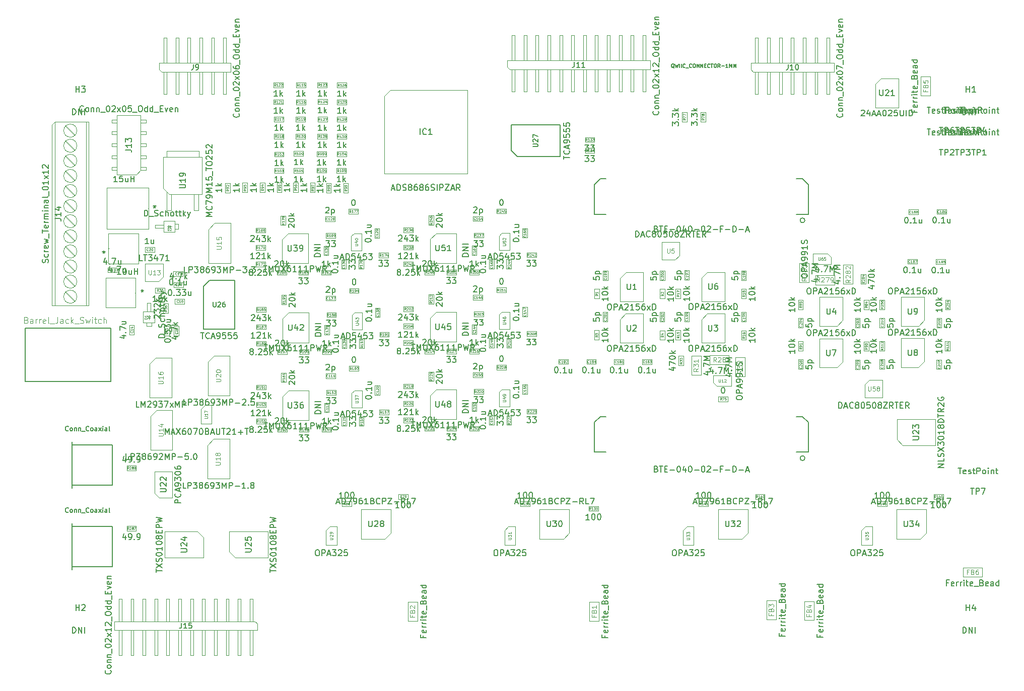
<source format=gbr>
G04 #@! TF.GenerationSoftware,KiCad,Pcbnew,(5.1.9-0-10_14)*
G04 #@! TF.CreationDate,2021-07-02T14:13:10-05:00*
G04 #@! TF.ProjectId,covg_daq_v2,636f7667-5f64-4617-915f-76322e6b6963,rev?*
G04 #@! TF.SameCoordinates,Original*
G04 #@! TF.FileFunction,Other,Fab,Top*
%FSLAX46Y46*%
G04 Gerber Fmt 4.6, Leading zero omitted, Abs format (unit mm)*
G04 Created by KiCad (PCBNEW (5.1.9-0-10_14)) date 2021-07-02 14:13:10*
%MOMM*%
%LPD*%
G01*
G04 APERTURE LIST*
%ADD10C,0.100000*%
%ADD11C,0.200000*%
%ADD12C,0.127000*%
%ADD13C,0.203200*%
%ADD14C,0.150000*%
%ADD15C,0.060000*%
%ADD16C,0.135000*%
%ADD17C,0.110000*%
%ADD18C,0.120000*%
%ADD19C,0.015000*%
%ADD20C,0.146710*%
%ADD21C,0.075000*%
G04 APERTURE END LIST*
D10*
X139463400Y52748000D02*
X139463400Y51148000D01*
X138663400Y52748000D02*
X139463400Y52748000D01*
X138663400Y51148000D02*
X138663400Y52748000D01*
X139463400Y51148000D02*
X138663400Y51148000D01*
X149042200Y52709600D02*
X149042200Y51109600D01*
X148242200Y52709600D02*
X149042200Y52709600D01*
X148242200Y51109600D02*
X148242200Y52709600D01*
X149042200Y51109600D02*
X148242200Y51109600D01*
X139451400Y45792200D02*
X139451400Y44192200D01*
X138651400Y45792200D02*
X139451400Y45792200D01*
X138651400Y44192200D02*
X138651400Y45792200D01*
X139451400Y44192200D02*
X138651400Y44192200D01*
X149030200Y45753800D02*
X149030200Y44153800D01*
X148230200Y45753800D02*
X149030200Y45753800D01*
X148230200Y44153800D02*
X148230200Y45753800D01*
X149030200Y44153800D02*
X148230200Y44153800D01*
X125766400Y45758000D02*
X125766400Y44158000D01*
X124966400Y45758000D02*
X125766400Y45758000D01*
X124966400Y44158000D02*
X124966400Y45758000D01*
X125766400Y44158000D02*
X124966400Y44158000D01*
X135345200Y45719600D02*
X135345200Y44119600D01*
X134545200Y45719600D02*
X135345200Y45719600D01*
X134545200Y44119600D02*
X134545200Y45719600D01*
X135345200Y44119600D02*
X134545200Y44119600D01*
X125774400Y52750000D02*
X125774400Y51150000D01*
X124974400Y52750000D02*
X125774400Y52750000D01*
X124974400Y51150000D02*
X124974400Y52750000D01*
X125774400Y51150000D02*
X124974400Y51150000D01*
X135353200Y52711600D02*
X135353200Y51111600D01*
X134553200Y52711600D02*
X135353200Y52711600D01*
X134553200Y51111600D02*
X134553200Y52711600D01*
X135353200Y51111600D02*
X134553200Y51111600D01*
X101712000Y52122600D02*
X101712000Y53722600D01*
X102512000Y52122600D02*
X101712000Y52122600D01*
X102512000Y53722600D02*
X102512000Y52122600D01*
X101712000Y53722600D02*
X102512000Y53722600D01*
X92133200Y52161000D02*
X92133200Y53761000D01*
X92933200Y52161000D02*
X92133200Y52161000D01*
X92933200Y53761000D02*
X92933200Y52161000D01*
X92133200Y53761000D02*
X92933200Y53761000D01*
X101724200Y59078400D02*
X101724200Y60678400D01*
X102524200Y59078400D02*
X101724200Y59078400D01*
X102524200Y60678400D02*
X102524200Y59078400D01*
X101724200Y60678400D02*
X102524200Y60678400D01*
X92145400Y59116800D02*
X92145400Y60716800D01*
X92945400Y59116800D02*
X92145400Y59116800D01*
X92945400Y60716800D02*
X92945400Y59116800D01*
X92145400Y60716800D02*
X92945400Y60716800D01*
X115409600Y59112600D02*
X115409600Y60712600D01*
X116209600Y59112600D02*
X115409600Y59112600D01*
X116209600Y60712600D02*
X116209600Y59112600D01*
X115409600Y60712600D02*
X116209600Y60712600D01*
X105830800Y59151000D02*
X105830800Y60751000D01*
X106630800Y59151000D02*
X105830800Y59151000D01*
X106630800Y60751000D02*
X106630800Y59151000D01*
X105830800Y60751000D02*
X106630800Y60751000D01*
X115401600Y52120600D02*
X115401600Y53720600D01*
X116201600Y52120600D02*
X115401600Y52120600D01*
X116201600Y53720600D02*
X116201600Y52120600D01*
X115401600Y53720600D02*
X116201600Y53720600D01*
X105822800Y52159000D02*
X105822800Y53759000D01*
X106622800Y52159000D02*
X105822800Y52159000D01*
X106622800Y53759000D02*
X106622800Y52159000D01*
X105822800Y53759000D02*
X106622800Y53759000D01*
D11*
X92684900Y70181100D02*
X90684900Y70181100D01*
X90684900Y75181100D02*
X90684900Y70181100D01*
X91684900Y76181100D02*
X90684900Y75181100D01*
X92684900Y76181100D02*
X91684900Y76181100D01*
X92684900Y30181100D02*
X90684900Y30181100D01*
X90684900Y35181100D02*
X90684900Y30181100D01*
X91684900Y36181100D02*
X90684900Y35181100D01*
X92684900Y36181100D02*
X91684900Y36181100D01*
X126684900Y70181100D02*
X126684900Y75181100D01*
X126684900Y75181100D02*
X125684900Y76181100D01*
X126684900Y70181100D02*
X124684900Y70181100D01*
X126084900Y69181100D02*
G75*
G03*
X126084900Y69181100I-400000J0D01*
G01*
X125684900Y76181100D02*
X124684900Y76181100D01*
X126684900Y35181100D02*
X125684900Y36181100D01*
X125684900Y36181100D02*
X124684900Y36181100D01*
X126684900Y30181100D02*
X124684900Y30181100D01*
X126084900Y29181100D02*
G75*
G03*
X126084900Y29181100I-400000J0D01*
G01*
X126684900Y30181100D02*
X126684900Y35181100D01*
D10*
X99327200Y96084400D02*
X99327200Y100284400D01*
X98827200Y100284400D02*
X99327200Y100284400D01*
X98827200Y96084400D02*
X98827200Y100284400D01*
X99327200Y90834400D02*
X99327200Y94584400D01*
X98827200Y90834400D02*
X99327200Y90834400D01*
X98827200Y90834400D02*
X98827200Y94584400D01*
X97327200Y96084400D02*
X97327200Y100284400D01*
X96827200Y100284400D02*
X97327200Y100284400D01*
X96827200Y96084400D02*
X96827200Y100284400D01*
X97327200Y90834400D02*
X97327200Y94584400D01*
X96827200Y90834400D02*
X97327200Y90834400D01*
X96827200Y90834400D02*
X96827200Y94584400D01*
X95327200Y96084400D02*
X95327200Y100284400D01*
X94827200Y100284400D02*
X95327200Y100284400D01*
X94827200Y96084400D02*
X94827200Y100284400D01*
X95327200Y90834400D02*
X95327200Y94584400D01*
X94827200Y90834400D02*
X95327200Y90834400D01*
X94827200Y90834400D02*
X94827200Y94584400D01*
X93327200Y96084400D02*
X93327200Y100284400D01*
X92827200Y100284400D02*
X93327200Y100284400D01*
X92827200Y96084400D02*
X92827200Y100284400D01*
X93327200Y90834400D02*
X93327200Y94584400D01*
X92827200Y90834400D02*
X93327200Y90834400D01*
X92827200Y90834400D02*
X92827200Y94584400D01*
X91327200Y96084400D02*
X91327200Y100284400D01*
X90827200Y100284400D02*
X91327200Y100284400D01*
X90827200Y96084400D02*
X90827200Y100284400D01*
X91327200Y90834400D02*
X91327200Y94584400D01*
X90827200Y90834400D02*
X91327200Y90834400D01*
X90827200Y90834400D02*
X90827200Y94584400D01*
X89327200Y96084400D02*
X89327200Y100284400D01*
X88827200Y100284400D02*
X89327200Y100284400D01*
X88827200Y96084400D02*
X88827200Y100284400D01*
X89327200Y90834400D02*
X89327200Y94584400D01*
X88827200Y90834400D02*
X89327200Y90834400D01*
X88827200Y90834400D02*
X88827200Y94584400D01*
X87327200Y96084400D02*
X87327200Y100284400D01*
X86827200Y100284400D02*
X87327200Y100284400D01*
X86827200Y96084400D02*
X86827200Y100284400D01*
X87327200Y90834400D02*
X87327200Y94584400D01*
X86827200Y90834400D02*
X87327200Y90834400D01*
X86827200Y90834400D02*
X86827200Y94584400D01*
X85327200Y96084400D02*
X85327200Y100284400D01*
X84827200Y100284400D02*
X85327200Y100284400D01*
X84827200Y96084400D02*
X84827200Y100284400D01*
X85327200Y90834400D02*
X85327200Y94584400D01*
X84827200Y90834400D02*
X85327200Y90834400D01*
X84827200Y90834400D02*
X84827200Y94584400D01*
X83327200Y96084400D02*
X83327200Y100284400D01*
X82827200Y100284400D02*
X83327200Y100284400D01*
X82827200Y96084400D02*
X82827200Y100284400D01*
X83327200Y90834400D02*
X83327200Y94584400D01*
X82827200Y90834400D02*
X83327200Y90834400D01*
X82827200Y90834400D02*
X82827200Y94584400D01*
X81327200Y96084400D02*
X81327200Y100284400D01*
X80827200Y100284400D02*
X81327200Y100284400D01*
X80827200Y96084400D02*
X80827200Y100284400D01*
X81327200Y90834400D02*
X81327200Y94584400D01*
X80827200Y90834400D02*
X81327200Y90834400D01*
X80827200Y90834400D02*
X80827200Y94584400D01*
X79327200Y96084400D02*
X79327200Y100284400D01*
X78827200Y100284400D02*
X79327200Y100284400D01*
X78827200Y96084400D02*
X78827200Y100284400D01*
X79327200Y90834400D02*
X79327200Y94584400D01*
X78827200Y90834400D02*
X79327200Y90834400D01*
X78827200Y90834400D02*
X78827200Y94584400D01*
X77327200Y96084400D02*
X77327200Y100284400D01*
X76827200Y100284400D02*
X77327200Y100284400D01*
X76827200Y96084400D02*
X76827200Y100284400D01*
X77327200Y90834400D02*
X77327200Y94584400D01*
X76827200Y90834400D02*
X77327200Y90834400D01*
X76827200Y90834400D02*
X76827200Y94584400D01*
X76452200Y94584400D02*
X76077200Y94959400D01*
X100077200Y94584400D02*
X76452200Y94584400D01*
X100077200Y96084400D02*
X100077200Y94584400D01*
X76077200Y96084400D02*
X100077200Y96084400D01*
X76077200Y94959400D02*
X76077200Y96084400D01*
X28820400Y95679400D02*
X28820400Y99879400D01*
X28320400Y99879400D02*
X28820400Y99879400D01*
X28320400Y95679400D02*
X28320400Y99879400D01*
X28820400Y90429400D02*
X28820400Y94179400D01*
X28320400Y90429400D02*
X28820400Y90429400D01*
X28320400Y90429400D02*
X28320400Y94179400D01*
X26820400Y95679400D02*
X26820400Y99879400D01*
X26320400Y99879400D02*
X26820400Y99879400D01*
X26320400Y95679400D02*
X26320400Y99879400D01*
X26820400Y90429400D02*
X26820400Y94179400D01*
X26320400Y90429400D02*
X26820400Y90429400D01*
X26320400Y90429400D02*
X26320400Y94179400D01*
X24820400Y95679400D02*
X24820400Y99879400D01*
X24320400Y99879400D02*
X24820400Y99879400D01*
X24320400Y95679400D02*
X24320400Y99879400D01*
X24820400Y90429400D02*
X24820400Y94179400D01*
X24320400Y90429400D02*
X24820400Y90429400D01*
X24320400Y90429400D02*
X24320400Y94179400D01*
X22820400Y95679400D02*
X22820400Y99879400D01*
X22320400Y99879400D02*
X22820400Y99879400D01*
X22320400Y95679400D02*
X22320400Y99879400D01*
X22820400Y90429400D02*
X22820400Y94179400D01*
X22320400Y90429400D02*
X22820400Y90429400D01*
X22320400Y90429400D02*
X22320400Y94179400D01*
X20820400Y95679400D02*
X20820400Y99879400D01*
X20320400Y99879400D02*
X20820400Y99879400D01*
X20320400Y95679400D02*
X20320400Y99879400D01*
X20820400Y90429400D02*
X20820400Y94179400D01*
X20320400Y90429400D02*
X20820400Y90429400D01*
X20320400Y90429400D02*
X20320400Y94179400D01*
X18820400Y95679400D02*
X18820400Y99879400D01*
X18320400Y99879400D02*
X18820400Y99879400D01*
X18320400Y95679400D02*
X18320400Y99879400D01*
X18820400Y90429400D02*
X18820400Y94179400D01*
X18320400Y90429400D02*
X18820400Y90429400D01*
X18320400Y90429400D02*
X18320400Y94179400D01*
X17945400Y94179400D02*
X17570400Y94554400D01*
X29570400Y94179400D02*
X17945400Y94179400D01*
X29570400Y95679400D02*
X29570400Y94179400D01*
X17570400Y95679400D02*
X29570400Y95679400D01*
X17570400Y94554400D02*
X17570400Y95679400D01*
X145123000Y70186600D02*
X143523000Y70186600D01*
X145123000Y70986600D02*
X145123000Y70186600D01*
X143523000Y70986600D02*
X145123000Y70986600D01*
X143523000Y70186600D02*
X143523000Y70986600D01*
X144970000Y61855400D02*
X143370000Y61855400D01*
X144970000Y62655400D02*
X144970000Y61855400D01*
X143370000Y62655400D02*
X144970000Y62655400D01*
X143370000Y61855400D02*
X143370000Y62655400D01*
X149873000Y70237400D02*
X148273000Y70237400D01*
X149873000Y71037400D02*
X149873000Y70237400D01*
X148273000Y71037400D02*
X149873000Y71037400D01*
X148273000Y70237400D02*
X148273000Y71037400D01*
X149720000Y61804600D02*
X148120000Y61804600D01*
X149720000Y62604600D02*
X149720000Y61804600D01*
X148120000Y62604600D02*
X149720000Y62604600D01*
X148120000Y61804600D02*
X148120000Y62604600D01*
X90995400Y45015200D02*
X89395400Y45015200D01*
X90995400Y45815200D02*
X90995400Y45015200D01*
X89395400Y45815200D02*
X90995400Y45815200D01*
X89395400Y45015200D02*
X89395400Y45815200D01*
X100368000Y44989800D02*
X98768000Y44989800D01*
X100368000Y45789800D02*
X100368000Y44989800D01*
X98768000Y45789800D02*
X100368000Y45789800D01*
X98768000Y44989800D02*
X98768000Y45789800D01*
X86271000Y45015200D02*
X84671000Y45015200D01*
X86271000Y45815200D02*
X86271000Y45015200D01*
X84671000Y45815200D02*
X86271000Y45815200D01*
X84671000Y45015200D02*
X84671000Y45815200D01*
X95643600Y44989800D02*
X94043600Y44989800D01*
X95643600Y45789800D02*
X95643600Y44989800D01*
X94043600Y45789800D02*
X95643600Y45789800D01*
X94043600Y44989800D02*
X94043600Y45789800D01*
X145186000Y51397200D02*
X142261000Y51397200D01*
X142261000Y51397200D02*
X142261000Y56297200D01*
X142261000Y56297200D02*
X146161000Y56297200D01*
X146161000Y56297200D02*
X146161000Y52372200D01*
X146161000Y52372200D02*
X145186000Y51397200D01*
X145174000Y44441400D02*
X142249000Y44441400D01*
X142249000Y44441400D02*
X142249000Y49341400D01*
X142249000Y49341400D02*
X146149000Y49341400D01*
X146149000Y49341400D02*
X146149000Y45416400D01*
X146149000Y45416400D02*
X145174000Y44441400D01*
X131489000Y44407200D02*
X128564000Y44407200D01*
X128564000Y44407200D02*
X128564000Y49307200D01*
X128564000Y49307200D02*
X132464000Y49307200D01*
X132464000Y49307200D02*
X132464000Y45382200D01*
X132464000Y45382200D02*
X131489000Y44407200D01*
X109687000Y60463400D02*
X112612000Y60463400D01*
X112612000Y60463400D02*
X112612000Y55563400D01*
X112612000Y55563400D02*
X108712000Y55563400D01*
X108712000Y55563400D02*
X108712000Y59488400D01*
X108712000Y59488400D02*
X109687000Y60463400D01*
X131497000Y51399200D02*
X128572000Y51399200D01*
X128572000Y51399200D02*
X128572000Y56299200D01*
X128572000Y56299200D02*
X132472000Y56299200D01*
X132472000Y56299200D02*
X132472000Y52374200D01*
X132472000Y52374200D02*
X131497000Y51399200D01*
X109679000Y53471400D02*
X112604000Y53471400D01*
X112604000Y53471400D02*
X112604000Y48571400D01*
X112604000Y48571400D02*
X108704000Y48571400D01*
X108704000Y48571400D02*
X108704000Y52496400D01*
X108704000Y52496400D02*
X109679000Y53471400D01*
X95989400Y53473400D02*
X98914400Y53473400D01*
X98914400Y53473400D02*
X98914400Y48573400D01*
X98914400Y48573400D02*
X95014400Y48573400D01*
X95014400Y48573400D02*
X95014400Y52498400D01*
X95014400Y52498400D02*
X95989400Y53473400D01*
X96001600Y60429200D02*
X98926600Y60429200D01*
X98926600Y60429200D02*
X98926600Y55529200D01*
X98926600Y55529200D02*
X95026600Y55529200D01*
X95026600Y55529200D02*
X95026600Y59454200D01*
X95026600Y59454200D02*
X96001600Y60429200D01*
X138654900Y55810400D02*
X139479900Y55810400D01*
X139479900Y55810400D02*
X139479900Y54210400D01*
X139479900Y54210400D02*
X138654900Y54210400D01*
X138654900Y54210400D02*
X138654900Y55810400D01*
X149678500Y55785000D02*
X150503500Y55785000D01*
X150503500Y55785000D02*
X150503500Y54185000D01*
X150503500Y54185000D02*
X149678500Y54185000D01*
X149678500Y54185000D02*
X149678500Y55785000D01*
X138642900Y48854600D02*
X139467900Y48854600D01*
X139467900Y48854600D02*
X139467900Y47254600D01*
X139467900Y47254600D02*
X138642900Y47254600D01*
X138642900Y47254600D02*
X138642900Y48854600D01*
X149666500Y48829200D02*
X150491500Y48829200D01*
X150491500Y48829200D02*
X150491500Y47229200D01*
X150491500Y47229200D02*
X149666500Y47229200D01*
X149666500Y47229200D02*
X149666500Y48829200D01*
X124957900Y48820400D02*
X125782900Y48820400D01*
X125782900Y48820400D02*
X125782900Y47220400D01*
X125782900Y47220400D02*
X124957900Y47220400D01*
X124957900Y47220400D02*
X124957900Y48820400D01*
X135981500Y48795000D02*
X136806500Y48795000D01*
X136806500Y48795000D02*
X136806500Y47195000D01*
X136806500Y47195000D02*
X135981500Y47195000D01*
X135981500Y47195000D02*
X135981500Y48795000D01*
X124965900Y55812400D02*
X125790900Y55812400D01*
X125790900Y55812400D02*
X125790900Y54212400D01*
X125790900Y54212400D02*
X124965900Y54212400D01*
X124965900Y54212400D02*
X124965900Y55812400D01*
X135989500Y55787000D02*
X136814500Y55787000D01*
X136814500Y55787000D02*
X136814500Y54187000D01*
X136814500Y54187000D02*
X135989500Y54187000D01*
X135989500Y54187000D02*
X135989500Y55787000D01*
X116218100Y56050200D02*
X115393100Y56050200D01*
X115393100Y56050200D02*
X115393100Y57650200D01*
X115393100Y57650200D02*
X116218100Y57650200D01*
X116218100Y57650200D02*
X116218100Y56050200D01*
X105194500Y56075600D02*
X104369500Y56075600D01*
X104369500Y56075600D02*
X104369500Y57675600D01*
X104369500Y57675600D02*
X105194500Y57675600D01*
X105194500Y57675600D02*
X105194500Y56075600D01*
X116210100Y49058200D02*
X115385100Y49058200D01*
X115385100Y49058200D02*
X115385100Y50658200D01*
X115385100Y50658200D02*
X116210100Y50658200D01*
X116210100Y50658200D02*
X116210100Y49058200D01*
X105186500Y49083600D02*
X104361500Y49083600D01*
X104361500Y49083600D02*
X104361500Y50683600D01*
X104361500Y50683600D02*
X105186500Y50683600D01*
X105186500Y50683600D02*
X105186500Y49083600D01*
X102520500Y49060200D02*
X101695500Y49060200D01*
X101695500Y49060200D02*
X101695500Y50660200D01*
X101695500Y50660200D02*
X102520500Y50660200D01*
X102520500Y50660200D02*
X102520500Y49060200D01*
X91496900Y49085600D02*
X90671900Y49085600D01*
X90671900Y49085600D02*
X90671900Y50685600D01*
X90671900Y50685600D02*
X91496900Y50685600D01*
X91496900Y50685600D02*
X91496900Y49085600D01*
X102532700Y56016000D02*
X101707700Y56016000D01*
X101707700Y56016000D02*
X101707700Y57616000D01*
X101707700Y57616000D02*
X102532700Y57616000D01*
X102532700Y57616000D02*
X102532700Y56016000D01*
X91509100Y56041400D02*
X90684100Y56041400D01*
X90684100Y56041400D02*
X90684100Y57641400D01*
X90684100Y57641400D02*
X91509100Y57641400D01*
X91509100Y57641400D02*
X91509100Y56041400D01*
X19115800Y68148200D02*
X18865800Y68148200D01*
X19115800Y67948200D02*
X19415800Y68148200D01*
X19115800Y68348200D02*
X19115800Y67948200D01*
X19415800Y68148200D02*
X19115800Y68348200D01*
X19415800Y68148200D02*
X19665800Y68148200D01*
X19415800Y68348200D02*
X19415800Y67948200D01*
X20210800Y68578200D02*
X20745800Y68578200D01*
X20745800Y68578200D02*
X20745800Y67718200D01*
X20745800Y67718200D02*
X20210800Y67718200D01*
X18310800Y69098200D02*
X18310800Y67198200D01*
X18310800Y67198200D02*
X20210800Y67198200D01*
X20210800Y67198200D02*
X20210800Y69098200D01*
X20210800Y69098200D02*
X18310800Y69098200D01*
X16895800Y68413200D02*
X16895800Y67883200D01*
X16895800Y67883200D02*
X18310800Y67883200D01*
X16895800Y68413200D02*
X18310800Y68413200D01*
X19115800Y68148200D02*
X18865800Y68148200D01*
X19115800Y67948200D02*
X19415800Y68148200D01*
X19115800Y68348200D02*
X19115800Y67948200D01*
X19415800Y68148200D02*
X19115800Y68348200D01*
X19415800Y68148200D02*
X19665800Y68148200D01*
X19415800Y68348200D02*
X19415800Y67948200D01*
X15824200Y53039200D02*
X15824200Y53289200D01*
X15624200Y53039200D02*
X15824200Y52739200D01*
X16024200Y53039200D02*
X15624200Y53039200D01*
X15824200Y52739200D02*
X16024200Y53039200D01*
X15824200Y52739200D02*
X15824200Y52489200D01*
X16024200Y52739200D02*
X15624200Y52739200D01*
X16254200Y51944200D02*
X16254200Y51409200D01*
X16254200Y51409200D02*
X15394200Y51409200D01*
X15394200Y51409200D02*
X15394200Y51944200D01*
X16774200Y53844200D02*
X14874200Y53844200D01*
X14874200Y53844200D02*
X14874200Y51944200D01*
X14874200Y51944200D02*
X16774200Y51944200D01*
X16774200Y51944200D02*
X16774200Y53844200D01*
X16089200Y55259200D02*
X15559200Y55259200D01*
X15559200Y55259200D02*
X15559200Y53844200D01*
X16089200Y55259200D02*
X16089200Y53844200D01*
X15824200Y53039200D02*
X15824200Y53289200D01*
X15624200Y53039200D02*
X15824200Y52739200D01*
X16024200Y53039200D02*
X15624200Y53039200D01*
X15824200Y52739200D02*
X16024200Y53039200D01*
X15824200Y52739200D02*
X15824200Y52489200D01*
X16024200Y52739200D02*
X15624200Y52739200D01*
X18213200Y59651200D02*
X17463200Y58901200D01*
X18213200Y61901200D02*
X18213200Y59651200D01*
X15213200Y61901200D02*
X18213200Y61901200D01*
X15213200Y58901200D02*
X15213200Y61901200D01*
X17463200Y58901200D02*
X15213200Y58901200D01*
X12096800Y27920700D02*
X13696800Y27920700D01*
X12096800Y27095700D02*
X12096800Y27920700D01*
X13696800Y27095700D02*
X12096800Y27095700D01*
X13696800Y27920700D02*
X13696800Y27095700D01*
X13696800Y16935700D02*
X12096800Y16935700D01*
X13696800Y17760700D02*
X13696800Y16935700D01*
X12096800Y17760700D02*
X13696800Y17760700D01*
X12096800Y16935700D02*
X12096800Y17760700D01*
X10770000Y207000D02*
X10770000Y-3993000D01*
X11270000Y-3993000D02*
X10770000Y-3993000D01*
X11270000Y207000D02*
X11270000Y-3993000D01*
X10770000Y5457000D02*
X10770000Y1707000D01*
X11270000Y5457000D02*
X10770000Y5457000D01*
X11270000Y5457000D02*
X11270000Y1707000D01*
X12770000Y207000D02*
X12770000Y-3993000D01*
X13270000Y-3993000D02*
X12770000Y-3993000D01*
X13270000Y207000D02*
X13270000Y-3993000D01*
X12770000Y5457000D02*
X12770000Y1707000D01*
X13270000Y5457000D02*
X12770000Y5457000D01*
X13270000Y5457000D02*
X13270000Y1707000D01*
X14770000Y207000D02*
X14770000Y-3993000D01*
X15270000Y-3993000D02*
X14770000Y-3993000D01*
X15270000Y207000D02*
X15270000Y-3993000D01*
X14770000Y5457000D02*
X14770000Y1707000D01*
X15270000Y5457000D02*
X14770000Y5457000D01*
X15270000Y5457000D02*
X15270000Y1707000D01*
X16770000Y207000D02*
X16770000Y-3993000D01*
X17270000Y-3993000D02*
X16770000Y-3993000D01*
X17270000Y207000D02*
X17270000Y-3993000D01*
X16770000Y5457000D02*
X16770000Y1707000D01*
X17270000Y5457000D02*
X16770000Y5457000D01*
X17270000Y5457000D02*
X17270000Y1707000D01*
X18770000Y207000D02*
X18770000Y-3993000D01*
X19270000Y-3993000D02*
X18770000Y-3993000D01*
X19270000Y207000D02*
X19270000Y-3993000D01*
X18770000Y5457000D02*
X18770000Y1707000D01*
X19270000Y5457000D02*
X18770000Y5457000D01*
X19270000Y5457000D02*
X19270000Y1707000D01*
X20770000Y207000D02*
X20770000Y-3993000D01*
X21270000Y-3993000D02*
X20770000Y-3993000D01*
X21270000Y207000D02*
X21270000Y-3993000D01*
X20770000Y5457000D02*
X20770000Y1707000D01*
X21270000Y5457000D02*
X20770000Y5457000D01*
X21270000Y5457000D02*
X21270000Y1707000D01*
X22770000Y207000D02*
X22770000Y-3993000D01*
X23270000Y-3993000D02*
X22770000Y-3993000D01*
X23270000Y207000D02*
X23270000Y-3993000D01*
X22770000Y5457000D02*
X22770000Y1707000D01*
X23270000Y5457000D02*
X22770000Y5457000D01*
X23270000Y5457000D02*
X23270000Y1707000D01*
X24770000Y207000D02*
X24770000Y-3993000D01*
X25270000Y-3993000D02*
X24770000Y-3993000D01*
X25270000Y207000D02*
X25270000Y-3993000D01*
X24770000Y5457000D02*
X24770000Y1707000D01*
X25270000Y5457000D02*
X24770000Y5457000D01*
X25270000Y5457000D02*
X25270000Y1707000D01*
X26770000Y207000D02*
X26770000Y-3993000D01*
X27270000Y-3993000D02*
X26770000Y-3993000D01*
X27270000Y207000D02*
X27270000Y-3993000D01*
X26770000Y5457000D02*
X26770000Y1707000D01*
X27270000Y5457000D02*
X26770000Y5457000D01*
X27270000Y5457000D02*
X27270000Y1707000D01*
X28770000Y207000D02*
X28770000Y-3993000D01*
X29270000Y-3993000D02*
X28770000Y-3993000D01*
X29270000Y207000D02*
X29270000Y-3993000D01*
X28770000Y5457000D02*
X28770000Y1707000D01*
X29270000Y5457000D02*
X28770000Y5457000D01*
X29270000Y5457000D02*
X29270000Y1707000D01*
X30770000Y207000D02*
X30770000Y-3993000D01*
X31270000Y-3993000D02*
X30770000Y-3993000D01*
X31270000Y207000D02*
X31270000Y-3993000D01*
X30770000Y5457000D02*
X30770000Y1707000D01*
X31270000Y5457000D02*
X30770000Y5457000D01*
X31270000Y5457000D02*
X31270000Y1707000D01*
X32770000Y207000D02*
X32770000Y-3993000D01*
X33270000Y-3993000D02*
X32770000Y-3993000D01*
X33270000Y207000D02*
X33270000Y-3993000D01*
X32770000Y5457000D02*
X32770000Y1707000D01*
X33270000Y5457000D02*
X32770000Y5457000D01*
X33270000Y5457000D02*
X33270000Y1707000D01*
X33645000Y1707000D02*
X34020000Y1332000D01*
X10020000Y1707000D02*
X33645000Y1707000D01*
X10020000Y207000D02*
X10020000Y1707000D01*
X34020000Y207000D02*
X10020000Y207000D01*
X34020000Y1332000D02*
X34020000Y207000D01*
X58648400Y61425700D02*
X58648400Y62250700D01*
X58648400Y62250700D02*
X60248400Y62250700D01*
X60248400Y62250700D02*
X60248400Y61425700D01*
X60248400Y61425700D02*
X58648400Y61425700D01*
X58648400Y67140700D02*
X58648400Y67965700D01*
X58648400Y67965700D02*
X60248400Y67965700D01*
X60248400Y67965700D02*
X60248400Y67140700D01*
X60248400Y67140700D02*
X58648400Y67140700D01*
X58650400Y35141700D02*
X58650400Y35966700D01*
X58650400Y35966700D02*
X60250400Y35966700D01*
X60250400Y35966700D02*
X60250400Y35141700D01*
X60250400Y35141700D02*
X58650400Y35141700D01*
X58650400Y40856700D02*
X58650400Y41681700D01*
X58650400Y41681700D02*
X60250400Y41681700D01*
X60250400Y41681700D02*
X60250400Y40856700D01*
X60250400Y40856700D02*
X58650400Y40856700D01*
X58649400Y48163700D02*
X58649400Y48988700D01*
X58649400Y48988700D02*
X60249400Y48988700D01*
X60249400Y48988700D02*
X60249400Y48163700D01*
X60249400Y48163700D02*
X58649400Y48163700D01*
X58649400Y53878700D02*
X58649400Y54703700D01*
X58649400Y54703700D02*
X60249400Y54703700D01*
X60249400Y54703700D02*
X60249400Y53878700D01*
X60249400Y53878700D02*
X58649400Y53878700D01*
X33892400Y48050700D02*
X33892400Y48875700D01*
X33892400Y48875700D02*
X35492400Y48875700D01*
X35492400Y48875700D02*
X35492400Y48050700D01*
X35492400Y48050700D02*
X33892400Y48050700D01*
X33892400Y53765700D02*
X33892400Y54590700D01*
X33892400Y54590700D02*
X35492400Y54590700D01*
X35492400Y54590700D02*
X35492400Y53765700D01*
X35492400Y53765700D02*
X33892400Y53765700D01*
X33788400Y61385700D02*
X33788400Y62210700D01*
X33788400Y62210700D02*
X35388400Y62210700D01*
X35388400Y62210700D02*
X35388400Y61385700D01*
X35388400Y61385700D02*
X33788400Y61385700D01*
X33788400Y67100700D02*
X33788400Y67925700D01*
X33788400Y67925700D02*
X35388400Y67925700D01*
X35388400Y67925700D02*
X35388400Y67100700D01*
X35388400Y67100700D02*
X33788400Y67100700D01*
X33862400Y34970700D02*
X33862400Y35795700D01*
X33862400Y35795700D02*
X35462400Y35795700D01*
X35462400Y35795700D02*
X35462400Y34970700D01*
X35462400Y34970700D02*
X33862400Y34970700D01*
X33862400Y40685700D02*
X33862400Y41510700D01*
X33862400Y41510700D02*
X35462400Y41510700D01*
X35462400Y41510700D02*
X35462400Y40685700D01*
X35462400Y40685700D02*
X33862400Y40685700D01*
X25735100Y45335100D02*
X26785100Y46385100D01*
X25735100Y45335100D02*
X25735100Y39685100D01*
X26785100Y46385100D02*
X29435100Y46385100D01*
X25735100Y39685100D02*
X29435100Y39685100D01*
X29435100Y46385100D02*
X29435100Y39685100D01*
X25663500Y31344900D02*
X26713500Y32394900D01*
X25663500Y31344900D02*
X25663500Y25694900D01*
X26713500Y32394900D02*
X29363500Y32394900D01*
X25663500Y25694900D02*
X29363500Y25694900D01*
X29363500Y32394900D02*
X29363500Y25694900D01*
X25854000Y67654200D02*
X26904000Y68704200D01*
X25854000Y67654200D02*
X25854000Y62004200D01*
X26904000Y68704200D02*
X29554000Y68704200D01*
X25854000Y62004200D02*
X29554000Y62004200D01*
X29554000Y68704200D02*
X29554000Y62004200D01*
X16075000Y36209000D02*
X17125000Y37259000D01*
X16075000Y36209000D02*
X16075000Y30559000D01*
X17125000Y37259000D02*
X19775000Y37259000D01*
X16075000Y30559000D02*
X19775000Y30559000D01*
X19775000Y37259000D02*
X19775000Y30559000D01*
X117000000Y94554400D02*
X117000000Y95679400D01*
X117000000Y95679400D02*
X131000000Y95679400D01*
X131000000Y95679400D02*
X131000000Y94179400D01*
X131000000Y94179400D02*
X117375000Y94179400D01*
X117375000Y94179400D02*
X117000000Y94554400D01*
X117750000Y90429400D02*
X117750000Y94179400D01*
X117750000Y90429400D02*
X118250000Y90429400D01*
X118250000Y90429400D02*
X118250000Y94179400D01*
X117750000Y95679400D02*
X117750000Y99879400D01*
X117750000Y99879400D02*
X118250000Y99879400D01*
X118250000Y95679400D02*
X118250000Y99879400D01*
X119750000Y90429400D02*
X119750000Y94179400D01*
X119750000Y90429400D02*
X120250000Y90429400D01*
X120250000Y90429400D02*
X120250000Y94179400D01*
X119750000Y95679400D02*
X119750000Y99879400D01*
X119750000Y99879400D02*
X120250000Y99879400D01*
X120250000Y95679400D02*
X120250000Y99879400D01*
X121750000Y90429400D02*
X121750000Y94179400D01*
X121750000Y90429400D02*
X122250000Y90429400D01*
X122250000Y90429400D02*
X122250000Y94179400D01*
X121750000Y95679400D02*
X121750000Y99879400D01*
X121750000Y99879400D02*
X122250000Y99879400D01*
X122250000Y95679400D02*
X122250000Y99879400D01*
X123750000Y90429400D02*
X123750000Y94179400D01*
X123750000Y90429400D02*
X124250000Y90429400D01*
X124250000Y90429400D02*
X124250000Y94179400D01*
X123750000Y95679400D02*
X123750000Y99879400D01*
X123750000Y99879400D02*
X124250000Y99879400D01*
X124250000Y95679400D02*
X124250000Y99879400D01*
X125750000Y90429400D02*
X125750000Y94179400D01*
X125750000Y90429400D02*
X126250000Y90429400D01*
X126250000Y90429400D02*
X126250000Y94179400D01*
X125750000Y95679400D02*
X125750000Y99879400D01*
X125750000Y99879400D02*
X126250000Y99879400D01*
X126250000Y95679400D02*
X126250000Y99879400D01*
X127750000Y90429400D02*
X127750000Y94179400D01*
X127750000Y90429400D02*
X128250000Y90429400D01*
X128250000Y90429400D02*
X128250000Y94179400D01*
X127750000Y95679400D02*
X127750000Y99879400D01*
X127750000Y99879400D02*
X128250000Y99879400D01*
X128250000Y95679400D02*
X128250000Y99879400D01*
X129750000Y90429400D02*
X129750000Y94179400D01*
X129750000Y90429400D02*
X130250000Y90429400D01*
X130250000Y90429400D02*
X130250000Y94179400D01*
X129750000Y95679400D02*
X129750000Y99879400D01*
X129750000Y99879400D02*
X130250000Y99879400D01*
X130250000Y95679400D02*
X130250000Y99879400D01*
D12*
X9405800Y42058200D02*
X-4994200Y42058200D01*
X-4994200Y42058200D02*
X-4994200Y51058200D01*
X-4994200Y51058200D02*
X9405800Y51058200D01*
X9405800Y51058200D02*
X9405800Y42058200D01*
D10*
X13601700Y59499500D02*
X8597900Y59499500D01*
X8597900Y59499500D02*
X8597900Y54495700D01*
X8597900Y54495700D02*
X13601700Y54495700D01*
X13601700Y54495700D02*
X13601700Y59499500D01*
X13525500Y56997600D02*
G75*
G03*
X13525500Y56997600I0J0D01*
G01*
X15767000Y74701400D02*
X8756600Y74701400D01*
X8756600Y74701400D02*
X8756600Y67691000D01*
X8756600Y67691000D02*
X15767000Y67691000D01*
X15767000Y67691000D02*
X15767000Y74701400D01*
X15690800Y71196200D02*
G75*
G03*
X15690800Y71196200I0J0D01*
G01*
X9004300Y61887100D02*
X14109700Y61887100D01*
X14109700Y61887100D02*
X14109700Y66992500D01*
X14109700Y66992500D02*
X9004300Y66992500D01*
X9004300Y66992500D02*
X9004300Y61887100D01*
X9156700Y64439800D02*
G75*
G03*
X9156700Y64439800I-76200J0D01*
G01*
X55376000Y90074000D02*
X56376000Y91074000D01*
X55376000Y77074000D02*
X55376000Y90074000D01*
X69376000Y77074000D02*
X55376000Y77074000D01*
X69376000Y91074000D02*
X69376000Y77074000D01*
X56376000Y91074000D02*
X69376000Y91074000D01*
X146500000Y16600000D02*
X145500000Y15600000D01*
X146500000Y20600000D02*
X146500000Y16600000D01*
X141500000Y20600000D02*
X146500000Y20600000D01*
X141500000Y15600000D02*
X141500000Y20600000D01*
X145500000Y15600000D02*
X141500000Y15600000D01*
X116500000Y16600000D02*
X115500000Y15600000D01*
X116500000Y20600000D02*
X116500000Y16600000D01*
X111500000Y20600000D02*
X116500000Y20600000D01*
X111500000Y15600000D02*
X111500000Y20600000D01*
X115500000Y15600000D02*
X111500000Y15600000D01*
X86500000Y16600000D02*
X85500000Y15600000D01*
X86500000Y20600000D02*
X86500000Y16600000D01*
X81500000Y20600000D02*
X86500000Y20600000D01*
X81500000Y15600000D02*
X81500000Y20600000D01*
X85500000Y15600000D02*
X81500000Y15600000D01*
X56500000Y16600000D02*
X55500000Y15600000D01*
X56500000Y20600000D02*
X56500000Y16600000D01*
X51500000Y20600000D02*
X56500000Y20600000D01*
X51500000Y15600000D02*
X51500000Y20600000D01*
X55500000Y15600000D02*
X51500000Y15600000D01*
D13*
X9692800Y10900200D02*
X2892800Y10900200D01*
X2892800Y10900200D02*
X2892800Y17700200D01*
X2892800Y17700200D02*
X9692800Y17700200D01*
X9692800Y17700200D02*
X9692800Y10900200D01*
X2892800Y10400200D02*
X2892800Y10900200D01*
X2892800Y17700200D02*
X2892800Y18200200D01*
X9692800Y24616200D02*
X2892800Y24616200D01*
X2892800Y24616200D02*
X2892800Y31416200D01*
X2892800Y31416200D02*
X9692800Y31416200D01*
X9692800Y31416200D02*
X9692800Y24616200D01*
X2892800Y24116200D02*
X2892800Y24616200D01*
X2892800Y31416200D02*
X2892800Y31916200D01*
D10*
X137928000Y92076800D02*
X138903000Y93051800D01*
X137928000Y88151800D02*
X137928000Y92076800D01*
X141828000Y88151800D02*
X137928000Y88151800D01*
X141828000Y93051800D02*
X141828000Y88151800D01*
X138903000Y93051800D02*
X141828000Y93051800D01*
X130513000Y61795600D02*
X127413000Y61795600D01*
X127413000Y61795600D02*
X127413000Y63595600D01*
X129863000Y63595600D02*
X127413000Y63595600D01*
X130513000Y61795600D02*
X130513000Y62945600D01*
X129863000Y63595600D02*
X130513000Y62945600D01*
X136162000Y41593200D02*
X136912000Y42343200D01*
X136162000Y39343200D02*
X136162000Y41593200D01*
X139162000Y39343200D02*
X136162000Y39343200D01*
X139162000Y42343200D02*
X139162000Y39343200D01*
X136912000Y42343200D02*
X139162000Y42343200D01*
X76457400Y67032200D02*
X76457400Y64132200D01*
X76457400Y64132200D02*
X74697400Y64132200D01*
X74697400Y66582200D02*
X74697400Y64132200D01*
X76457400Y67032200D02*
X75147400Y67032200D01*
X74697400Y66582200D02*
X75147400Y67032200D01*
X63090400Y66005200D02*
X64090400Y67005200D01*
X63090400Y62005200D02*
X63090400Y66005200D01*
X67490400Y62005200D02*
X63090400Y62005200D01*
X67490400Y67005200D02*
X67490400Y62005200D01*
X64090400Y67005200D02*
X67490400Y67005200D01*
X76459400Y40748200D02*
X76459400Y37848200D01*
X76459400Y37848200D02*
X74699400Y37848200D01*
X74699400Y40298200D02*
X74699400Y37848200D01*
X76459400Y40748200D02*
X75149400Y40748200D01*
X74699400Y40298200D02*
X75149400Y40748200D01*
X63092400Y39721200D02*
X64092400Y40721200D01*
X63092400Y35721200D02*
X63092400Y39721200D01*
X67492400Y35721200D02*
X63092400Y35721200D01*
X67492400Y40721200D02*
X67492400Y35721200D01*
X64092400Y40721200D02*
X67492400Y40721200D01*
X76458400Y53770200D02*
X76458400Y50870200D01*
X76458400Y50870200D02*
X74698400Y50870200D01*
X74698400Y53320200D02*
X74698400Y50870200D01*
X76458400Y53770200D02*
X75148400Y53770200D01*
X74698400Y53320200D02*
X75148400Y53770200D01*
X63091400Y52743200D02*
X64091400Y53743200D01*
X63091400Y48743200D02*
X63091400Y52743200D01*
X67491400Y48743200D02*
X63091400Y48743200D01*
X67491400Y53743200D02*
X67491400Y48743200D01*
X64091400Y53743200D02*
X67491400Y53743200D01*
X51701400Y53657200D02*
X51701400Y50757200D01*
X51701400Y50757200D02*
X49941400Y50757200D01*
X49941400Y53207200D02*
X49941400Y50757200D01*
X51701400Y53657200D02*
X50391400Y53657200D01*
X49941400Y53207200D02*
X50391400Y53657200D01*
X38334400Y52630200D02*
X39334400Y53630200D01*
X38334400Y48630200D02*
X38334400Y52630200D01*
X42734400Y48630200D02*
X38334400Y48630200D01*
X42734400Y53630200D02*
X42734400Y48630200D01*
X39334400Y53630200D02*
X42734400Y53630200D01*
X51597400Y66992200D02*
X51597400Y64092200D01*
X51597400Y64092200D02*
X49837400Y64092200D01*
X49837400Y66542200D02*
X49837400Y64092200D01*
X51597400Y66992200D02*
X50287400Y66992200D01*
X49837400Y66542200D02*
X50287400Y66992200D01*
X38230400Y65965200D02*
X39230400Y66965200D01*
X38230400Y61965200D02*
X38230400Y65965200D01*
X42630400Y61965200D02*
X38230400Y61965200D01*
X42630400Y66965200D02*
X42630400Y61965200D01*
X39230400Y66965200D02*
X42630400Y66965200D01*
X51671400Y40577200D02*
X51671400Y37677200D01*
X51671400Y37677200D02*
X49911400Y37677200D01*
X49911400Y40127200D02*
X49911400Y37677200D01*
X51671400Y40577200D02*
X50361400Y40577200D01*
X49911400Y40127200D02*
X50361400Y40577200D01*
X38304400Y39550200D02*
X39304400Y40550200D01*
X38304400Y35550200D02*
X38304400Y39550200D01*
X42704400Y35550200D02*
X38304400Y35550200D01*
X42704400Y40550200D02*
X42704400Y35550200D01*
X39304400Y40550200D02*
X42704400Y40550200D01*
X137407000Y17653600D02*
X137407000Y14553600D01*
X137407000Y14553600D02*
X135607000Y14553600D01*
X135607000Y17003600D02*
X135607000Y14553600D01*
X137407000Y17653600D02*
X136257000Y17653600D01*
X135607000Y17003600D02*
X136257000Y17653600D01*
X107407000Y17653600D02*
X107407000Y14553600D01*
X107407000Y14553600D02*
X105607000Y14553600D01*
X105607000Y17003600D02*
X105607000Y14553600D01*
X107407000Y17653600D02*
X106257000Y17653600D01*
X105607000Y17003600D02*
X106257000Y17653600D01*
X77407400Y17653600D02*
X77407400Y14553600D01*
X77407400Y14553600D02*
X75607400Y14553600D01*
X75607400Y17003600D02*
X75607400Y14553600D01*
X77407400Y17653600D02*
X76257400Y17653600D01*
X75607400Y17003600D02*
X76257400Y17653600D01*
D14*
X77748200Y79925400D02*
X76748200Y80925400D01*
X84948200Y79925400D02*
X77748200Y79925400D01*
X84948200Y85225400D02*
X84948200Y79925400D01*
X76748200Y85225400D02*
X84948200Y85225400D01*
X76748200Y80925400D02*
X76748200Y85225400D01*
X24985200Y58091000D02*
X25985200Y59091000D01*
X24985200Y50891000D02*
X24985200Y58091000D01*
X30285200Y50891000D02*
X24985200Y50891000D01*
X30285200Y59091000D02*
X30285200Y50891000D01*
X25985200Y59091000D02*
X30285200Y59091000D01*
D10*
X47407400Y17653600D02*
X47407400Y14553600D01*
X47407400Y14553600D02*
X45607400Y14553600D01*
X45607400Y17003600D02*
X45607400Y14553600D01*
X47407400Y17653600D02*
X46257400Y17653600D01*
X45607400Y17003600D02*
X46257400Y17653600D01*
X24162400Y70899800D02*
X24162400Y73599800D01*
X23412400Y70899800D02*
X24162400Y70899800D01*
X23412400Y73599800D02*
X23412400Y70899800D01*
X19602400Y70899800D02*
X19602400Y73599800D01*
X18852400Y70899800D02*
X19602400Y70899800D01*
X18852400Y74004800D02*
X18852400Y70899800D01*
X18257400Y74599800D02*
X18257400Y79819800D01*
X19257400Y73599800D02*
X18257400Y74599800D01*
X24757400Y73599800D02*
X19257400Y73599800D01*
X24757400Y79819800D02*
X24757400Y73599800D01*
X18257400Y79819800D02*
X24757400Y79819800D01*
X24207400Y80819800D02*
X24207400Y79819800D01*
X18807400Y80819800D02*
X24207400Y80819800D01*
X18807400Y79819800D02*
X18807400Y80819800D01*
X30312800Y12430400D02*
X29312800Y13430400D01*
X35812800Y12430400D02*
X30312800Y12430400D01*
X35812800Y16830400D02*
X35812800Y12430400D01*
X29312800Y16830400D02*
X35812800Y16830400D01*
X29312800Y13430400D02*
X29312800Y16830400D01*
X26369800Y38075200D02*
X26369800Y34975200D01*
X26369800Y34975200D02*
X24569800Y34975200D01*
X24569800Y37425200D02*
X24569800Y34975200D01*
X26369800Y38075200D02*
X25219800Y38075200D01*
X24569800Y37425200D02*
X25219800Y38075200D01*
X24017800Y16830400D02*
X25017800Y15830400D01*
X18517800Y16830400D02*
X24017800Y16830400D01*
X18517800Y12430400D02*
X18517800Y16830400D01*
X25017800Y12430400D02*
X18517800Y12430400D01*
X25017800Y15830400D02*
X25017800Y12430400D01*
X19680300Y46044200D02*
X19680300Y39344200D01*
X15980300Y39344200D02*
X19680300Y39344200D01*
X16980300Y46044200D02*
X19680300Y46044200D01*
X15980300Y45044200D02*
X15980300Y39344200D01*
X15980300Y45044200D02*
X16980300Y46044200D01*
X142549000Y31328000D02*
X141549000Y32328000D01*
X148049000Y31328000D02*
X142549000Y31328000D01*
X148049000Y35728000D02*
X148049000Y31328000D01*
X141549000Y35728000D02*
X148049000Y35728000D01*
X141549000Y32328000D02*
X141549000Y35728000D01*
X17531600Y22539600D02*
X16781600Y23289600D01*
X19781600Y22539600D02*
X17531600Y22539600D01*
X19781600Y26939600D02*
X19781600Y22539600D01*
X16781600Y26939600D02*
X19781600Y26939600D01*
X16781600Y23289600D02*
X16781600Y26939600D01*
X110663000Y43075000D02*
X113763000Y43075000D01*
X113763000Y43075000D02*
X113763000Y41275000D01*
X111313000Y41275000D02*
X113763000Y41275000D01*
X110663000Y43075000D02*
X110663000Y41925000D01*
X111313000Y41275000D02*
X110663000Y41925000D01*
X105014000Y63277400D02*
X104264000Y62527400D01*
X105014000Y65527400D02*
X105014000Y63277400D01*
X102014000Y65527400D02*
X105014000Y65527400D01*
X102014000Y62527400D02*
X102014000Y65527400D01*
X104264000Y62527400D02*
X102014000Y62527400D01*
X136309500Y60113200D02*
X136309500Y58513200D01*
X135484500Y60113200D02*
X136309500Y60113200D01*
X135484500Y58513200D02*
X135484500Y60113200D01*
X136309500Y58513200D02*
X135484500Y58513200D01*
X126793000Y61969800D02*
X126793000Y58769800D01*
X125193000Y61969800D02*
X126793000Y61969800D01*
X125193000Y58769800D02*
X125193000Y61969800D01*
X126793000Y58769800D02*
X125193000Y58769800D01*
X132557000Y58500600D02*
X132557000Y61700600D01*
X134157000Y58500600D02*
X132557000Y58500600D01*
X134157000Y61700600D02*
X134157000Y58500600D01*
X132557000Y61700600D02*
X134157000Y61700600D01*
X127870000Y59960800D02*
X131070000Y59960800D01*
X127870000Y58360800D02*
X127870000Y59960800D01*
X131070000Y58360800D02*
X127870000Y58360800D01*
X131070000Y59960800D02*
X131070000Y58360800D01*
X67487400Y60028700D02*
X65887400Y60028700D01*
X67487400Y60853700D02*
X67487400Y60028700D01*
X65887400Y60853700D02*
X67487400Y60853700D01*
X65887400Y60028700D02*
X65887400Y60853700D01*
X69697400Y60853700D02*
X71297400Y60853700D01*
X69697400Y60028700D02*
X69697400Y60853700D01*
X71297400Y60028700D02*
X69697400Y60028700D01*
X71297400Y60853700D02*
X71297400Y60028700D01*
X62204400Y60853700D02*
X63804400Y60853700D01*
X62204400Y60028700D02*
X62204400Y60853700D01*
X63804400Y60028700D02*
X62204400Y60028700D01*
X63804400Y60853700D02*
X63804400Y60028700D01*
X63670900Y70004200D02*
X63670900Y68404200D01*
X62845900Y70004200D02*
X63670900Y70004200D01*
X62845900Y68404200D02*
X62845900Y70004200D01*
X63670900Y68404200D02*
X62845900Y68404200D01*
X74269400Y71140700D02*
X75869400Y71140700D01*
X74269400Y70315700D02*
X74269400Y71140700D01*
X75869400Y70315700D02*
X74269400Y70315700D01*
X75869400Y71140700D02*
X75869400Y70315700D01*
X75926900Y61038200D02*
X75926900Y62638200D01*
X76751900Y61038200D02*
X75926900Y61038200D01*
X76751900Y62638200D02*
X76751900Y61038200D01*
X75926900Y62638200D02*
X76751900Y62638200D01*
X80949400Y62949700D02*
X79349400Y62949700D01*
X80949400Y63774700D02*
X80949400Y62949700D01*
X79349400Y63774700D02*
X80949400Y63774700D01*
X79349400Y62949700D02*
X79349400Y63774700D01*
X60248400Y64219700D02*
X58648400Y64219700D01*
X60248400Y65044700D02*
X60248400Y64219700D01*
X58648400Y65044700D02*
X60248400Y65044700D01*
X58648400Y64219700D02*
X58648400Y65044700D01*
X72059400Y66251700D02*
X70459400Y66251700D01*
X72059400Y67076700D02*
X72059400Y66251700D01*
X70459400Y67076700D02*
X72059400Y67076700D01*
X70459400Y66251700D02*
X70459400Y67076700D01*
X67489400Y33744700D02*
X65889400Y33744700D01*
X67489400Y34569700D02*
X67489400Y33744700D01*
X65889400Y34569700D02*
X67489400Y34569700D01*
X65889400Y33744700D02*
X65889400Y34569700D01*
X69699400Y34569700D02*
X71299400Y34569700D01*
X69699400Y33744700D02*
X69699400Y34569700D01*
X71299400Y33744700D02*
X69699400Y33744700D01*
X71299400Y34569700D02*
X71299400Y33744700D01*
X62206400Y34569700D02*
X63806400Y34569700D01*
X62206400Y33744700D02*
X62206400Y34569700D01*
X63806400Y33744700D02*
X62206400Y33744700D01*
X63806400Y34569700D02*
X63806400Y33744700D01*
X63672900Y43720200D02*
X63672900Y42120200D01*
X62847900Y43720200D02*
X63672900Y43720200D01*
X62847900Y42120200D02*
X62847900Y43720200D01*
X63672900Y42120200D02*
X62847900Y42120200D01*
X74271400Y44856700D02*
X75871400Y44856700D01*
X74271400Y44031700D02*
X74271400Y44856700D01*
X75871400Y44031700D02*
X74271400Y44031700D01*
X75871400Y44856700D02*
X75871400Y44031700D01*
X75928900Y34754200D02*
X75928900Y36354200D01*
X76753900Y34754200D02*
X75928900Y34754200D01*
X76753900Y36354200D02*
X76753900Y34754200D01*
X75928900Y36354200D02*
X76753900Y36354200D01*
X80981400Y36620700D02*
X79381400Y36620700D01*
X80981400Y37445700D02*
X80981400Y36620700D01*
X79381400Y37445700D02*
X80981400Y37445700D01*
X79381400Y36620700D02*
X79381400Y37445700D01*
X60250400Y37935700D02*
X58650400Y37935700D01*
X60250400Y38760700D02*
X60250400Y37935700D01*
X58650400Y38760700D02*
X60250400Y38760700D01*
X58650400Y37935700D02*
X58650400Y38760700D01*
X72061400Y39967700D02*
X70461400Y39967700D01*
X72061400Y40792700D02*
X72061400Y39967700D01*
X70461400Y40792700D02*
X72061400Y40792700D01*
X70461400Y39967700D02*
X70461400Y40792700D01*
X67488400Y46766700D02*
X65888400Y46766700D01*
X67488400Y47591700D02*
X67488400Y46766700D01*
X65888400Y47591700D02*
X67488400Y47591700D01*
X65888400Y46766700D02*
X65888400Y47591700D01*
X69698400Y47591700D02*
X71298400Y47591700D01*
X69698400Y46766700D02*
X69698400Y47591700D01*
X71298400Y46766700D02*
X69698400Y46766700D01*
X71298400Y47591700D02*
X71298400Y46766700D01*
X62205400Y47591700D02*
X63805400Y47591700D01*
X62205400Y46766700D02*
X62205400Y47591700D01*
X63805400Y46766700D02*
X62205400Y46766700D01*
X63805400Y47591700D02*
X63805400Y46766700D01*
X63671900Y56742200D02*
X63671900Y55142200D01*
X62846900Y56742200D02*
X63671900Y56742200D01*
X62846900Y55142200D02*
X62846900Y56742200D01*
X63671900Y55142200D02*
X62846900Y55142200D01*
X74270400Y57878700D02*
X75870400Y57878700D01*
X74270400Y57053700D02*
X74270400Y57878700D01*
X75870400Y57053700D02*
X74270400Y57053700D01*
X75870400Y57878700D02*
X75870400Y57053700D01*
X75927900Y47776200D02*
X75927900Y49376200D01*
X76752900Y47776200D02*
X75927900Y47776200D01*
X76752900Y49376200D02*
X76752900Y47776200D01*
X75927900Y49376200D02*
X76752900Y49376200D01*
X80950400Y49687700D02*
X79350400Y49687700D01*
X80950400Y50512700D02*
X80950400Y49687700D01*
X79350400Y50512700D02*
X80950400Y50512700D01*
X79350400Y49687700D02*
X79350400Y50512700D01*
X60249400Y50957700D02*
X58649400Y50957700D01*
X60249400Y51782700D02*
X60249400Y50957700D01*
X58649400Y51782700D02*
X60249400Y51782700D01*
X58649400Y50957700D02*
X58649400Y51782700D01*
X72060400Y52989700D02*
X70460400Y52989700D01*
X72060400Y53814700D02*
X72060400Y52989700D01*
X70460400Y53814700D02*
X72060400Y53814700D01*
X70460400Y52989700D02*
X70460400Y53814700D01*
X42731400Y46653700D02*
X41131400Y46653700D01*
X42731400Y47478700D02*
X42731400Y46653700D01*
X41131400Y47478700D02*
X42731400Y47478700D01*
X41131400Y46653700D02*
X41131400Y47478700D01*
X44941400Y47478700D02*
X46541400Y47478700D01*
X44941400Y46653700D02*
X44941400Y47478700D01*
X46541400Y46653700D02*
X44941400Y46653700D01*
X46541400Y47478700D02*
X46541400Y46653700D01*
X37448400Y47478700D02*
X39048400Y47478700D01*
X37448400Y46653700D02*
X37448400Y47478700D01*
X39048400Y46653700D02*
X37448400Y46653700D01*
X39048400Y47478700D02*
X39048400Y46653700D01*
X38914900Y56629200D02*
X38914900Y55029200D01*
X38089900Y56629200D02*
X38914900Y56629200D01*
X38089900Y55029200D02*
X38089900Y56629200D01*
X38914900Y55029200D02*
X38089900Y55029200D01*
X49513400Y57765700D02*
X51113400Y57765700D01*
X49513400Y56940700D02*
X49513400Y57765700D01*
X51113400Y56940700D02*
X49513400Y56940700D01*
X51113400Y57765700D02*
X51113400Y56940700D01*
X51170900Y47663200D02*
X51170900Y49263200D01*
X51995900Y47663200D02*
X51170900Y47663200D01*
X51995900Y49263200D02*
X51995900Y47663200D01*
X51170900Y49263200D02*
X51995900Y49263200D01*
X56193400Y49574700D02*
X54593400Y49574700D01*
X56193400Y50399700D02*
X56193400Y49574700D01*
X54593400Y50399700D02*
X56193400Y50399700D01*
X54593400Y49574700D02*
X54593400Y50399700D01*
X35492400Y50844700D02*
X33892400Y50844700D01*
X35492400Y51669700D02*
X35492400Y50844700D01*
X33892400Y51669700D02*
X35492400Y51669700D01*
X33892400Y50844700D02*
X33892400Y51669700D01*
X47303400Y52876700D02*
X45703400Y52876700D01*
X47303400Y53701700D02*
X47303400Y52876700D01*
X45703400Y53701700D02*
X47303400Y53701700D01*
X45703400Y52876700D02*
X45703400Y53701700D01*
X42627400Y59988700D02*
X41027400Y59988700D01*
X42627400Y60813700D02*
X42627400Y59988700D01*
X41027400Y60813700D02*
X42627400Y60813700D01*
X41027400Y59988700D02*
X41027400Y60813700D01*
X44837400Y60813700D02*
X46437400Y60813700D01*
X44837400Y59988700D02*
X44837400Y60813700D01*
X46437400Y59988700D02*
X44837400Y59988700D01*
X46437400Y60813700D02*
X46437400Y59988700D01*
X37344400Y60813700D02*
X38944400Y60813700D01*
X37344400Y59988700D02*
X37344400Y60813700D01*
X38944400Y59988700D02*
X37344400Y59988700D01*
X38944400Y60813700D02*
X38944400Y59988700D01*
X38810900Y69964200D02*
X38810900Y68364200D01*
X37985900Y69964200D02*
X38810900Y69964200D01*
X37985900Y68364200D02*
X37985900Y69964200D01*
X38810900Y68364200D02*
X37985900Y68364200D01*
X49409400Y71100700D02*
X51009400Y71100700D01*
X49409400Y70275700D02*
X49409400Y71100700D01*
X51009400Y70275700D02*
X49409400Y70275700D01*
X51009400Y71100700D02*
X51009400Y70275700D01*
X51066900Y60998200D02*
X51066900Y62598200D01*
X51891900Y60998200D02*
X51066900Y60998200D01*
X51891900Y62598200D02*
X51891900Y60998200D01*
X51066900Y62598200D02*
X51891900Y62598200D01*
X56089400Y62909700D02*
X54489400Y62909700D01*
X56089400Y63734700D02*
X56089400Y62909700D01*
X54489400Y63734700D02*
X56089400Y63734700D01*
X54489400Y62909700D02*
X54489400Y63734700D01*
X35388400Y64179700D02*
X33788400Y64179700D01*
X35388400Y65004700D02*
X35388400Y64179700D01*
X33788400Y65004700D02*
X35388400Y65004700D01*
X33788400Y64179700D02*
X33788400Y65004700D01*
X47199400Y66211700D02*
X45599400Y66211700D01*
X47199400Y67036700D02*
X47199400Y66211700D01*
X45599400Y67036700D02*
X47199400Y67036700D01*
X45599400Y66211700D02*
X45599400Y67036700D01*
X42701400Y33573700D02*
X41101400Y33573700D01*
X42701400Y34398700D02*
X42701400Y33573700D01*
X41101400Y34398700D02*
X42701400Y34398700D01*
X41101400Y33573700D02*
X41101400Y34398700D01*
X44911400Y34398700D02*
X46511400Y34398700D01*
X44911400Y33573700D02*
X44911400Y34398700D01*
X46511400Y33573700D02*
X44911400Y33573700D01*
X46511400Y34398700D02*
X46511400Y33573700D01*
X37418400Y34398700D02*
X39018400Y34398700D01*
X37418400Y33573700D02*
X37418400Y34398700D01*
X39018400Y33573700D02*
X37418400Y33573700D01*
X39018400Y34398700D02*
X39018400Y33573700D01*
X38884900Y43549200D02*
X38884900Y41949200D01*
X38059900Y43549200D02*
X38884900Y43549200D01*
X38059900Y41949200D02*
X38059900Y43549200D01*
X38884900Y41949200D02*
X38059900Y41949200D01*
X49483400Y44685700D02*
X51083400Y44685700D01*
X49483400Y43860700D02*
X49483400Y44685700D01*
X51083400Y43860700D02*
X49483400Y43860700D01*
X51083400Y44685700D02*
X51083400Y43860700D01*
X51140900Y34583200D02*
X51140900Y36183200D01*
X51965900Y34583200D02*
X51140900Y34583200D01*
X51965900Y36183200D02*
X51965900Y34583200D01*
X51140900Y36183200D02*
X51965900Y36183200D01*
X56163400Y36494700D02*
X54563400Y36494700D01*
X56163400Y37319700D02*
X56163400Y36494700D01*
X54563400Y37319700D02*
X56163400Y37319700D01*
X54563400Y36494700D02*
X54563400Y37319700D01*
X35462400Y37764700D02*
X33862400Y37764700D01*
X35462400Y38589700D02*
X35462400Y37764700D01*
X33862400Y38589700D02*
X35462400Y38589700D01*
X33862400Y37764700D02*
X33862400Y38589700D01*
X47273400Y39796700D02*
X45673400Y39796700D01*
X47273400Y40621700D02*
X47273400Y39796700D01*
X45673400Y40621700D02*
X47273400Y40621700D01*
X45673400Y39796700D02*
X45673400Y40621700D01*
X138260000Y21888200D02*
X139860000Y21888200D01*
X138260000Y21063200D02*
X138260000Y21888200D01*
X139860000Y21063200D02*
X138260000Y21063200D01*
X139860000Y21888200D02*
X139860000Y21063200D01*
X149357000Y22295100D02*
X147757000Y22295100D01*
X149357000Y23120100D02*
X149357000Y22295100D01*
X147757000Y23120100D02*
X149357000Y23120100D01*
X147757000Y22295100D02*
X147757000Y23120100D01*
X108260000Y21888200D02*
X109860000Y21888200D01*
X108260000Y21063200D02*
X108260000Y21888200D01*
X109860000Y21063200D02*
X108260000Y21063200D01*
X109860000Y21888200D02*
X109860000Y21063200D01*
X119357000Y22295100D02*
X117757000Y22295100D01*
X119357000Y23120100D02*
X119357000Y22295100D01*
X117757000Y23120100D02*
X119357000Y23120100D01*
X117757000Y22295100D02*
X117757000Y23120100D01*
X49028200Y82874100D02*
X47428200Y82874100D01*
X49028200Y83699100D02*
X49028200Y82874100D01*
X47428200Y83699100D02*
X49028200Y83699100D01*
X47428200Y82874100D02*
X47428200Y83699100D01*
X45764300Y82899500D02*
X44164300Y82899500D01*
X45764300Y83724500D02*
X45764300Y82899500D01*
X44164300Y83724500D02*
X45764300Y83724500D01*
X44164300Y82899500D02*
X44164300Y83724500D01*
X49053600Y91510100D02*
X47453600Y91510100D01*
X49053600Y92335100D02*
X49053600Y91510100D01*
X47453600Y92335100D02*
X49053600Y92335100D01*
X47453600Y91510100D02*
X47453600Y92335100D01*
X78260100Y21888200D02*
X79860100Y21888200D01*
X78260100Y21063200D02*
X78260100Y21888200D01*
X79860100Y21063200D02*
X78260100Y21063200D01*
X79860100Y21888200D02*
X79860100Y21063200D01*
X45789700Y88716100D02*
X44189700Y88716100D01*
X45789700Y89541100D02*
X45789700Y88716100D01*
X44189700Y89541100D02*
X45789700Y89541100D01*
X44189700Y88716100D02*
X44189700Y89541100D01*
X38372900Y91548200D02*
X36772900Y91548200D01*
X38372900Y92373200D02*
X38372900Y91548200D01*
X36772900Y92373200D02*
X38372900Y92373200D01*
X36772900Y91548200D02*
X36772900Y92373200D01*
X42134600Y82889300D02*
X40534600Y82889300D01*
X42134600Y83714300D02*
X42134600Y82889300D01*
X40534600Y83714300D02*
X42134600Y83714300D01*
X40534600Y82889300D02*
X40534600Y83714300D01*
X38492300Y82909700D02*
X36892300Y82909700D01*
X38492300Y83734700D02*
X38492300Y82909700D01*
X36892300Y83734700D02*
X38492300Y83734700D01*
X36892300Y82909700D02*
X36892300Y83734700D01*
X42170200Y88678000D02*
X40570200Y88678000D01*
X42170200Y89503000D02*
X42170200Y88678000D01*
X40570200Y89503000D02*
X42170200Y89503000D01*
X40570200Y88678000D02*
X40570200Y89503000D01*
X45650000Y77171800D02*
X44050000Y77171800D01*
X45650000Y77996800D02*
X45650000Y77171800D01*
X44050000Y77996800D02*
X45650000Y77996800D01*
X44050000Y77171800D02*
X44050000Y77996800D01*
X48977400Y77146400D02*
X47377400Y77146400D01*
X48977400Y77971400D02*
X48977400Y77146400D01*
X47377400Y77971400D02*
X48977400Y77971400D01*
X47377400Y77146400D02*
X47377400Y77971400D01*
X38499900Y77108300D02*
X36899900Y77108300D01*
X38499900Y77933300D02*
X38499900Y77108300D01*
X36899900Y77933300D02*
X38499900Y77933300D01*
X36899900Y77108300D02*
X36899900Y77933300D01*
X41789200Y77121000D02*
X40189200Y77121000D01*
X41789200Y77946000D02*
X41789200Y77121000D01*
X40189200Y77946000D02*
X41789200Y77946000D01*
X40189200Y77121000D02*
X40189200Y77946000D01*
X48514300Y73812500D02*
X48514300Y75412500D01*
X49339300Y73812500D02*
X48514300Y73812500D01*
X49339300Y75412500D02*
X49339300Y73812500D01*
X48514300Y75412500D02*
X49339300Y75412500D01*
X42926300Y73876000D02*
X42926300Y75476000D01*
X43751300Y73876000D02*
X42926300Y73876000D01*
X43751300Y75476000D02*
X43751300Y73876000D01*
X42926300Y75476000D02*
X43751300Y75476000D01*
X37338300Y73901400D02*
X37338300Y75501400D01*
X38163300Y73901400D02*
X37338300Y73901400D01*
X38163300Y75501400D02*
X38163300Y73901400D01*
X37338300Y75501400D02*
X38163300Y75501400D01*
X31547100Y73876000D02*
X31547100Y75476000D01*
X32372100Y73876000D02*
X31547100Y73876000D01*
X32372100Y75476000D02*
X32372100Y73876000D01*
X31547100Y75476000D02*
X32372100Y75476000D01*
X90735600Y80549700D02*
X89135600Y80549700D01*
X90735600Y81374700D02*
X90735600Y80549700D01*
X89135600Y81374700D02*
X90735600Y81374700D01*
X89135600Y80549700D02*
X89135600Y81374700D01*
X90735600Y82349700D02*
X89135600Y82349700D01*
X90735600Y83174700D02*
X90735600Y82349700D01*
X89135600Y83174700D02*
X90735600Y83174700D01*
X89135600Y82349700D02*
X89135600Y83174700D01*
X91338300Y20288500D02*
X89738300Y20288500D01*
X91338300Y21113500D02*
X91338300Y20288500D01*
X89738300Y21113500D02*
X91338300Y21113500D01*
X89738300Y20288500D02*
X89738300Y21113500D01*
X49028200Y85757000D02*
X47428200Y85757000D01*
X49028200Y86582000D02*
X49028200Y85757000D01*
X47428200Y86582000D02*
X49028200Y86582000D01*
X47428200Y85757000D02*
X47428200Y86582000D01*
X45789700Y85757000D02*
X44189700Y85757000D01*
X45789700Y86582000D02*
X45789700Y85757000D01*
X44189700Y86582000D02*
X45789700Y86582000D01*
X44189700Y85757000D02*
X44189700Y86582000D01*
X49053600Y88678000D02*
X47453600Y88678000D01*
X49053600Y89503000D02*
X49053600Y88678000D01*
X47453600Y89503000D02*
X49053600Y89503000D01*
X47453600Y88678000D02*
X47453600Y89503000D01*
X45777000Y91522800D02*
X44177000Y91522800D01*
X45777000Y92347800D02*
X45777000Y91522800D01*
X44177000Y92347800D02*
X45777000Y92347800D01*
X44177000Y91522800D02*
X44177000Y92347800D01*
X38375400Y88685600D02*
X36775400Y88685600D01*
X38375400Y89510600D02*
X38375400Y88685600D01*
X36775400Y89510600D02*
X38375400Y89510600D01*
X36775400Y88685600D02*
X36775400Y89510600D01*
X42132100Y85795100D02*
X40532100Y85795100D01*
X42132100Y86620100D02*
X42132100Y85795100D01*
X40532100Y86620100D02*
X42132100Y86620100D01*
X40532100Y85795100D02*
X40532100Y86620100D01*
X38472000Y85784900D02*
X36872000Y85784900D01*
X38472000Y86609900D02*
X38472000Y85784900D01*
X36872000Y86609900D02*
X38472000Y86609900D01*
X36872000Y85784900D02*
X36872000Y86609900D01*
X42182900Y91522800D02*
X40582900Y91522800D01*
X42182900Y92347800D02*
X42182900Y91522800D01*
X40582900Y92347800D02*
X42182900Y92347800D01*
X40582900Y91522800D02*
X40582900Y92347800D01*
X45662700Y79940400D02*
X44062700Y79940400D01*
X45662700Y80765400D02*
X45662700Y79940400D01*
X44062700Y80765400D02*
X45662700Y80765400D01*
X44062700Y79940400D02*
X44062700Y80765400D01*
X49015500Y79927700D02*
X47415500Y79927700D01*
X49015500Y80752700D02*
X49015500Y79927700D01*
X47415500Y80752700D02*
X49015500Y80752700D01*
X47415500Y79927700D02*
X47415500Y80752700D01*
X38499900Y79876900D02*
X36899900Y79876900D01*
X38499900Y80701900D02*
X38499900Y79876900D01*
X36899900Y80701900D02*
X38499900Y80701900D01*
X36899900Y79876900D02*
X36899900Y80701900D01*
X41789200Y80003900D02*
X40189200Y80003900D01*
X41789200Y80828900D02*
X41789200Y80003900D01*
X40189200Y80828900D02*
X41789200Y80828900D01*
X40189200Y80003900D02*
X40189200Y80828900D01*
X45618700Y73837900D02*
X45618700Y75437900D01*
X46443700Y73837900D02*
X45618700Y73837900D01*
X46443700Y75437900D02*
X46443700Y73837900D01*
X45618700Y75437900D02*
X46443700Y75437900D01*
X40081500Y73926800D02*
X40081500Y75526800D01*
X40906500Y73926800D02*
X40081500Y73926800D01*
X40906500Y75526800D02*
X40906500Y73926800D01*
X40081500Y75526800D02*
X40906500Y75526800D01*
X34468100Y73901400D02*
X34468100Y75501400D01*
X35293100Y73901400D02*
X34468100Y73901400D01*
X35293100Y75501400D02*
X35293100Y73901400D01*
X34468100Y75501400D02*
X35293100Y75501400D01*
X28631500Y73857000D02*
X28631500Y75457000D01*
X29456500Y73857000D02*
X28631500Y73857000D01*
X29456500Y75457000D02*
X29456500Y73857000D01*
X28631500Y75457000D02*
X29456500Y75457000D01*
X108578500Y85788600D02*
X108578500Y87388600D01*
X109403500Y85788600D02*
X108578500Y85788600D01*
X109403500Y87388600D02*
X109403500Y85788600D01*
X108578500Y87388600D02*
X109403500Y87388600D01*
X105429500Y85776400D02*
X105429500Y87376400D01*
X106254500Y85776400D02*
X105429500Y85776400D01*
X106254500Y87376400D02*
X106254500Y85776400D01*
X105429500Y87376400D02*
X106254500Y87376400D01*
X111544000Y39528500D02*
X113144000Y39528500D01*
X111544000Y38703500D02*
X111544000Y39528500D01*
X113144000Y38703500D02*
X111544000Y38703500D01*
X113144000Y39528500D02*
X113144000Y38703500D01*
X19202100Y51371400D02*
X19202100Y49771400D01*
X18377100Y51371400D02*
X19202100Y51371400D01*
X18377100Y49771400D02*
X18377100Y51371400D01*
X19202100Y49771400D02*
X18377100Y49771400D01*
X48260100Y21888200D02*
X49860100Y21888200D01*
X48260100Y21063200D02*
X48260100Y21888200D01*
X49860100Y21063200D02*
X48260100Y21063200D01*
X49860100Y21888200D02*
X49860100Y21063200D01*
X59357100Y22295100D02*
X57757100Y22295100D01*
X59357100Y23120100D02*
X59357100Y22295100D01*
X57757100Y23120100D02*
X59357100Y23120100D01*
X57757100Y22295100D02*
X57757100Y23120100D01*
X20002600Y58756300D02*
X21602600Y58756300D01*
X20002600Y57931300D02*
X20002600Y58756300D01*
X21602600Y57931300D02*
X20002600Y57931300D01*
X21602600Y58756300D02*
X21602600Y57931300D01*
X104866500Y44757400D02*
X104866500Y46357400D01*
X105691500Y44757400D02*
X104866500Y44757400D01*
X105691500Y46357400D02*
X105691500Y44757400D01*
X104866500Y46357400D02*
X105691500Y46357400D01*
X18503800Y56991500D02*
X16903800Y56991500D01*
X18503800Y57816500D02*
X18503800Y56991500D01*
X16903800Y57816500D02*
X18503800Y57816500D01*
X16903800Y56991500D02*
X16903800Y57816500D01*
X18256500Y53556000D02*
X18256500Y55156000D01*
X19081500Y53556000D02*
X18256500Y53556000D01*
X19081500Y55156000D02*
X19081500Y53556000D01*
X18256500Y55156000D02*
X19081500Y55156000D01*
X114383000Y42900800D02*
X114383000Y46100800D01*
X115983000Y42900800D02*
X114383000Y42900800D01*
X115983000Y46100800D02*
X115983000Y42900800D01*
X114383000Y46100800D02*
X115983000Y46100800D01*
X108619000Y46370000D02*
X108619000Y43170000D01*
X107019000Y46370000D02*
X108619000Y46370000D01*
X107019000Y43170000D02*
X107019000Y46370000D01*
X108619000Y43170000D02*
X107019000Y43170000D01*
X113305000Y44909800D02*
X110105000Y44909800D01*
X113305000Y46509800D02*
X113305000Y44909800D01*
X110105000Y46509800D02*
X113305000Y46509800D01*
X110105000Y44909800D02*
X110105000Y46509800D01*
X9577300Y86114200D02*
X10452300Y86114200D01*
X9577300Y85614200D02*
X9577300Y86114200D01*
X10452300Y85614200D02*
X9577300Y85614200D01*
X15327300Y86114200D02*
X14452300Y86114200D01*
X15327300Y85614200D02*
X15327300Y86114200D01*
X14452300Y85614200D02*
X15327300Y85614200D01*
X9577300Y84114200D02*
X10452300Y84114200D01*
X9577300Y83614200D02*
X9577300Y84114200D01*
X10452300Y83614200D02*
X9577300Y83614200D01*
X15327300Y84114200D02*
X14452300Y84114200D01*
X15327300Y83614200D02*
X15327300Y84114200D01*
X14452300Y83614200D02*
X15327300Y83614200D01*
X9577300Y82114200D02*
X10452300Y82114200D01*
X9577300Y81614200D02*
X9577300Y82114200D01*
X10452300Y81614200D02*
X9577300Y81614200D01*
X15327300Y82114200D02*
X14452300Y82114200D01*
X15327300Y81614200D02*
X15327300Y82114200D01*
X14452300Y81614200D02*
X15327300Y81614200D01*
X9577300Y80114200D02*
X10452300Y80114200D01*
X9577300Y79614200D02*
X9577300Y80114200D01*
X10452300Y79614200D02*
X9577300Y79614200D01*
X15327300Y80114200D02*
X14452300Y80114200D01*
X15327300Y79614200D02*
X15327300Y80114200D01*
X14452300Y79614200D02*
X15327300Y79614200D01*
X9577300Y78114200D02*
X10452300Y78114200D01*
X9577300Y77614200D02*
X9577300Y78114200D01*
X10452300Y77614200D02*
X9577300Y77614200D01*
X15327300Y78114200D02*
X14452300Y78114200D01*
X15327300Y77614200D02*
X15327300Y78114200D01*
X14452300Y77614200D02*
X15327300Y77614200D01*
X10452300Y76864200D02*
X10452300Y86864200D01*
X14452300Y77614200D02*
X13702300Y76864200D01*
X14452300Y86864200D02*
X14452300Y77614200D01*
X13702300Y76864200D02*
X10452300Y76864200D01*
X10452300Y86864200D02*
X14452300Y86864200D01*
X3444800Y55636200D02*
X1909800Y57171200D01*
X3309800Y55502200D02*
X1774800Y57037200D01*
X3444800Y58176200D02*
X1909800Y59711200D01*
X3309800Y58042200D02*
X1774800Y59577200D01*
X3444800Y60716200D02*
X1909800Y62251200D01*
X3309800Y60582200D02*
X1774800Y62117200D01*
X3444800Y63256200D02*
X1909800Y64791200D01*
X3309800Y63122200D02*
X1774800Y64657200D01*
X3444800Y65796200D02*
X1909800Y67331200D01*
X3309800Y65662200D02*
X1774800Y67197200D01*
X3444800Y68336200D02*
X1909800Y69871200D01*
X3309800Y68202200D02*
X1774800Y69737200D01*
X3444800Y70876200D02*
X1909800Y72411200D01*
X3309800Y70742200D02*
X1774800Y72277200D01*
X3444800Y73416200D02*
X1909800Y74951200D01*
X3309800Y73282200D02*
X1774800Y74817200D01*
X3444800Y75956200D02*
X1909800Y77491200D01*
X3309800Y75822200D02*
X1774800Y77357200D01*
X3444800Y78496200D02*
X1909800Y80031200D01*
X3309800Y78362200D02*
X1774800Y79897200D01*
X3444800Y81036200D02*
X1909800Y82571200D01*
X3309800Y80902200D02*
X1774800Y82437200D01*
X3444800Y83576200D02*
X1909800Y85112200D01*
X3309800Y83442200D02*
X1774800Y84978200D01*
X5309800Y85777200D02*
X5309800Y54837200D01*
X9800Y85777200D02*
X9800Y54837200D01*
X9800Y85777200D02*
X5709800Y85777200D01*
X-490200Y85277200D02*
X9800Y85777200D01*
X-490200Y54837200D02*
X-490200Y85277200D01*
X5709800Y54837200D02*
X-490200Y54837200D01*
X5709800Y85777200D02*
X5709800Y54837200D01*
X3709800Y56337200D02*
G75*
G03*
X3709800Y56337200I-1100000J0D01*
G01*
X3709800Y58877200D02*
G75*
G03*
X3709800Y58877200I-1100000J0D01*
G01*
X3709800Y61417200D02*
G75*
G03*
X3709800Y61417200I-1100000J0D01*
G01*
X3709800Y63957200D02*
G75*
G03*
X3709800Y63957200I-1100000J0D01*
G01*
X3709800Y66497200D02*
G75*
G03*
X3709800Y66497200I-1100000J0D01*
G01*
X3709800Y69037200D02*
G75*
G03*
X3709800Y69037200I-1100000J0D01*
G01*
X3709800Y71577200D02*
G75*
G03*
X3709800Y71577200I-1100000J0D01*
G01*
X3709800Y74117200D02*
G75*
G03*
X3709800Y74117200I-1100000J0D01*
G01*
X3709800Y76657200D02*
G75*
G03*
X3709800Y76657200I-1100000J0D01*
G01*
X3709800Y79197200D02*
G75*
G03*
X3709800Y79197200I-1100000J0D01*
G01*
X3709800Y81737200D02*
G75*
G03*
X3709800Y81737200I-1100000J0D01*
G01*
X3709800Y84277200D02*
G75*
G03*
X3709800Y84277200I-1100000J0D01*
G01*
X127622000Y5105200D02*
X127622000Y1905200D01*
X126022000Y5105200D02*
X127622000Y5105200D01*
X126022000Y1905200D02*
X126022000Y5105200D01*
X127622000Y1905200D02*
X126022000Y1905200D01*
X121247000Y5257600D02*
X121247000Y2057600D01*
X119647000Y5257600D02*
X121247000Y5257600D01*
X119647000Y2057600D02*
X119647000Y5257600D01*
X121247000Y2057600D02*
X119647000Y2057600D01*
X60947200Y5003600D02*
X60947200Y1803600D01*
X59347200Y5003600D02*
X60947200Y5003600D01*
X59347200Y1803600D02*
X59347200Y5003600D01*
X60947200Y1803600D02*
X59347200Y1803600D01*
X91478000Y5003600D02*
X91478000Y1803600D01*
X89878000Y5003600D02*
X91478000Y5003600D01*
X89878000Y1803600D02*
X89878000Y5003600D01*
X91478000Y1803600D02*
X89878000Y1803600D01*
X155885700Y9182200D02*
X152685700Y9182200D01*
X155885700Y10782200D02*
X155885700Y9182200D01*
X152685700Y10782200D02*
X155885700Y10782200D01*
X152685700Y9182200D02*
X152685700Y10782200D01*
X145599000Y90170200D02*
X145599000Y93370200D01*
X147199000Y90170200D02*
X145599000Y90170200D01*
X147199000Y93370200D02*
X147199000Y90170200D01*
X145599000Y93370200D02*
X147199000Y93370200D01*
X73018400Y61038200D02*
X73018400Y62638200D01*
X73818400Y61038200D02*
X73018400Y61038200D01*
X73818400Y62638200D02*
X73818400Y61038200D01*
X73018400Y62638200D02*
X73818400Y62638200D01*
X78606400Y66245200D02*
X78606400Y67845200D01*
X79406400Y66245200D02*
X78606400Y66245200D01*
X79406400Y67845200D02*
X79406400Y66245200D01*
X78606400Y67845200D02*
X79406400Y67845200D01*
X70332400Y69858200D02*
X71932400Y69858200D01*
X70332400Y69058200D02*
X70332400Y69858200D01*
X71932400Y69058200D02*
X70332400Y69058200D01*
X71932400Y69858200D02*
X71932400Y69058200D01*
X70097400Y63324200D02*
X70097400Y64924200D01*
X70897400Y63324200D02*
X70097400Y63324200D01*
X70897400Y64924200D02*
X70897400Y63324200D01*
X70097400Y64924200D02*
X70897400Y64924200D01*
X73020400Y34754200D02*
X73020400Y36354200D01*
X73820400Y34754200D02*
X73020400Y34754200D01*
X73820400Y36354200D02*
X73820400Y34754200D01*
X73020400Y36354200D02*
X73820400Y36354200D01*
X78608400Y39961200D02*
X78608400Y41561200D01*
X79408400Y39961200D02*
X78608400Y39961200D01*
X79408400Y41561200D02*
X79408400Y39961200D01*
X78608400Y41561200D02*
X79408400Y41561200D01*
X70334400Y43574200D02*
X71934400Y43574200D01*
X70334400Y42774200D02*
X70334400Y43574200D01*
X71934400Y42774200D02*
X70334400Y42774200D01*
X71934400Y43574200D02*
X71934400Y42774200D01*
X70099400Y37040200D02*
X70099400Y38640200D01*
X70899400Y37040200D02*
X70099400Y37040200D01*
X70899400Y38640200D02*
X70899400Y37040200D01*
X70099400Y38640200D02*
X70899400Y38640200D01*
X73019400Y47776200D02*
X73019400Y49376200D01*
X73819400Y47776200D02*
X73019400Y47776200D01*
X73819400Y49376200D02*
X73819400Y47776200D01*
X73019400Y49376200D02*
X73819400Y49376200D01*
X78607400Y52983200D02*
X78607400Y54583200D01*
X79407400Y52983200D02*
X78607400Y52983200D01*
X79407400Y54583200D02*
X79407400Y52983200D01*
X78607400Y54583200D02*
X79407400Y54583200D01*
X70333400Y56596200D02*
X71933400Y56596200D01*
X70333400Y55796200D02*
X70333400Y56596200D01*
X71933400Y55796200D02*
X70333400Y55796200D01*
X71933400Y56596200D02*
X71933400Y55796200D01*
X70098400Y50062200D02*
X70098400Y51662200D01*
X70898400Y50062200D02*
X70098400Y50062200D01*
X70898400Y51662200D02*
X70898400Y50062200D01*
X70098400Y51662200D02*
X70898400Y51662200D01*
X48262400Y47663200D02*
X48262400Y49263200D01*
X49062400Y47663200D02*
X48262400Y47663200D01*
X49062400Y49263200D02*
X49062400Y47663200D01*
X48262400Y49263200D02*
X49062400Y49263200D01*
X53850400Y52870200D02*
X53850400Y54470200D01*
X54650400Y52870200D02*
X53850400Y52870200D01*
X54650400Y54470200D02*
X54650400Y52870200D01*
X53850400Y54470200D02*
X54650400Y54470200D01*
X45576400Y56483200D02*
X47176400Y56483200D01*
X45576400Y55683200D02*
X45576400Y56483200D01*
X47176400Y55683200D02*
X45576400Y55683200D01*
X47176400Y56483200D02*
X47176400Y55683200D01*
X45341400Y49949200D02*
X45341400Y51549200D01*
X46141400Y49949200D02*
X45341400Y49949200D01*
X46141400Y51549200D02*
X46141400Y49949200D01*
X45341400Y51549200D02*
X46141400Y51549200D01*
X48158400Y60998200D02*
X48158400Y62598200D01*
X48958400Y60998200D02*
X48158400Y60998200D01*
X48958400Y62598200D02*
X48958400Y60998200D01*
X48158400Y62598200D02*
X48958400Y62598200D01*
X53746400Y66205200D02*
X53746400Y67805200D01*
X54546400Y66205200D02*
X53746400Y66205200D01*
X54546400Y67805200D02*
X54546400Y66205200D01*
X53746400Y67805200D02*
X54546400Y67805200D01*
X45472400Y69818200D02*
X47072400Y69818200D01*
X45472400Y69018200D02*
X45472400Y69818200D01*
X47072400Y69018200D02*
X45472400Y69018200D01*
X47072400Y69818200D02*
X47072400Y69018200D01*
X45237400Y63284200D02*
X45237400Y64884200D01*
X46037400Y63284200D02*
X45237400Y63284200D01*
X46037400Y64884200D02*
X46037400Y63284200D01*
X45237400Y64884200D02*
X46037400Y64884200D01*
X48232400Y34583200D02*
X48232400Y36183200D01*
X49032400Y34583200D02*
X48232400Y34583200D01*
X49032400Y36183200D02*
X49032400Y34583200D01*
X48232400Y36183200D02*
X49032400Y36183200D01*
X53820400Y39790200D02*
X53820400Y41390200D01*
X54620400Y39790200D02*
X53820400Y39790200D01*
X54620400Y41390200D02*
X54620400Y39790200D01*
X53820400Y41390200D02*
X54620400Y41390200D01*
X45546400Y43403200D02*
X47146400Y43403200D01*
X45546400Y42603200D02*
X45546400Y43403200D01*
X47146400Y42603200D02*
X45546400Y42603200D01*
X47146400Y43403200D02*
X47146400Y42603200D01*
X45311400Y36869200D02*
X45311400Y38469200D01*
X46111400Y36869200D02*
X45311400Y36869200D01*
X46111400Y38469200D02*
X46111400Y36869200D01*
X45311400Y38469200D02*
X46111400Y38469200D01*
X20040600Y49796800D02*
X20040600Y51396800D01*
X20840600Y49796800D02*
X20040600Y49796800D01*
X20840600Y51396800D02*
X20840600Y49796800D01*
X20040600Y51396800D02*
X20840600Y51396800D01*
X20205800Y55949800D02*
X21805800Y55949800D01*
X20205800Y55149800D02*
X20205800Y55949800D01*
X21805800Y55149800D02*
X20205800Y55149800D01*
X21805800Y55949800D02*
X21805800Y55149800D01*
X15151200Y64662000D02*
X16751200Y64662000D01*
X15151200Y63862000D02*
X15151200Y64662000D01*
X16751200Y63862000D02*
X15151200Y63862000D01*
X16751200Y64662000D02*
X16751200Y63862000D01*
X8877400Y61233000D02*
X10477400Y61233000D01*
X8877400Y60433000D02*
X8877400Y61233000D01*
X10477400Y60433000D02*
X8877400Y60433000D01*
X10477400Y61233000D02*
X10477400Y60433000D01*
X21551800Y59798000D02*
X19951800Y59798000D01*
X21551800Y60598000D02*
X21551800Y59798000D01*
X19951800Y60598000D02*
X21551800Y60598000D01*
X19951800Y59798000D02*
X19951800Y60598000D01*
X12554000Y49974600D02*
X12554000Y51574600D01*
X13354000Y49974600D02*
X12554000Y49974600D01*
X13354000Y51574600D02*
X13354000Y49974600D01*
X12554000Y51574600D02*
X13354000Y51574600D01*
D14*
X139945780Y51733714D02*
X139945780Y51257523D01*
X140421971Y51209904D01*
X140374352Y51257523D01*
X140326733Y51352761D01*
X140326733Y51590857D01*
X140374352Y51686095D01*
X140421971Y51733714D01*
X140517209Y51781333D01*
X140755304Y51781333D01*
X140850542Y51733714D01*
X140898161Y51686095D01*
X140945780Y51590857D01*
X140945780Y51352761D01*
X140898161Y51257523D01*
X140850542Y51209904D01*
X140279114Y52209904D02*
X141279114Y52209904D01*
X140326733Y52209904D02*
X140279114Y52305142D01*
X140279114Y52495619D01*
X140326733Y52590857D01*
X140374352Y52638476D01*
X140469590Y52686095D01*
X140755304Y52686095D01*
X140850542Y52638476D01*
X140898161Y52590857D01*
X140945780Y52495619D01*
X140945780Y52305142D01*
X140898161Y52209904D01*
D15*
X139206257Y51500380D02*
X139225304Y51481333D01*
X139244352Y51424190D01*
X139244352Y51386095D01*
X139225304Y51328952D01*
X139187209Y51290857D01*
X139149114Y51271809D01*
X139072923Y51252761D01*
X139015780Y51252761D01*
X138939590Y51271809D01*
X138901495Y51290857D01*
X138863400Y51328952D01*
X138844352Y51386095D01*
X138844352Y51424190D01*
X138863400Y51481333D01*
X138882447Y51500380D01*
X138882447Y51652761D02*
X138863400Y51671809D01*
X138844352Y51709904D01*
X138844352Y51805142D01*
X138863400Y51843238D01*
X138882447Y51862285D01*
X138920542Y51881333D01*
X138958638Y51881333D01*
X139015780Y51862285D01*
X139244352Y51633714D01*
X139244352Y51881333D01*
X139244352Y52262285D02*
X139244352Y52033714D01*
X139244352Y52148000D02*
X138844352Y52148000D01*
X138901495Y52109904D01*
X138939590Y52071809D01*
X138958638Y52033714D01*
X138844352Y52509904D02*
X138844352Y52548000D01*
X138863400Y52586095D01*
X138882447Y52605142D01*
X138920542Y52624190D01*
X138996733Y52643238D01*
X139091971Y52643238D01*
X139168161Y52624190D01*
X139206257Y52605142D01*
X139225304Y52586095D01*
X139244352Y52548000D01*
X139244352Y52509904D01*
X139225304Y52471809D01*
X139206257Y52452761D01*
X139168161Y52433714D01*
X139091971Y52414666D01*
X138996733Y52414666D01*
X138920542Y52433714D01*
X138882447Y52452761D01*
X138863400Y52471809D01*
X138844352Y52509904D01*
D14*
X149524580Y51695314D02*
X149524580Y51219123D01*
X150000771Y51171504D01*
X149953152Y51219123D01*
X149905533Y51314361D01*
X149905533Y51552457D01*
X149953152Y51647695D01*
X150000771Y51695314D01*
X150096009Y51742933D01*
X150334104Y51742933D01*
X150429342Y51695314D01*
X150476961Y51647695D01*
X150524580Y51552457D01*
X150524580Y51314361D01*
X150476961Y51219123D01*
X150429342Y51171504D01*
X149857914Y52171504D02*
X150857914Y52171504D01*
X149905533Y52171504D02*
X149857914Y52266742D01*
X149857914Y52457219D01*
X149905533Y52552457D01*
X149953152Y52600076D01*
X150048390Y52647695D01*
X150334104Y52647695D01*
X150429342Y52600076D01*
X150476961Y52552457D01*
X150524580Y52457219D01*
X150524580Y52266742D01*
X150476961Y52171504D01*
D15*
X148785057Y51461980D02*
X148804104Y51442933D01*
X148823152Y51385790D01*
X148823152Y51347695D01*
X148804104Y51290552D01*
X148766009Y51252457D01*
X148727914Y51233409D01*
X148651723Y51214361D01*
X148594580Y51214361D01*
X148518390Y51233409D01*
X148480295Y51252457D01*
X148442200Y51290552D01*
X148423152Y51347695D01*
X148423152Y51385790D01*
X148442200Y51442933D01*
X148461247Y51461980D01*
X148461247Y51614361D02*
X148442200Y51633409D01*
X148423152Y51671504D01*
X148423152Y51766742D01*
X148442200Y51804838D01*
X148461247Y51823885D01*
X148499342Y51842933D01*
X148537438Y51842933D01*
X148594580Y51823885D01*
X148823152Y51595314D01*
X148823152Y51842933D01*
X148423152Y52090552D02*
X148423152Y52128647D01*
X148442200Y52166742D01*
X148461247Y52185790D01*
X148499342Y52204838D01*
X148575533Y52223885D01*
X148670771Y52223885D01*
X148746961Y52204838D01*
X148785057Y52185790D01*
X148804104Y52166742D01*
X148823152Y52128647D01*
X148823152Y52090552D01*
X148804104Y52052457D01*
X148785057Y52033409D01*
X148746961Y52014361D01*
X148670771Y51995314D01*
X148575533Y51995314D01*
X148499342Y52014361D01*
X148461247Y52033409D01*
X148442200Y52052457D01*
X148423152Y52090552D01*
X148823152Y52414361D02*
X148823152Y52490552D01*
X148804104Y52528647D01*
X148785057Y52547695D01*
X148727914Y52585790D01*
X148651723Y52604838D01*
X148499342Y52604838D01*
X148461247Y52585790D01*
X148442200Y52566742D01*
X148423152Y52528647D01*
X148423152Y52452457D01*
X148442200Y52414361D01*
X148461247Y52395314D01*
X148499342Y52376266D01*
X148594580Y52376266D01*
X148632676Y52395314D01*
X148651723Y52414361D01*
X148670771Y52452457D01*
X148670771Y52528647D01*
X148651723Y52566742D01*
X148632676Y52585790D01*
X148594580Y52604838D01*
D14*
X139933780Y44777914D02*
X139933780Y44301723D01*
X140409971Y44254104D01*
X140362352Y44301723D01*
X140314733Y44396961D01*
X140314733Y44635057D01*
X140362352Y44730295D01*
X140409971Y44777914D01*
X140505209Y44825533D01*
X140743304Y44825533D01*
X140838542Y44777914D01*
X140886161Y44730295D01*
X140933780Y44635057D01*
X140933780Y44396961D01*
X140886161Y44301723D01*
X140838542Y44254104D01*
X140267114Y45254104D02*
X141267114Y45254104D01*
X140314733Y45254104D02*
X140267114Y45349342D01*
X140267114Y45539819D01*
X140314733Y45635057D01*
X140362352Y45682676D01*
X140457590Y45730295D01*
X140743304Y45730295D01*
X140838542Y45682676D01*
X140886161Y45635057D01*
X140933780Y45539819D01*
X140933780Y45349342D01*
X140886161Y45254104D01*
D15*
X139194257Y44544580D02*
X139213304Y44525533D01*
X139232352Y44468390D01*
X139232352Y44430295D01*
X139213304Y44373152D01*
X139175209Y44335057D01*
X139137114Y44316009D01*
X139060923Y44296961D01*
X139003780Y44296961D01*
X138927590Y44316009D01*
X138889495Y44335057D01*
X138851400Y44373152D01*
X138832352Y44430295D01*
X138832352Y44468390D01*
X138851400Y44525533D01*
X138870447Y44544580D01*
X138870447Y44696961D02*
X138851400Y44716009D01*
X138832352Y44754104D01*
X138832352Y44849342D01*
X138851400Y44887438D01*
X138870447Y44906485D01*
X138908542Y44925533D01*
X138946638Y44925533D01*
X139003780Y44906485D01*
X139232352Y44677914D01*
X139232352Y44925533D01*
X138832352Y45173152D02*
X138832352Y45211247D01*
X138851400Y45249342D01*
X138870447Y45268390D01*
X138908542Y45287438D01*
X138984733Y45306485D01*
X139079971Y45306485D01*
X139156161Y45287438D01*
X139194257Y45268390D01*
X139213304Y45249342D01*
X139232352Y45211247D01*
X139232352Y45173152D01*
X139213304Y45135057D01*
X139194257Y45116009D01*
X139156161Y45096961D01*
X139079971Y45077914D01*
X138984733Y45077914D01*
X138908542Y45096961D01*
X138870447Y45116009D01*
X138851400Y45135057D01*
X138832352Y45173152D01*
X139003780Y45535057D02*
X138984733Y45496961D01*
X138965685Y45477914D01*
X138927590Y45458866D01*
X138908542Y45458866D01*
X138870447Y45477914D01*
X138851400Y45496961D01*
X138832352Y45535057D01*
X138832352Y45611247D01*
X138851400Y45649342D01*
X138870447Y45668390D01*
X138908542Y45687438D01*
X138927590Y45687438D01*
X138965685Y45668390D01*
X138984733Y45649342D01*
X139003780Y45611247D01*
X139003780Y45535057D01*
X139022828Y45496961D01*
X139041876Y45477914D01*
X139079971Y45458866D01*
X139156161Y45458866D01*
X139194257Y45477914D01*
X139213304Y45496961D01*
X139232352Y45535057D01*
X139232352Y45611247D01*
X139213304Y45649342D01*
X139194257Y45668390D01*
X139156161Y45687438D01*
X139079971Y45687438D01*
X139041876Y45668390D01*
X139022828Y45649342D01*
X139003780Y45611247D01*
D14*
X149512580Y44739514D02*
X149512580Y44263323D01*
X149988771Y44215704D01*
X149941152Y44263323D01*
X149893533Y44358561D01*
X149893533Y44596657D01*
X149941152Y44691895D01*
X149988771Y44739514D01*
X150084009Y44787133D01*
X150322104Y44787133D01*
X150417342Y44739514D01*
X150464961Y44691895D01*
X150512580Y44596657D01*
X150512580Y44358561D01*
X150464961Y44263323D01*
X150417342Y44215704D01*
X149845914Y45215704D02*
X150845914Y45215704D01*
X149893533Y45215704D02*
X149845914Y45310942D01*
X149845914Y45501419D01*
X149893533Y45596657D01*
X149941152Y45644276D01*
X150036390Y45691895D01*
X150322104Y45691895D01*
X150417342Y45644276D01*
X150464961Y45596657D01*
X150512580Y45501419D01*
X150512580Y45310942D01*
X150464961Y45215704D01*
D15*
X148773057Y44506180D02*
X148792104Y44487133D01*
X148811152Y44429990D01*
X148811152Y44391895D01*
X148792104Y44334752D01*
X148754009Y44296657D01*
X148715914Y44277609D01*
X148639723Y44258561D01*
X148582580Y44258561D01*
X148506390Y44277609D01*
X148468295Y44296657D01*
X148430200Y44334752D01*
X148411152Y44391895D01*
X148411152Y44429990D01*
X148430200Y44487133D01*
X148449247Y44506180D01*
X148449247Y44658561D02*
X148430200Y44677609D01*
X148411152Y44715704D01*
X148411152Y44810942D01*
X148430200Y44849038D01*
X148449247Y44868085D01*
X148487342Y44887133D01*
X148525438Y44887133D01*
X148582580Y44868085D01*
X148811152Y44639514D01*
X148811152Y44887133D01*
X148411152Y45134752D02*
X148411152Y45172847D01*
X148430200Y45210942D01*
X148449247Y45229990D01*
X148487342Y45249038D01*
X148563533Y45268085D01*
X148658771Y45268085D01*
X148734961Y45249038D01*
X148773057Y45229990D01*
X148792104Y45210942D01*
X148811152Y45172847D01*
X148811152Y45134752D01*
X148792104Y45096657D01*
X148773057Y45077609D01*
X148734961Y45058561D01*
X148658771Y45039514D01*
X148563533Y45039514D01*
X148487342Y45058561D01*
X148449247Y45077609D01*
X148430200Y45096657D01*
X148411152Y45134752D01*
X148411152Y45401419D02*
X148411152Y45668085D01*
X148811152Y45496657D01*
D14*
X126248780Y44743714D02*
X126248780Y44267523D01*
X126724971Y44219904D01*
X126677352Y44267523D01*
X126629733Y44362761D01*
X126629733Y44600857D01*
X126677352Y44696095D01*
X126724971Y44743714D01*
X126820209Y44791333D01*
X127058304Y44791333D01*
X127153542Y44743714D01*
X127201161Y44696095D01*
X127248780Y44600857D01*
X127248780Y44362761D01*
X127201161Y44267523D01*
X127153542Y44219904D01*
X126582114Y45219904D02*
X127582114Y45219904D01*
X126629733Y45219904D02*
X126582114Y45315142D01*
X126582114Y45505619D01*
X126629733Y45600857D01*
X126677352Y45648476D01*
X126772590Y45696095D01*
X127058304Y45696095D01*
X127153542Y45648476D01*
X127201161Y45600857D01*
X127248780Y45505619D01*
X127248780Y45315142D01*
X127201161Y45219904D01*
D15*
X125509257Y44510380D02*
X125528304Y44491333D01*
X125547352Y44434190D01*
X125547352Y44396095D01*
X125528304Y44338952D01*
X125490209Y44300857D01*
X125452114Y44281809D01*
X125375923Y44262761D01*
X125318780Y44262761D01*
X125242590Y44281809D01*
X125204495Y44300857D01*
X125166400Y44338952D01*
X125147352Y44396095D01*
X125147352Y44434190D01*
X125166400Y44491333D01*
X125185447Y44510380D01*
X125185447Y44662761D02*
X125166400Y44681809D01*
X125147352Y44719904D01*
X125147352Y44815142D01*
X125166400Y44853238D01*
X125185447Y44872285D01*
X125223542Y44891333D01*
X125261638Y44891333D01*
X125318780Y44872285D01*
X125547352Y44643714D01*
X125547352Y44891333D01*
X125147352Y45138952D02*
X125147352Y45177047D01*
X125166400Y45215142D01*
X125185447Y45234190D01*
X125223542Y45253238D01*
X125299733Y45272285D01*
X125394971Y45272285D01*
X125471161Y45253238D01*
X125509257Y45234190D01*
X125528304Y45215142D01*
X125547352Y45177047D01*
X125547352Y45138952D01*
X125528304Y45100857D01*
X125509257Y45081809D01*
X125471161Y45062761D01*
X125394971Y45043714D01*
X125299733Y45043714D01*
X125223542Y45062761D01*
X125185447Y45081809D01*
X125166400Y45100857D01*
X125147352Y45138952D01*
X125147352Y45615142D02*
X125147352Y45538952D01*
X125166400Y45500857D01*
X125185447Y45481809D01*
X125242590Y45443714D01*
X125318780Y45424666D01*
X125471161Y45424666D01*
X125509257Y45443714D01*
X125528304Y45462761D01*
X125547352Y45500857D01*
X125547352Y45577047D01*
X125528304Y45615142D01*
X125509257Y45634190D01*
X125471161Y45653238D01*
X125375923Y45653238D01*
X125337828Y45634190D01*
X125318780Y45615142D01*
X125299733Y45577047D01*
X125299733Y45500857D01*
X125318780Y45462761D01*
X125337828Y45443714D01*
X125375923Y45424666D01*
D14*
X135827580Y44705314D02*
X135827580Y44229123D01*
X136303771Y44181504D01*
X136256152Y44229123D01*
X136208533Y44324361D01*
X136208533Y44562457D01*
X136256152Y44657695D01*
X136303771Y44705314D01*
X136399009Y44752933D01*
X136637104Y44752933D01*
X136732342Y44705314D01*
X136779961Y44657695D01*
X136827580Y44562457D01*
X136827580Y44324361D01*
X136779961Y44229123D01*
X136732342Y44181504D01*
X136160914Y45181504D02*
X137160914Y45181504D01*
X136208533Y45181504D02*
X136160914Y45276742D01*
X136160914Y45467219D01*
X136208533Y45562457D01*
X136256152Y45610076D01*
X136351390Y45657695D01*
X136637104Y45657695D01*
X136732342Y45610076D01*
X136779961Y45562457D01*
X136827580Y45467219D01*
X136827580Y45276742D01*
X136779961Y45181504D01*
D15*
X135088057Y44471980D02*
X135107104Y44452933D01*
X135126152Y44395790D01*
X135126152Y44357695D01*
X135107104Y44300552D01*
X135069009Y44262457D01*
X135030914Y44243409D01*
X134954723Y44224361D01*
X134897580Y44224361D01*
X134821390Y44243409D01*
X134783295Y44262457D01*
X134745200Y44300552D01*
X134726152Y44357695D01*
X134726152Y44395790D01*
X134745200Y44452933D01*
X134764247Y44471980D01*
X134764247Y44624361D02*
X134745200Y44643409D01*
X134726152Y44681504D01*
X134726152Y44776742D01*
X134745200Y44814838D01*
X134764247Y44833885D01*
X134802342Y44852933D01*
X134840438Y44852933D01*
X134897580Y44833885D01*
X135126152Y44605314D01*
X135126152Y44852933D01*
X134726152Y45100552D02*
X134726152Y45138647D01*
X134745200Y45176742D01*
X134764247Y45195790D01*
X134802342Y45214838D01*
X134878533Y45233885D01*
X134973771Y45233885D01*
X135049961Y45214838D01*
X135088057Y45195790D01*
X135107104Y45176742D01*
X135126152Y45138647D01*
X135126152Y45100552D01*
X135107104Y45062457D01*
X135088057Y45043409D01*
X135049961Y45024361D01*
X134973771Y45005314D01*
X134878533Y45005314D01*
X134802342Y45024361D01*
X134764247Y45043409D01*
X134745200Y45062457D01*
X134726152Y45100552D01*
X134726152Y45595790D02*
X134726152Y45405314D01*
X134916628Y45386266D01*
X134897580Y45405314D01*
X134878533Y45443409D01*
X134878533Y45538647D01*
X134897580Y45576742D01*
X134916628Y45595790D01*
X134954723Y45614838D01*
X135049961Y45614838D01*
X135088057Y45595790D01*
X135107104Y45576742D01*
X135126152Y45538647D01*
X135126152Y45443409D01*
X135107104Y45405314D01*
X135088057Y45386266D01*
D14*
X126256780Y51735714D02*
X126256780Y51259523D01*
X126732971Y51211904D01*
X126685352Y51259523D01*
X126637733Y51354761D01*
X126637733Y51592857D01*
X126685352Y51688095D01*
X126732971Y51735714D01*
X126828209Y51783333D01*
X127066304Y51783333D01*
X127161542Y51735714D01*
X127209161Y51688095D01*
X127256780Y51592857D01*
X127256780Y51354761D01*
X127209161Y51259523D01*
X127161542Y51211904D01*
X126590114Y52211904D02*
X127590114Y52211904D01*
X126637733Y52211904D02*
X126590114Y52307142D01*
X126590114Y52497619D01*
X126637733Y52592857D01*
X126685352Y52640476D01*
X126780590Y52688095D01*
X127066304Y52688095D01*
X127161542Y52640476D01*
X127209161Y52592857D01*
X127256780Y52497619D01*
X127256780Y52307142D01*
X127209161Y52211904D01*
D15*
X125517257Y51502380D02*
X125536304Y51483333D01*
X125555352Y51426190D01*
X125555352Y51388095D01*
X125536304Y51330952D01*
X125498209Y51292857D01*
X125460114Y51273809D01*
X125383923Y51254761D01*
X125326780Y51254761D01*
X125250590Y51273809D01*
X125212495Y51292857D01*
X125174400Y51330952D01*
X125155352Y51388095D01*
X125155352Y51426190D01*
X125174400Y51483333D01*
X125193447Y51502380D01*
X125193447Y51654761D02*
X125174400Y51673809D01*
X125155352Y51711904D01*
X125155352Y51807142D01*
X125174400Y51845238D01*
X125193447Y51864285D01*
X125231542Y51883333D01*
X125269638Y51883333D01*
X125326780Y51864285D01*
X125555352Y51635714D01*
X125555352Y51883333D01*
X125155352Y52130952D02*
X125155352Y52169047D01*
X125174400Y52207142D01*
X125193447Y52226190D01*
X125231542Y52245238D01*
X125307733Y52264285D01*
X125402971Y52264285D01*
X125479161Y52245238D01*
X125517257Y52226190D01*
X125536304Y52207142D01*
X125555352Y52169047D01*
X125555352Y52130952D01*
X125536304Y52092857D01*
X125517257Y52073809D01*
X125479161Y52054761D01*
X125402971Y52035714D01*
X125307733Y52035714D01*
X125231542Y52054761D01*
X125193447Y52073809D01*
X125174400Y52092857D01*
X125155352Y52130952D01*
X125288685Y52607142D02*
X125555352Y52607142D01*
X125136304Y52511904D02*
X125422019Y52416666D01*
X125422019Y52664285D01*
D14*
X135835580Y51697314D02*
X135835580Y51221123D01*
X136311771Y51173504D01*
X136264152Y51221123D01*
X136216533Y51316361D01*
X136216533Y51554457D01*
X136264152Y51649695D01*
X136311771Y51697314D01*
X136407009Y51744933D01*
X136645104Y51744933D01*
X136740342Y51697314D01*
X136787961Y51649695D01*
X136835580Y51554457D01*
X136835580Y51316361D01*
X136787961Y51221123D01*
X136740342Y51173504D01*
X136168914Y52173504D02*
X137168914Y52173504D01*
X136216533Y52173504D02*
X136168914Y52268742D01*
X136168914Y52459219D01*
X136216533Y52554457D01*
X136264152Y52602076D01*
X136359390Y52649695D01*
X136645104Y52649695D01*
X136740342Y52602076D01*
X136787961Y52554457D01*
X136835580Y52459219D01*
X136835580Y52268742D01*
X136787961Y52173504D01*
D15*
X135096057Y51463980D02*
X135115104Y51444933D01*
X135134152Y51387790D01*
X135134152Y51349695D01*
X135115104Y51292552D01*
X135077009Y51254457D01*
X135038914Y51235409D01*
X134962723Y51216361D01*
X134905580Y51216361D01*
X134829390Y51235409D01*
X134791295Y51254457D01*
X134753200Y51292552D01*
X134734152Y51349695D01*
X134734152Y51387790D01*
X134753200Y51444933D01*
X134772247Y51463980D01*
X134772247Y51616361D02*
X134753200Y51635409D01*
X134734152Y51673504D01*
X134734152Y51768742D01*
X134753200Y51806838D01*
X134772247Y51825885D01*
X134810342Y51844933D01*
X134848438Y51844933D01*
X134905580Y51825885D01*
X135134152Y51597314D01*
X135134152Y51844933D01*
X134734152Y52092552D02*
X134734152Y52130647D01*
X134753200Y52168742D01*
X134772247Y52187790D01*
X134810342Y52206838D01*
X134886533Y52225885D01*
X134981771Y52225885D01*
X135057961Y52206838D01*
X135096057Y52187790D01*
X135115104Y52168742D01*
X135134152Y52130647D01*
X135134152Y52092552D01*
X135115104Y52054457D01*
X135096057Y52035409D01*
X135057961Y52016361D01*
X134981771Y51997314D01*
X134886533Y51997314D01*
X134810342Y52016361D01*
X134772247Y52035409D01*
X134753200Y52054457D01*
X134734152Y52092552D01*
X134734152Y52359219D02*
X134734152Y52606838D01*
X134886533Y52473504D01*
X134886533Y52530647D01*
X134905580Y52568742D01*
X134924628Y52587790D01*
X134962723Y52606838D01*
X135057961Y52606838D01*
X135096057Y52587790D01*
X135115104Y52568742D01*
X135134152Y52530647D01*
X135134152Y52416361D01*
X135115104Y52378266D01*
X135096057Y52359219D01*
D14*
X100134380Y52708314D02*
X100134380Y52232123D01*
X100610571Y52184504D01*
X100562952Y52232123D01*
X100515333Y52327361D01*
X100515333Y52565457D01*
X100562952Y52660695D01*
X100610571Y52708314D01*
X100705809Y52755933D01*
X100943904Y52755933D01*
X101039142Y52708314D01*
X101086761Y52660695D01*
X101134380Y52565457D01*
X101134380Y52327361D01*
X101086761Y52232123D01*
X101039142Y52184504D01*
X100467714Y53184504D02*
X101467714Y53184504D01*
X100515333Y53184504D02*
X100467714Y53279742D01*
X100467714Y53470219D01*
X100515333Y53565457D01*
X100562952Y53613076D01*
X100658190Y53660695D01*
X100943904Y53660695D01*
X101039142Y53613076D01*
X101086761Y53565457D01*
X101134380Y53470219D01*
X101134380Y53279742D01*
X101086761Y53184504D01*
D15*
X102254857Y52474980D02*
X102273904Y52455933D01*
X102292952Y52398790D01*
X102292952Y52360695D01*
X102273904Y52303552D01*
X102235809Y52265457D01*
X102197714Y52246409D01*
X102121523Y52227361D01*
X102064380Y52227361D01*
X101988190Y52246409D01*
X101950095Y52265457D01*
X101912000Y52303552D01*
X101892952Y52360695D01*
X101892952Y52398790D01*
X101912000Y52455933D01*
X101931047Y52474980D01*
X101931047Y52627361D02*
X101912000Y52646409D01*
X101892952Y52684504D01*
X101892952Y52779742D01*
X101912000Y52817838D01*
X101931047Y52836885D01*
X101969142Y52855933D01*
X102007238Y52855933D01*
X102064380Y52836885D01*
X102292952Y52608314D01*
X102292952Y52855933D01*
X101892952Y53103552D02*
X101892952Y53141647D01*
X101912000Y53179742D01*
X101931047Y53198790D01*
X101969142Y53217838D01*
X102045333Y53236885D01*
X102140571Y53236885D01*
X102216761Y53217838D01*
X102254857Y53198790D01*
X102273904Y53179742D01*
X102292952Y53141647D01*
X102292952Y53103552D01*
X102273904Y53065457D01*
X102254857Y53046409D01*
X102216761Y53027361D01*
X102140571Y53008314D01*
X102045333Y53008314D01*
X101969142Y53027361D01*
X101931047Y53046409D01*
X101912000Y53065457D01*
X101892952Y53103552D01*
X101931047Y53389266D02*
X101912000Y53408314D01*
X101892952Y53446409D01*
X101892952Y53541647D01*
X101912000Y53579742D01*
X101931047Y53598790D01*
X101969142Y53617838D01*
X102007238Y53617838D01*
X102064380Y53598790D01*
X102292952Y53370219D01*
X102292952Y53617838D01*
D14*
X90555580Y52746714D02*
X90555580Y52270523D01*
X91031771Y52222904D01*
X90984152Y52270523D01*
X90936533Y52365761D01*
X90936533Y52603857D01*
X90984152Y52699095D01*
X91031771Y52746714D01*
X91127009Y52794333D01*
X91365104Y52794333D01*
X91460342Y52746714D01*
X91507961Y52699095D01*
X91555580Y52603857D01*
X91555580Y52365761D01*
X91507961Y52270523D01*
X91460342Y52222904D01*
X90888914Y53222904D02*
X91888914Y53222904D01*
X90936533Y53222904D02*
X90888914Y53318142D01*
X90888914Y53508619D01*
X90936533Y53603857D01*
X90984152Y53651476D01*
X91079390Y53699095D01*
X91365104Y53699095D01*
X91460342Y53651476D01*
X91507961Y53603857D01*
X91555580Y53508619D01*
X91555580Y53318142D01*
X91507961Y53222904D01*
D15*
X92676057Y52513380D02*
X92695104Y52494333D01*
X92714152Y52437190D01*
X92714152Y52399095D01*
X92695104Y52341952D01*
X92657009Y52303857D01*
X92618914Y52284809D01*
X92542723Y52265761D01*
X92485580Y52265761D01*
X92409390Y52284809D01*
X92371295Y52303857D01*
X92333200Y52341952D01*
X92314152Y52399095D01*
X92314152Y52437190D01*
X92333200Y52494333D01*
X92352247Y52513380D01*
X92352247Y52665761D02*
X92333200Y52684809D01*
X92314152Y52722904D01*
X92314152Y52818142D01*
X92333200Y52856238D01*
X92352247Y52875285D01*
X92390342Y52894333D01*
X92428438Y52894333D01*
X92485580Y52875285D01*
X92714152Y52646714D01*
X92714152Y52894333D01*
X92314152Y53141952D02*
X92314152Y53180047D01*
X92333200Y53218142D01*
X92352247Y53237190D01*
X92390342Y53256238D01*
X92466533Y53275285D01*
X92561771Y53275285D01*
X92637961Y53256238D01*
X92676057Y53237190D01*
X92695104Y53218142D01*
X92714152Y53180047D01*
X92714152Y53141952D01*
X92695104Y53103857D01*
X92676057Y53084809D01*
X92637961Y53065761D01*
X92561771Y53046714D01*
X92466533Y53046714D01*
X92390342Y53065761D01*
X92352247Y53084809D01*
X92333200Y53103857D01*
X92314152Y53141952D01*
X92714152Y53656238D02*
X92714152Y53427666D01*
X92714152Y53541952D02*
X92314152Y53541952D01*
X92371295Y53503857D01*
X92409390Y53465761D01*
X92428438Y53427666D01*
D14*
X100146580Y59664114D02*
X100146580Y59187923D01*
X100622771Y59140304D01*
X100575152Y59187923D01*
X100527533Y59283161D01*
X100527533Y59521257D01*
X100575152Y59616495D01*
X100622771Y59664114D01*
X100718009Y59711733D01*
X100956104Y59711733D01*
X101051342Y59664114D01*
X101098961Y59616495D01*
X101146580Y59521257D01*
X101146580Y59283161D01*
X101098961Y59187923D01*
X101051342Y59140304D01*
X100479914Y60140304D02*
X101479914Y60140304D01*
X100527533Y60140304D02*
X100479914Y60235542D01*
X100479914Y60426019D01*
X100527533Y60521257D01*
X100575152Y60568876D01*
X100670390Y60616495D01*
X100956104Y60616495D01*
X101051342Y60568876D01*
X101098961Y60521257D01*
X101146580Y60426019D01*
X101146580Y60235542D01*
X101098961Y60140304D01*
D15*
X102267057Y59430780D02*
X102286104Y59411733D01*
X102305152Y59354590D01*
X102305152Y59316495D01*
X102286104Y59259352D01*
X102248009Y59221257D01*
X102209914Y59202209D01*
X102133723Y59183161D01*
X102076580Y59183161D01*
X102000390Y59202209D01*
X101962295Y59221257D01*
X101924200Y59259352D01*
X101905152Y59316495D01*
X101905152Y59354590D01*
X101924200Y59411733D01*
X101943247Y59430780D01*
X101943247Y59583161D02*
X101924200Y59602209D01*
X101905152Y59640304D01*
X101905152Y59735542D01*
X101924200Y59773638D01*
X101943247Y59792685D01*
X101981342Y59811733D01*
X102019438Y59811733D01*
X102076580Y59792685D01*
X102305152Y59564114D01*
X102305152Y59811733D01*
X101905152Y60059352D02*
X101905152Y60097447D01*
X101924200Y60135542D01*
X101943247Y60154590D01*
X101981342Y60173638D01*
X102057533Y60192685D01*
X102152771Y60192685D01*
X102228961Y60173638D01*
X102267057Y60154590D01*
X102286104Y60135542D01*
X102305152Y60097447D01*
X102305152Y60059352D01*
X102286104Y60021257D01*
X102267057Y60002209D01*
X102228961Y59983161D01*
X102152771Y59964114D01*
X102057533Y59964114D01*
X101981342Y59983161D01*
X101943247Y60002209D01*
X101924200Y60021257D01*
X101905152Y60059352D01*
X101905152Y60440304D02*
X101905152Y60478400D01*
X101924200Y60516495D01*
X101943247Y60535542D01*
X101981342Y60554590D01*
X102057533Y60573638D01*
X102152771Y60573638D01*
X102228961Y60554590D01*
X102267057Y60535542D01*
X102286104Y60516495D01*
X102305152Y60478400D01*
X102305152Y60440304D01*
X102286104Y60402209D01*
X102267057Y60383161D01*
X102228961Y60364114D01*
X102152771Y60345066D01*
X102057533Y60345066D01*
X101981342Y60364114D01*
X101943247Y60383161D01*
X101924200Y60402209D01*
X101905152Y60440304D01*
D14*
X90567780Y59702514D02*
X90567780Y59226323D01*
X91043971Y59178704D01*
X90996352Y59226323D01*
X90948733Y59321561D01*
X90948733Y59559657D01*
X90996352Y59654895D01*
X91043971Y59702514D01*
X91139209Y59750133D01*
X91377304Y59750133D01*
X91472542Y59702514D01*
X91520161Y59654895D01*
X91567780Y59559657D01*
X91567780Y59321561D01*
X91520161Y59226323D01*
X91472542Y59178704D01*
X90901114Y60178704D02*
X91901114Y60178704D01*
X90948733Y60178704D02*
X90901114Y60273942D01*
X90901114Y60464419D01*
X90948733Y60559657D01*
X90996352Y60607276D01*
X91091590Y60654895D01*
X91377304Y60654895D01*
X91472542Y60607276D01*
X91520161Y60559657D01*
X91567780Y60464419D01*
X91567780Y60273942D01*
X91520161Y60178704D01*
D15*
X92688257Y59469180D02*
X92707304Y59450133D01*
X92726352Y59392990D01*
X92726352Y59354895D01*
X92707304Y59297752D01*
X92669209Y59259657D01*
X92631114Y59240609D01*
X92554923Y59221561D01*
X92497780Y59221561D01*
X92421590Y59240609D01*
X92383495Y59259657D01*
X92345400Y59297752D01*
X92326352Y59354895D01*
X92326352Y59392990D01*
X92345400Y59450133D01*
X92364447Y59469180D01*
X92726352Y59850133D02*
X92726352Y59621561D01*
X92726352Y59735847D02*
X92326352Y59735847D01*
X92383495Y59697752D01*
X92421590Y59659657D01*
X92440638Y59621561D01*
X92726352Y60040609D02*
X92726352Y60116800D01*
X92707304Y60154895D01*
X92688257Y60173942D01*
X92631114Y60212038D01*
X92554923Y60231085D01*
X92402542Y60231085D01*
X92364447Y60212038D01*
X92345400Y60192990D01*
X92326352Y60154895D01*
X92326352Y60078704D01*
X92345400Y60040609D01*
X92364447Y60021561D01*
X92402542Y60002514D01*
X92497780Y60002514D01*
X92535876Y60021561D01*
X92554923Y60040609D01*
X92573971Y60078704D01*
X92573971Y60154895D01*
X92554923Y60192990D01*
X92535876Y60212038D01*
X92497780Y60231085D01*
X92726352Y60421561D02*
X92726352Y60497752D01*
X92707304Y60535847D01*
X92688257Y60554895D01*
X92631114Y60592990D01*
X92554923Y60612038D01*
X92402542Y60612038D01*
X92364447Y60592990D01*
X92345400Y60573942D01*
X92326352Y60535847D01*
X92326352Y60459657D01*
X92345400Y60421561D01*
X92364447Y60402514D01*
X92402542Y60383466D01*
X92497780Y60383466D01*
X92535876Y60402514D01*
X92554923Y60421561D01*
X92573971Y60459657D01*
X92573971Y60535847D01*
X92554923Y60573942D01*
X92535876Y60592990D01*
X92497780Y60612038D01*
D14*
X113831980Y59698314D02*
X113831980Y59222123D01*
X114308171Y59174504D01*
X114260552Y59222123D01*
X114212933Y59317361D01*
X114212933Y59555457D01*
X114260552Y59650695D01*
X114308171Y59698314D01*
X114403409Y59745933D01*
X114641504Y59745933D01*
X114736742Y59698314D01*
X114784361Y59650695D01*
X114831980Y59555457D01*
X114831980Y59317361D01*
X114784361Y59222123D01*
X114736742Y59174504D01*
X114165314Y60174504D02*
X115165314Y60174504D01*
X114212933Y60174504D02*
X114165314Y60269742D01*
X114165314Y60460219D01*
X114212933Y60555457D01*
X114260552Y60603076D01*
X114355790Y60650695D01*
X114641504Y60650695D01*
X114736742Y60603076D01*
X114784361Y60555457D01*
X114831980Y60460219D01*
X114831980Y60269742D01*
X114784361Y60174504D01*
D15*
X115952457Y59464980D02*
X115971504Y59445933D01*
X115990552Y59388790D01*
X115990552Y59350695D01*
X115971504Y59293552D01*
X115933409Y59255457D01*
X115895314Y59236409D01*
X115819123Y59217361D01*
X115761980Y59217361D01*
X115685790Y59236409D01*
X115647695Y59255457D01*
X115609600Y59293552D01*
X115590552Y59350695D01*
X115590552Y59388790D01*
X115609600Y59445933D01*
X115628647Y59464980D01*
X115990552Y59845933D02*
X115990552Y59617361D01*
X115990552Y59731647D02*
X115590552Y59731647D01*
X115647695Y59693552D01*
X115685790Y59655457D01*
X115704838Y59617361D01*
X115990552Y60036409D02*
X115990552Y60112600D01*
X115971504Y60150695D01*
X115952457Y60169742D01*
X115895314Y60207838D01*
X115819123Y60226885D01*
X115666742Y60226885D01*
X115628647Y60207838D01*
X115609600Y60188790D01*
X115590552Y60150695D01*
X115590552Y60074504D01*
X115609600Y60036409D01*
X115628647Y60017361D01*
X115666742Y59998314D01*
X115761980Y59998314D01*
X115800076Y60017361D01*
X115819123Y60036409D01*
X115838171Y60074504D01*
X115838171Y60150695D01*
X115819123Y60188790D01*
X115800076Y60207838D01*
X115761980Y60226885D01*
X115761980Y60455457D02*
X115742933Y60417361D01*
X115723885Y60398314D01*
X115685790Y60379266D01*
X115666742Y60379266D01*
X115628647Y60398314D01*
X115609600Y60417361D01*
X115590552Y60455457D01*
X115590552Y60531647D01*
X115609600Y60569742D01*
X115628647Y60588790D01*
X115666742Y60607838D01*
X115685790Y60607838D01*
X115723885Y60588790D01*
X115742933Y60569742D01*
X115761980Y60531647D01*
X115761980Y60455457D01*
X115781028Y60417361D01*
X115800076Y60398314D01*
X115838171Y60379266D01*
X115914361Y60379266D01*
X115952457Y60398314D01*
X115971504Y60417361D01*
X115990552Y60455457D01*
X115990552Y60531647D01*
X115971504Y60569742D01*
X115952457Y60588790D01*
X115914361Y60607838D01*
X115838171Y60607838D01*
X115800076Y60588790D01*
X115781028Y60569742D01*
X115761980Y60531647D01*
D14*
X104253180Y59736714D02*
X104253180Y59260523D01*
X104729371Y59212904D01*
X104681752Y59260523D01*
X104634133Y59355761D01*
X104634133Y59593857D01*
X104681752Y59689095D01*
X104729371Y59736714D01*
X104824609Y59784333D01*
X105062704Y59784333D01*
X105157942Y59736714D01*
X105205561Y59689095D01*
X105253180Y59593857D01*
X105253180Y59355761D01*
X105205561Y59260523D01*
X105157942Y59212904D01*
X104586514Y60212904D02*
X105586514Y60212904D01*
X104634133Y60212904D02*
X104586514Y60308142D01*
X104586514Y60498619D01*
X104634133Y60593857D01*
X104681752Y60641476D01*
X104776990Y60689095D01*
X105062704Y60689095D01*
X105157942Y60641476D01*
X105205561Y60593857D01*
X105253180Y60498619D01*
X105253180Y60308142D01*
X105205561Y60212904D01*
D15*
X106373657Y59503380D02*
X106392704Y59484333D01*
X106411752Y59427190D01*
X106411752Y59389095D01*
X106392704Y59331952D01*
X106354609Y59293857D01*
X106316514Y59274809D01*
X106240323Y59255761D01*
X106183180Y59255761D01*
X106106990Y59274809D01*
X106068895Y59293857D01*
X106030800Y59331952D01*
X106011752Y59389095D01*
X106011752Y59427190D01*
X106030800Y59484333D01*
X106049847Y59503380D01*
X106411752Y59884333D02*
X106411752Y59655761D01*
X106411752Y59770047D02*
X106011752Y59770047D01*
X106068895Y59731952D01*
X106106990Y59693857D01*
X106126038Y59655761D01*
X106411752Y60074809D02*
X106411752Y60151000D01*
X106392704Y60189095D01*
X106373657Y60208142D01*
X106316514Y60246238D01*
X106240323Y60265285D01*
X106087942Y60265285D01*
X106049847Y60246238D01*
X106030800Y60227190D01*
X106011752Y60189095D01*
X106011752Y60112904D01*
X106030800Y60074809D01*
X106049847Y60055761D01*
X106087942Y60036714D01*
X106183180Y60036714D01*
X106221276Y60055761D01*
X106240323Y60074809D01*
X106259371Y60112904D01*
X106259371Y60189095D01*
X106240323Y60227190D01*
X106221276Y60246238D01*
X106183180Y60265285D01*
X106011752Y60398619D02*
X106011752Y60665285D01*
X106411752Y60493857D01*
D14*
X113823980Y52706314D02*
X113823980Y52230123D01*
X114300171Y52182504D01*
X114252552Y52230123D01*
X114204933Y52325361D01*
X114204933Y52563457D01*
X114252552Y52658695D01*
X114300171Y52706314D01*
X114395409Y52753933D01*
X114633504Y52753933D01*
X114728742Y52706314D01*
X114776361Y52658695D01*
X114823980Y52563457D01*
X114823980Y52325361D01*
X114776361Y52230123D01*
X114728742Y52182504D01*
X114157314Y53182504D02*
X115157314Y53182504D01*
X114204933Y53182504D02*
X114157314Y53277742D01*
X114157314Y53468219D01*
X114204933Y53563457D01*
X114252552Y53611076D01*
X114347790Y53658695D01*
X114633504Y53658695D01*
X114728742Y53611076D01*
X114776361Y53563457D01*
X114823980Y53468219D01*
X114823980Y53277742D01*
X114776361Y53182504D01*
D15*
X115944457Y52472980D02*
X115963504Y52453933D01*
X115982552Y52396790D01*
X115982552Y52358695D01*
X115963504Y52301552D01*
X115925409Y52263457D01*
X115887314Y52244409D01*
X115811123Y52225361D01*
X115753980Y52225361D01*
X115677790Y52244409D01*
X115639695Y52263457D01*
X115601600Y52301552D01*
X115582552Y52358695D01*
X115582552Y52396790D01*
X115601600Y52453933D01*
X115620647Y52472980D01*
X115982552Y52853933D02*
X115982552Y52625361D01*
X115982552Y52739647D02*
X115582552Y52739647D01*
X115639695Y52701552D01*
X115677790Y52663457D01*
X115696838Y52625361D01*
X115982552Y53044409D02*
X115982552Y53120600D01*
X115963504Y53158695D01*
X115944457Y53177742D01*
X115887314Y53215838D01*
X115811123Y53234885D01*
X115658742Y53234885D01*
X115620647Y53215838D01*
X115601600Y53196790D01*
X115582552Y53158695D01*
X115582552Y53082504D01*
X115601600Y53044409D01*
X115620647Y53025361D01*
X115658742Y53006314D01*
X115753980Y53006314D01*
X115792076Y53025361D01*
X115811123Y53044409D01*
X115830171Y53082504D01*
X115830171Y53158695D01*
X115811123Y53196790D01*
X115792076Y53215838D01*
X115753980Y53234885D01*
X115582552Y53577742D02*
X115582552Y53501552D01*
X115601600Y53463457D01*
X115620647Y53444409D01*
X115677790Y53406314D01*
X115753980Y53387266D01*
X115906361Y53387266D01*
X115944457Y53406314D01*
X115963504Y53425361D01*
X115982552Y53463457D01*
X115982552Y53539647D01*
X115963504Y53577742D01*
X115944457Y53596790D01*
X115906361Y53615838D01*
X115811123Y53615838D01*
X115773028Y53596790D01*
X115753980Y53577742D01*
X115734933Y53539647D01*
X115734933Y53463457D01*
X115753980Y53425361D01*
X115773028Y53406314D01*
X115811123Y53387266D01*
D14*
X104245180Y52744714D02*
X104245180Y52268523D01*
X104721371Y52220904D01*
X104673752Y52268523D01*
X104626133Y52363761D01*
X104626133Y52601857D01*
X104673752Y52697095D01*
X104721371Y52744714D01*
X104816609Y52792333D01*
X105054704Y52792333D01*
X105149942Y52744714D01*
X105197561Y52697095D01*
X105245180Y52601857D01*
X105245180Y52363761D01*
X105197561Y52268523D01*
X105149942Y52220904D01*
X104578514Y53220904D02*
X105578514Y53220904D01*
X104626133Y53220904D02*
X104578514Y53316142D01*
X104578514Y53506619D01*
X104626133Y53601857D01*
X104673752Y53649476D01*
X104768990Y53697095D01*
X105054704Y53697095D01*
X105149942Y53649476D01*
X105197561Y53601857D01*
X105245180Y53506619D01*
X105245180Y53316142D01*
X105197561Y53220904D01*
D15*
X106365657Y52511380D02*
X106384704Y52492333D01*
X106403752Y52435190D01*
X106403752Y52397095D01*
X106384704Y52339952D01*
X106346609Y52301857D01*
X106308514Y52282809D01*
X106232323Y52263761D01*
X106175180Y52263761D01*
X106098990Y52282809D01*
X106060895Y52301857D01*
X106022800Y52339952D01*
X106003752Y52397095D01*
X106003752Y52435190D01*
X106022800Y52492333D01*
X106041847Y52511380D01*
X106403752Y52892333D02*
X106403752Y52663761D01*
X106403752Y52778047D02*
X106003752Y52778047D01*
X106060895Y52739952D01*
X106098990Y52701857D01*
X106118038Y52663761D01*
X106403752Y53082809D02*
X106403752Y53159000D01*
X106384704Y53197095D01*
X106365657Y53216142D01*
X106308514Y53254238D01*
X106232323Y53273285D01*
X106079942Y53273285D01*
X106041847Y53254238D01*
X106022800Y53235190D01*
X106003752Y53197095D01*
X106003752Y53120904D01*
X106022800Y53082809D01*
X106041847Y53063761D01*
X106079942Y53044714D01*
X106175180Y53044714D01*
X106213276Y53063761D01*
X106232323Y53082809D01*
X106251371Y53120904D01*
X106251371Y53197095D01*
X106232323Y53235190D01*
X106213276Y53254238D01*
X106175180Y53273285D01*
X106003752Y53635190D02*
X106003752Y53444714D01*
X106194228Y53425666D01*
X106175180Y53444714D01*
X106156133Y53482809D01*
X106156133Y53578047D01*
X106175180Y53616142D01*
X106194228Y53635190D01*
X106232323Y53654238D01*
X106327561Y53654238D01*
X106365657Y53635190D01*
X106384704Y53616142D01*
X106403752Y53578047D01*
X106403752Y53482809D01*
X106384704Y53444714D01*
X106365657Y53425666D01*
D14*
X101089661Y67752528D02*
X101232519Y67704909D01*
X101280138Y67657290D01*
X101327757Y67562052D01*
X101327757Y67419195D01*
X101280138Y67323957D01*
X101232519Y67276338D01*
X101137280Y67228719D01*
X100756328Y67228719D01*
X100756328Y68228719D01*
X101089661Y68228719D01*
X101184900Y68181100D01*
X101232519Y68133480D01*
X101280138Y68038242D01*
X101280138Y67943004D01*
X101232519Y67847766D01*
X101184900Y67800147D01*
X101089661Y67752528D01*
X100756328Y67752528D01*
X101613471Y68228719D02*
X102184900Y68228719D01*
X101899185Y67228719D02*
X101899185Y68228719D01*
X102518233Y67752528D02*
X102851566Y67752528D01*
X102994423Y67228719D02*
X102518233Y67228719D01*
X102518233Y68228719D01*
X102994423Y68228719D01*
X103422995Y67609671D02*
X104184900Y67609671D01*
X104851566Y68228719D02*
X104946804Y68228719D01*
X105042042Y68181100D01*
X105089661Y68133480D01*
X105137280Y68038242D01*
X105184900Y67847766D01*
X105184900Y67609671D01*
X105137280Y67419195D01*
X105089661Y67323957D01*
X105042042Y67276338D01*
X104946804Y67228719D01*
X104851566Y67228719D01*
X104756328Y67276338D01*
X104708709Y67323957D01*
X104661090Y67419195D01*
X104613471Y67609671D01*
X104613471Y67847766D01*
X104661090Y68038242D01*
X104708709Y68133480D01*
X104756328Y68181100D01*
X104851566Y68228719D01*
X106042042Y67895385D02*
X106042042Y67228719D01*
X105803947Y68276338D02*
X105565852Y67562052D01*
X106184900Y67562052D01*
X106756328Y68228719D02*
X106851566Y68228719D01*
X106946804Y68181100D01*
X106994423Y68133480D01*
X107042042Y68038242D01*
X107089661Y67847766D01*
X107089661Y67609671D01*
X107042042Y67419195D01*
X106994423Y67323957D01*
X106946804Y67276338D01*
X106851566Y67228719D01*
X106756328Y67228719D01*
X106661090Y67276338D01*
X106613471Y67323957D01*
X106565852Y67419195D01*
X106518233Y67609671D01*
X106518233Y67847766D01*
X106565852Y68038242D01*
X106613471Y68133480D01*
X106661090Y68181100D01*
X106756328Y68228719D01*
X107518233Y67609671D02*
X108280138Y67609671D01*
X108946804Y68228719D02*
X109042042Y68228719D01*
X109137280Y68181100D01*
X109184900Y68133480D01*
X109232519Y68038242D01*
X109280138Y67847766D01*
X109280138Y67609671D01*
X109232519Y67419195D01*
X109184900Y67323957D01*
X109137280Y67276338D01*
X109042042Y67228719D01*
X108946804Y67228719D01*
X108851566Y67276338D01*
X108803947Y67323957D01*
X108756328Y67419195D01*
X108708709Y67609671D01*
X108708709Y67847766D01*
X108756328Y68038242D01*
X108803947Y68133480D01*
X108851566Y68181100D01*
X108946804Y68228719D01*
X109661090Y68133480D02*
X109708709Y68181100D01*
X109803947Y68228719D01*
X110042042Y68228719D01*
X110137280Y68181100D01*
X110184900Y68133480D01*
X110232519Y68038242D01*
X110232519Y67943004D01*
X110184900Y67800147D01*
X109613471Y67228719D01*
X110232519Y67228719D01*
X110661090Y67609671D02*
X111422995Y67609671D01*
X112232519Y67752528D02*
X111899185Y67752528D01*
X111899185Y67228719D02*
X111899185Y68228719D01*
X112375376Y68228719D01*
X112756328Y67609671D02*
X113518233Y67609671D01*
X113994423Y67228719D02*
X113994423Y68228719D01*
X114232519Y68228719D01*
X114375376Y68181100D01*
X114470614Y68085861D01*
X114518233Y67990623D01*
X114565852Y67800147D01*
X114565852Y67657290D01*
X114518233Y67466814D01*
X114470614Y67371576D01*
X114375376Y67276338D01*
X114232519Y67228719D01*
X113994423Y67228719D01*
X114994423Y67609671D02*
X115756328Y67609671D01*
X116184900Y67514433D02*
X116661090Y67514433D01*
X116089661Y67228719D02*
X116422995Y68228719D01*
X116756328Y67228719D01*
X101089661Y27352528D02*
X101232519Y27304909D01*
X101280138Y27257290D01*
X101327757Y27162052D01*
X101327757Y27019195D01*
X101280138Y26923957D01*
X101232519Y26876338D01*
X101137280Y26828719D01*
X100756328Y26828719D01*
X100756328Y27828719D01*
X101089661Y27828719D01*
X101184900Y27781100D01*
X101232519Y27733480D01*
X101280138Y27638242D01*
X101280138Y27543004D01*
X101232519Y27447766D01*
X101184900Y27400147D01*
X101089661Y27352528D01*
X100756328Y27352528D01*
X101613471Y27828719D02*
X102184900Y27828719D01*
X101899185Y26828719D02*
X101899185Y27828719D01*
X102518233Y27352528D02*
X102851566Y27352528D01*
X102994423Y26828719D02*
X102518233Y26828719D01*
X102518233Y27828719D01*
X102994423Y27828719D01*
X103422995Y27209671D02*
X104184900Y27209671D01*
X104851566Y27828719D02*
X104946804Y27828719D01*
X105042042Y27781100D01*
X105089661Y27733480D01*
X105137280Y27638242D01*
X105184900Y27447766D01*
X105184900Y27209671D01*
X105137280Y27019195D01*
X105089661Y26923957D01*
X105042042Y26876338D01*
X104946804Y26828719D01*
X104851566Y26828719D01*
X104756328Y26876338D01*
X104708709Y26923957D01*
X104661090Y27019195D01*
X104613471Y27209671D01*
X104613471Y27447766D01*
X104661090Y27638242D01*
X104708709Y27733480D01*
X104756328Y27781100D01*
X104851566Y27828719D01*
X106042042Y27495385D02*
X106042042Y26828719D01*
X105803947Y27876338D02*
X105565852Y27162052D01*
X106184900Y27162052D01*
X106756328Y27828719D02*
X106851566Y27828719D01*
X106946804Y27781100D01*
X106994423Y27733480D01*
X107042042Y27638242D01*
X107089661Y27447766D01*
X107089661Y27209671D01*
X107042042Y27019195D01*
X106994423Y26923957D01*
X106946804Y26876338D01*
X106851566Y26828719D01*
X106756328Y26828719D01*
X106661090Y26876338D01*
X106613471Y26923957D01*
X106565852Y27019195D01*
X106518233Y27209671D01*
X106518233Y27447766D01*
X106565852Y27638242D01*
X106613471Y27733480D01*
X106661090Y27781100D01*
X106756328Y27828719D01*
X107518233Y27209671D02*
X108280138Y27209671D01*
X108946804Y27828719D02*
X109042042Y27828719D01*
X109137280Y27781100D01*
X109184900Y27733480D01*
X109232519Y27638242D01*
X109280138Y27447766D01*
X109280138Y27209671D01*
X109232519Y27019195D01*
X109184900Y26923957D01*
X109137280Y26876338D01*
X109042042Y26828719D01*
X108946804Y26828719D01*
X108851566Y26876338D01*
X108803947Y26923957D01*
X108756328Y27019195D01*
X108708709Y27209671D01*
X108708709Y27447766D01*
X108756328Y27638242D01*
X108803947Y27733480D01*
X108851566Y27781100D01*
X108946804Y27828719D01*
X109661090Y27733480D02*
X109708709Y27781100D01*
X109803947Y27828719D01*
X110042042Y27828719D01*
X110137280Y27781100D01*
X110184900Y27733480D01*
X110232519Y27638242D01*
X110232519Y27543004D01*
X110184900Y27400147D01*
X109613471Y26828719D01*
X110232519Y26828719D01*
X110661090Y27209671D02*
X111422995Y27209671D01*
X112232519Y27352528D02*
X111899185Y27352528D01*
X111899185Y26828719D02*
X111899185Y27828719D01*
X112375376Y27828719D01*
X112756328Y27209671D02*
X113518233Y27209671D01*
X113994423Y26828719D02*
X113994423Y27828719D01*
X114232519Y27828719D01*
X114375376Y27781100D01*
X114470614Y27685861D01*
X114518233Y27590623D01*
X114565852Y27400147D01*
X114565852Y27257290D01*
X114518233Y27066814D01*
X114470614Y26971576D01*
X114375376Y26876338D01*
X114232519Y26828719D01*
X113994423Y26828719D01*
X114994423Y27209671D02*
X115756328Y27209671D01*
X116184900Y27114433D02*
X116661090Y27114433D01*
X116089661Y26828719D02*
X116422995Y27828719D01*
X116756328Y26828719D01*
X101434342Y87541542D02*
X101481961Y87493923D01*
X101529580Y87351066D01*
X101529580Y87255828D01*
X101481961Y87112971D01*
X101386723Y87017733D01*
X101291485Y86970114D01*
X101101009Y86922495D01*
X100958152Y86922495D01*
X100767676Y86970114D01*
X100672438Y87017733D01*
X100577200Y87112971D01*
X100529580Y87255828D01*
X100529580Y87351066D01*
X100577200Y87493923D01*
X100624819Y87541542D01*
X101529580Y88112971D02*
X101481961Y88017733D01*
X101434342Y87970114D01*
X101339104Y87922495D01*
X101053390Y87922495D01*
X100958152Y87970114D01*
X100910533Y88017733D01*
X100862914Y88112971D01*
X100862914Y88255828D01*
X100910533Y88351066D01*
X100958152Y88398685D01*
X101053390Y88446304D01*
X101339104Y88446304D01*
X101434342Y88398685D01*
X101481961Y88351066D01*
X101529580Y88255828D01*
X101529580Y88112971D01*
X100862914Y88874876D02*
X101529580Y88874876D01*
X100958152Y88874876D02*
X100910533Y88922495D01*
X100862914Y89017733D01*
X100862914Y89160590D01*
X100910533Y89255828D01*
X101005771Y89303447D01*
X101529580Y89303447D01*
X100862914Y89779638D02*
X101529580Y89779638D01*
X100958152Y89779638D02*
X100910533Y89827257D01*
X100862914Y89922495D01*
X100862914Y90065352D01*
X100910533Y90160590D01*
X101005771Y90208209D01*
X101529580Y90208209D01*
X101624819Y90446304D02*
X101624819Y91208209D01*
X100529580Y91636780D02*
X100529580Y91732019D01*
X100577200Y91827257D01*
X100624819Y91874876D01*
X100720057Y91922495D01*
X100910533Y91970114D01*
X101148628Y91970114D01*
X101339104Y91922495D01*
X101434342Y91874876D01*
X101481961Y91827257D01*
X101529580Y91732019D01*
X101529580Y91636780D01*
X101481961Y91541542D01*
X101434342Y91493923D01*
X101339104Y91446304D01*
X101148628Y91398685D01*
X100910533Y91398685D01*
X100720057Y91446304D01*
X100624819Y91493923D01*
X100577200Y91541542D01*
X100529580Y91636780D01*
X100624819Y92351066D02*
X100577200Y92398685D01*
X100529580Y92493923D01*
X100529580Y92732019D01*
X100577200Y92827257D01*
X100624819Y92874876D01*
X100720057Y92922495D01*
X100815295Y92922495D01*
X100958152Y92874876D01*
X101529580Y92303447D01*
X101529580Y92922495D01*
X101529580Y93255828D02*
X100862914Y93779638D01*
X100862914Y93255828D02*
X101529580Y93779638D01*
X101529580Y94684400D02*
X101529580Y94112971D01*
X101529580Y94398685D02*
X100529580Y94398685D01*
X100672438Y94303447D01*
X100767676Y94208209D01*
X100815295Y94112971D01*
X100624819Y95065352D02*
X100577200Y95112971D01*
X100529580Y95208209D01*
X100529580Y95446304D01*
X100577200Y95541542D01*
X100624819Y95589161D01*
X100720057Y95636780D01*
X100815295Y95636780D01*
X100958152Y95589161D01*
X101529580Y95017733D01*
X101529580Y95636780D01*
X101624819Y95827257D02*
X101624819Y96589161D01*
X100529580Y97017733D02*
X100529580Y97208209D01*
X100577200Y97303447D01*
X100672438Y97398685D01*
X100862914Y97446304D01*
X101196247Y97446304D01*
X101386723Y97398685D01*
X101481961Y97303447D01*
X101529580Y97208209D01*
X101529580Y97017733D01*
X101481961Y96922495D01*
X101386723Y96827257D01*
X101196247Y96779638D01*
X100862914Y96779638D01*
X100672438Y96827257D01*
X100577200Y96922495D01*
X100529580Y97017733D01*
X101529580Y98303447D02*
X100529580Y98303447D01*
X101481961Y98303447D02*
X101529580Y98208209D01*
X101529580Y98017733D01*
X101481961Y97922495D01*
X101434342Y97874876D01*
X101339104Y97827257D01*
X101053390Y97827257D01*
X100958152Y97874876D01*
X100910533Y97922495D01*
X100862914Y98017733D01*
X100862914Y98208209D01*
X100910533Y98303447D01*
X101529580Y99208209D02*
X100529580Y99208209D01*
X101481961Y99208209D02*
X101529580Y99112971D01*
X101529580Y98922495D01*
X101481961Y98827257D01*
X101434342Y98779638D01*
X101339104Y98732019D01*
X101053390Y98732019D01*
X100958152Y98779638D01*
X100910533Y98827257D01*
X100862914Y98922495D01*
X100862914Y99112971D01*
X100910533Y99208209D01*
X101624819Y99446304D02*
X101624819Y100208209D01*
X101005771Y100446304D02*
X101005771Y100779638D01*
X101529580Y100922495D02*
X101529580Y100446304D01*
X100529580Y100446304D01*
X100529580Y100922495D01*
X100862914Y101255828D02*
X101529580Y101493923D01*
X100862914Y101732019D01*
X101481961Y102493923D02*
X101529580Y102398685D01*
X101529580Y102208209D01*
X101481961Y102112971D01*
X101386723Y102065352D01*
X101005771Y102065352D01*
X100910533Y102112971D01*
X100862914Y102208209D01*
X100862914Y102398685D01*
X100910533Y102493923D01*
X101005771Y102541542D01*
X101101009Y102541542D01*
X101196247Y102065352D01*
X100862914Y102970114D02*
X101529580Y102970114D01*
X100958152Y102970114D02*
X100910533Y103017733D01*
X100862914Y103112971D01*
X100862914Y103255828D01*
X100910533Y103351066D01*
X101005771Y103398685D01*
X101529580Y103398685D01*
D16*
X87348628Y95827257D02*
X87348628Y95184400D01*
X87305771Y95055828D01*
X87220057Y94970114D01*
X87091485Y94927257D01*
X87005771Y94927257D01*
X88248628Y94927257D02*
X87734342Y94927257D01*
X87991485Y94927257D02*
X87991485Y95827257D01*
X87905771Y95698685D01*
X87820057Y95612971D01*
X87734342Y95570114D01*
X89105771Y94927257D02*
X88591485Y94927257D01*
X88848628Y94927257D02*
X88848628Y95827257D01*
X88762914Y95698685D01*
X88677200Y95612971D01*
X88591485Y95570114D01*
D14*
X30927542Y87136542D02*
X30975161Y87088923D01*
X31022780Y86946066D01*
X31022780Y86850828D01*
X30975161Y86707971D01*
X30879923Y86612733D01*
X30784685Y86565114D01*
X30594209Y86517495D01*
X30451352Y86517495D01*
X30260876Y86565114D01*
X30165638Y86612733D01*
X30070400Y86707971D01*
X30022780Y86850828D01*
X30022780Y86946066D01*
X30070400Y87088923D01*
X30118019Y87136542D01*
X31022780Y87707971D02*
X30975161Y87612733D01*
X30927542Y87565114D01*
X30832304Y87517495D01*
X30546590Y87517495D01*
X30451352Y87565114D01*
X30403733Y87612733D01*
X30356114Y87707971D01*
X30356114Y87850828D01*
X30403733Y87946066D01*
X30451352Y87993685D01*
X30546590Y88041304D01*
X30832304Y88041304D01*
X30927542Y87993685D01*
X30975161Y87946066D01*
X31022780Y87850828D01*
X31022780Y87707971D01*
X30356114Y88469876D02*
X31022780Y88469876D01*
X30451352Y88469876D02*
X30403733Y88517495D01*
X30356114Y88612733D01*
X30356114Y88755590D01*
X30403733Y88850828D01*
X30498971Y88898447D01*
X31022780Y88898447D01*
X30356114Y89374638D02*
X31022780Y89374638D01*
X30451352Y89374638D02*
X30403733Y89422257D01*
X30356114Y89517495D01*
X30356114Y89660352D01*
X30403733Y89755590D01*
X30498971Y89803209D01*
X31022780Y89803209D01*
X31118019Y90041304D02*
X31118019Y90803209D01*
X30022780Y91231780D02*
X30022780Y91327019D01*
X30070400Y91422257D01*
X30118019Y91469876D01*
X30213257Y91517495D01*
X30403733Y91565114D01*
X30641828Y91565114D01*
X30832304Y91517495D01*
X30927542Y91469876D01*
X30975161Y91422257D01*
X31022780Y91327019D01*
X31022780Y91231780D01*
X30975161Y91136542D01*
X30927542Y91088923D01*
X30832304Y91041304D01*
X30641828Y90993685D01*
X30403733Y90993685D01*
X30213257Y91041304D01*
X30118019Y91088923D01*
X30070400Y91136542D01*
X30022780Y91231780D01*
X30118019Y91946066D02*
X30070400Y91993685D01*
X30022780Y92088923D01*
X30022780Y92327019D01*
X30070400Y92422257D01*
X30118019Y92469876D01*
X30213257Y92517495D01*
X30308495Y92517495D01*
X30451352Y92469876D01*
X31022780Y91898447D01*
X31022780Y92517495D01*
X31022780Y92850828D02*
X30356114Y93374638D01*
X30356114Y92850828D02*
X31022780Y93374638D01*
X30022780Y93946066D02*
X30022780Y94041304D01*
X30070400Y94136542D01*
X30118019Y94184161D01*
X30213257Y94231780D01*
X30403733Y94279400D01*
X30641828Y94279400D01*
X30832304Y94231780D01*
X30927542Y94184161D01*
X30975161Y94136542D01*
X31022780Y94041304D01*
X31022780Y93946066D01*
X30975161Y93850828D01*
X30927542Y93803209D01*
X30832304Y93755590D01*
X30641828Y93707971D01*
X30403733Y93707971D01*
X30213257Y93755590D01*
X30118019Y93803209D01*
X30070400Y93850828D01*
X30022780Y93946066D01*
X30022780Y95136542D02*
X30022780Y94946066D01*
X30070400Y94850828D01*
X30118019Y94803209D01*
X30260876Y94707971D01*
X30451352Y94660352D01*
X30832304Y94660352D01*
X30927542Y94707971D01*
X30975161Y94755590D01*
X31022780Y94850828D01*
X31022780Y95041304D01*
X30975161Y95136542D01*
X30927542Y95184161D01*
X30832304Y95231780D01*
X30594209Y95231780D01*
X30498971Y95184161D01*
X30451352Y95136542D01*
X30403733Y95041304D01*
X30403733Y94850828D01*
X30451352Y94755590D01*
X30498971Y94707971D01*
X30594209Y94660352D01*
X31118019Y95422257D02*
X31118019Y96184161D01*
X30022780Y96612733D02*
X30022780Y96803209D01*
X30070400Y96898447D01*
X30165638Y96993685D01*
X30356114Y97041304D01*
X30689447Y97041304D01*
X30879923Y96993685D01*
X30975161Y96898447D01*
X31022780Y96803209D01*
X31022780Y96612733D01*
X30975161Y96517495D01*
X30879923Y96422257D01*
X30689447Y96374638D01*
X30356114Y96374638D01*
X30165638Y96422257D01*
X30070400Y96517495D01*
X30022780Y96612733D01*
X31022780Y97898447D02*
X30022780Y97898447D01*
X30975161Y97898447D02*
X31022780Y97803209D01*
X31022780Y97612733D01*
X30975161Y97517495D01*
X30927542Y97469876D01*
X30832304Y97422257D01*
X30546590Y97422257D01*
X30451352Y97469876D01*
X30403733Y97517495D01*
X30356114Y97612733D01*
X30356114Y97803209D01*
X30403733Y97898447D01*
X31022780Y98803209D02*
X30022780Y98803209D01*
X30975161Y98803209D02*
X31022780Y98707971D01*
X31022780Y98517495D01*
X30975161Y98422257D01*
X30927542Y98374638D01*
X30832304Y98327019D01*
X30546590Y98327019D01*
X30451352Y98374638D01*
X30403733Y98422257D01*
X30356114Y98517495D01*
X30356114Y98707971D01*
X30403733Y98803209D01*
X31118019Y99041304D02*
X31118019Y99803209D01*
X30498971Y100041304D02*
X30498971Y100374638D01*
X31022780Y100517495D02*
X31022780Y100041304D01*
X30022780Y100041304D01*
X30022780Y100517495D01*
X30356114Y100850828D02*
X31022780Y101088923D01*
X30356114Y101327019D01*
X30975161Y102088923D02*
X31022780Y101993685D01*
X31022780Y101803209D01*
X30975161Y101707971D01*
X30879923Y101660352D01*
X30498971Y101660352D01*
X30403733Y101707971D01*
X30356114Y101803209D01*
X30356114Y101993685D01*
X30403733Y102088923D01*
X30498971Y102136542D01*
X30594209Y102136542D01*
X30689447Y101660352D01*
X30356114Y102565114D02*
X31022780Y102565114D01*
X30451352Y102565114D02*
X30403733Y102612733D01*
X30356114Y102707971D01*
X30356114Y102850828D01*
X30403733Y102946066D01*
X30498971Y102993685D01*
X31022780Y102993685D01*
D16*
X23270400Y95422257D02*
X23270400Y94779400D01*
X23227542Y94650828D01*
X23141828Y94565114D01*
X23013257Y94522257D01*
X22927542Y94522257D01*
X23741828Y94522257D02*
X23913257Y94522257D01*
X23998971Y94565114D01*
X24041828Y94607971D01*
X24127542Y94736542D01*
X24170400Y94907971D01*
X24170400Y95250828D01*
X24127542Y95336542D01*
X24084685Y95379400D01*
X23998971Y95422257D01*
X23827542Y95422257D01*
X23741828Y95379400D01*
X23698971Y95336542D01*
X23656114Y95250828D01*
X23656114Y95036542D01*
X23698971Y94950828D01*
X23741828Y94907971D01*
X23827542Y94865114D01*
X23998971Y94865114D01*
X24084685Y94907971D01*
X24127542Y94950828D01*
X24170400Y95036542D01*
D14*
X143108714Y69704219D02*
X143203952Y69704219D01*
X143299190Y69656600D01*
X143346809Y69608980D01*
X143394428Y69513742D01*
X143442047Y69323266D01*
X143442047Y69085171D01*
X143394428Y68894695D01*
X143346809Y68799457D01*
X143299190Y68751838D01*
X143203952Y68704219D01*
X143108714Y68704219D01*
X143013476Y68751838D01*
X142965857Y68799457D01*
X142918238Y68894695D01*
X142870619Y69085171D01*
X142870619Y69323266D01*
X142918238Y69513742D01*
X142965857Y69608980D01*
X143013476Y69656600D01*
X143108714Y69704219D01*
X143870619Y68799457D02*
X143918238Y68751838D01*
X143870619Y68704219D01*
X143823000Y68751838D01*
X143870619Y68799457D01*
X143870619Y68704219D01*
X144870619Y68704219D02*
X144299190Y68704219D01*
X144584904Y68704219D02*
X144584904Y69704219D01*
X144489666Y69561361D01*
X144394428Y69466123D01*
X144299190Y69418504D01*
X145727761Y69370885D02*
X145727761Y68704219D01*
X145299190Y69370885D02*
X145299190Y68847076D01*
X145346809Y68751838D01*
X145442047Y68704219D01*
X145584904Y68704219D01*
X145680142Y68751838D01*
X145727761Y68799457D01*
D15*
X143875380Y70443742D02*
X143856333Y70424695D01*
X143799190Y70405647D01*
X143761095Y70405647D01*
X143703952Y70424695D01*
X143665857Y70462790D01*
X143646809Y70500885D01*
X143627761Y70577076D01*
X143627761Y70634219D01*
X143646809Y70710409D01*
X143665857Y70748504D01*
X143703952Y70786600D01*
X143761095Y70805647D01*
X143799190Y70805647D01*
X143856333Y70786600D01*
X143875380Y70767552D01*
X144256333Y70405647D02*
X144027761Y70405647D01*
X144142047Y70405647D02*
X144142047Y70805647D01*
X144103952Y70748504D01*
X144065857Y70710409D01*
X144027761Y70691361D01*
X144484904Y70634219D02*
X144446809Y70653266D01*
X144427761Y70672314D01*
X144408714Y70710409D01*
X144408714Y70729457D01*
X144427761Y70767552D01*
X144446809Y70786600D01*
X144484904Y70805647D01*
X144561095Y70805647D01*
X144599190Y70786600D01*
X144618238Y70767552D01*
X144637285Y70729457D01*
X144637285Y70710409D01*
X144618238Y70672314D01*
X144599190Y70653266D01*
X144561095Y70634219D01*
X144484904Y70634219D01*
X144446809Y70615171D01*
X144427761Y70596123D01*
X144408714Y70558028D01*
X144408714Y70481838D01*
X144427761Y70443742D01*
X144446809Y70424695D01*
X144484904Y70405647D01*
X144561095Y70405647D01*
X144599190Y70424695D01*
X144618238Y70443742D01*
X144637285Y70481838D01*
X144637285Y70558028D01*
X144618238Y70596123D01*
X144599190Y70615171D01*
X144561095Y70634219D01*
X144865857Y70634219D02*
X144827761Y70653266D01*
X144808714Y70672314D01*
X144789666Y70710409D01*
X144789666Y70729457D01*
X144808714Y70767552D01*
X144827761Y70786600D01*
X144865857Y70805647D01*
X144942047Y70805647D01*
X144980142Y70786600D01*
X144999190Y70767552D01*
X145018238Y70729457D01*
X145018238Y70710409D01*
X144999190Y70672314D01*
X144980142Y70653266D01*
X144942047Y70634219D01*
X144865857Y70634219D01*
X144827761Y70615171D01*
X144808714Y70596123D01*
X144789666Y70558028D01*
X144789666Y70481838D01*
X144808714Y70443742D01*
X144827761Y70424695D01*
X144865857Y70405647D01*
X144942047Y70405647D01*
X144980142Y70424695D01*
X144999190Y70443742D01*
X145018238Y70481838D01*
X145018238Y70558028D01*
X144999190Y70596123D01*
X144980142Y70615171D01*
X144942047Y70634219D01*
D14*
X142955714Y61373019D02*
X143050952Y61373019D01*
X143146190Y61325400D01*
X143193809Y61277780D01*
X143241428Y61182542D01*
X143289047Y60992066D01*
X143289047Y60753971D01*
X143241428Y60563495D01*
X143193809Y60468257D01*
X143146190Y60420638D01*
X143050952Y60373019D01*
X142955714Y60373019D01*
X142860476Y60420638D01*
X142812857Y60468257D01*
X142765238Y60563495D01*
X142717619Y60753971D01*
X142717619Y60992066D01*
X142765238Y61182542D01*
X142812857Y61277780D01*
X142860476Y61325400D01*
X142955714Y61373019D01*
X143717619Y60468257D02*
X143765238Y60420638D01*
X143717619Y60373019D01*
X143670000Y60420638D01*
X143717619Y60468257D01*
X143717619Y60373019D01*
X144717619Y60373019D02*
X144146190Y60373019D01*
X144431904Y60373019D02*
X144431904Y61373019D01*
X144336666Y61230161D01*
X144241428Y61134923D01*
X144146190Y61087304D01*
X145574761Y61039685D02*
X145574761Y60373019D01*
X145146190Y61039685D02*
X145146190Y60515876D01*
X145193809Y60420638D01*
X145289047Y60373019D01*
X145431904Y60373019D01*
X145527142Y60420638D01*
X145574761Y60468257D01*
D15*
X143722380Y62112542D02*
X143703333Y62093495D01*
X143646190Y62074447D01*
X143608095Y62074447D01*
X143550952Y62093495D01*
X143512857Y62131590D01*
X143493809Y62169685D01*
X143474761Y62245876D01*
X143474761Y62303019D01*
X143493809Y62379209D01*
X143512857Y62417304D01*
X143550952Y62455400D01*
X143608095Y62474447D01*
X143646190Y62474447D01*
X143703333Y62455400D01*
X143722380Y62436352D01*
X144103333Y62074447D02*
X143874761Y62074447D01*
X143989047Y62074447D02*
X143989047Y62474447D01*
X143950952Y62417304D01*
X143912857Y62379209D01*
X143874761Y62360161D01*
X144331904Y62303019D02*
X144293809Y62322066D01*
X144274761Y62341114D01*
X144255714Y62379209D01*
X144255714Y62398257D01*
X144274761Y62436352D01*
X144293809Y62455400D01*
X144331904Y62474447D01*
X144408095Y62474447D01*
X144446190Y62455400D01*
X144465238Y62436352D01*
X144484285Y62398257D01*
X144484285Y62379209D01*
X144465238Y62341114D01*
X144446190Y62322066D01*
X144408095Y62303019D01*
X144331904Y62303019D01*
X144293809Y62283971D01*
X144274761Y62264923D01*
X144255714Y62226828D01*
X144255714Y62150638D01*
X144274761Y62112542D01*
X144293809Y62093495D01*
X144331904Y62074447D01*
X144408095Y62074447D01*
X144446190Y62093495D01*
X144465238Y62112542D01*
X144484285Y62150638D01*
X144484285Y62226828D01*
X144465238Y62264923D01*
X144446190Y62283971D01*
X144408095Y62303019D01*
X144617619Y62474447D02*
X144884285Y62474447D01*
X144712857Y62074447D01*
D14*
X147858714Y69755019D02*
X147953952Y69755019D01*
X148049190Y69707400D01*
X148096809Y69659780D01*
X148144428Y69564542D01*
X148192047Y69374066D01*
X148192047Y69135971D01*
X148144428Y68945495D01*
X148096809Y68850257D01*
X148049190Y68802638D01*
X147953952Y68755019D01*
X147858714Y68755019D01*
X147763476Y68802638D01*
X147715857Y68850257D01*
X147668238Y68945495D01*
X147620619Y69135971D01*
X147620619Y69374066D01*
X147668238Y69564542D01*
X147715857Y69659780D01*
X147763476Y69707400D01*
X147858714Y69755019D01*
X148620619Y68850257D02*
X148668238Y68802638D01*
X148620619Y68755019D01*
X148573000Y68802638D01*
X148620619Y68850257D01*
X148620619Y68755019D01*
X149620619Y68755019D02*
X149049190Y68755019D01*
X149334904Y68755019D02*
X149334904Y69755019D01*
X149239666Y69612161D01*
X149144428Y69516923D01*
X149049190Y69469304D01*
X150477761Y69421685D02*
X150477761Y68755019D01*
X150049190Y69421685D02*
X150049190Y68897876D01*
X150096809Y68802638D01*
X150192047Y68755019D01*
X150334904Y68755019D01*
X150430142Y68802638D01*
X150477761Y68850257D01*
D15*
X148625380Y70494542D02*
X148606333Y70475495D01*
X148549190Y70456447D01*
X148511095Y70456447D01*
X148453952Y70475495D01*
X148415857Y70513590D01*
X148396809Y70551685D01*
X148377761Y70627876D01*
X148377761Y70685019D01*
X148396809Y70761209D01*
X148415857Y70799304D01*
X148453952Y70837400D01*
X148511095Y70856447D01*
X148549190Y70856447D01*
X148606333Y70837400D01*
X148625380Y70818352D01*
X149006333Y70456447D02*
X148777761Y70456447D01*
X148892047Y70456447D02*
X148892047Y70856447D01*
X148853952Y70799304D01*
X148815857Y70761209D01*
X148777761Y70742161D01*
X149234904Y70685019D02*
X149196809Y70704066D01*
X149177761Y70723114D01*
X149158714Y70761209D01*
X149158714Y70780257D01*
X149177761Y70818352D01*
X149196809Y70837400D01*
X149234904Y70856447D01*
X149311095Y70856447D01*
X149349190Y70837400D01*
X149368238Y70818352D01*
X149387285Y70780257D01*
X149387285Y70761209D01*
X149368238Y70723114D01*
X149349190Y70704066D01*
X149311095Y70685019D01*
X149234904Y70685019D01*
X149196809Y70665971D01*
X149177761Y70646923D01*
X149158714Y70608828D01*
X149158714Y70532638D01*
X149177761Y70494542D01*
X149196809Y70475495D01*
X149234904Y70456447D01*
X149311095Y70456447D01*
X149349190Y70475495D01*
X149368238Y70494542D01*
X149387285Y70532638D01*
X149387285Y70608828D01*
X149368238Y70646923D01*
X149349190Y70665971D01*
X149311095Y70685019D01*
X149730142Y70856447D02*
X149653952Y70856447D01*
X149615857Y70837400D01*
X149596809Y70818352D01*
X149558714Y70761209D01*
X149539666Y70685019D01*
X149539666Y70532638D01*
X149558714Y70494542D01*
X149577761Y70475495D01*
X149615857Y70456447D01*
X149692047Y70456447D01*
X149730142Y70475495D01*
X149749190Y70494542D01*
X149768238Y70532638D01*
X149768238Y70627876D01*
X149749190Y70665971D01*
X149730142Y70685019D01*
X149692047Y70704066D01*
X149615857Y70704066D01*
X149577761Y70685019D01*
X149558714Y70665971D01*
X149539666Y70627876D01*
D14*
X147705714Y61322219D02*
X147800952Y61322219D01*
X147896190Y61274600D01*
X147943809Y61226980D01*
X147991428Y61131742D01*
X148039047Y60941266D01*
X148039047Y60703171D01*
X147991428Y60512695D01*
X147943809Y60417457D01*
X147896190Y60369838D01*
X147800952Y60322219D01*
X147705714Y60322219D01*
X147610476Y60369838D01*
X147562857Y60417457D01*
X147515238Y60512695D01*
X147467619Y60703171D01*
X147467619Y60941266D01*
X147515238Y61131742D01*
X147562857Y61226980D01*
X147610476Y61274600D01*
X147705714Y61322219D01*
X148467619Y60417457D02*
X148515238Y60369838D01*
X148467619Y60322219D01*
X148420000Y60369838D01*
X148467619Y60417457D01*
X148467619Y60322219D01*
X149467619Y60322219D02*
X148896190Y60322219D01*
X149181904Y60322219D02*
X149181904Y61322219D01*
X149086666Y61179361D01*
X148991428Y61084123D01*
X148896190Y61036504D01*
X150324761Y60988885D02*
X150324761Y60322219D01*
X149896190Y60988885D02*
X149896190Y60465076D01*
X149943809Y60369838D01*
X150039047Y60322219D01*
X150181904Y60322219D01*
X150277142Y60369838D01*
X150324761Y60417457D01*
D15*
X148472380Y62061742D02*
X148453333Y62042695D01*
X148396190Y62023647D01*
X148358095Y62023647D01*
X148300952Y62042695D01*
X148262857Y62080790D01*
X148243809Y62118885D01*
X148224761Y62195076D01*
X148224761Y62252219D01*
X148243809Y62328409D01*
X148262857Y62366504D01*
X148300952Y62404600D01*
X148358095Y62423647D01*
X148396190Y62423647D01*
X148453333Y62404600D01*
X148472380Y62385552D01*
X148853333Y62023647D02*
X148624761Y62023647D01*
X148739047Y62023647D02*
X148739047Y62423647D01*
X148700952Y62366504D01*
X148662857Y62328409D01*
X148624761Y62309361D01*
X149081904Y62252219D02*
X149043809Y62271266D01*
X149024761Y62290314D01*
X149005714Y62328409D01*
X149005714Y62347457D01*
X149024761Y62385552D01*
X149043809Y62404600D01*
X149081904Y62423647D01*
X149158095Y62423647D01*
X149196190Y62404600D01*
X149215238Y62385552D01*
X149234285Y62347457D01*
X149234285Y62328409D01*
X149215238Y62290314D01*
X149196190Y62271266D01*
X149158095Y62252219D01*
X149081904Y62252219D01*
X149043809Y62233171D01*
X149024761Y62214123D01*
X149005714Y62176028D01*
X149005714Y62099838D01*
X149024761Y62061742D01*
X149043809Y62042695D01*
X149081904Y62023647D01*
X149158095Y62023647D01*
X149196190Y62042695D01*
X149215238Y62061742D01*
X149234285Y62099838D01*
X149234285Y62176028D01*
X149215238Y62214123D01*
X149196190Y62233171D01*
X149158095Y62252219D01*
X149596190Y62423647D02*
X149405714Y62423647D01*
X149386666Y62233171D01*
X149405714Y62252219D01*
X149443809Y62271266D01*
X149539047Y62271266D01*
X149577142Y62252219D01*
X149596190Y62233171D01*
X149615238Y62195076D01*
X149615238Y62099838D01*
X149596190Y62061742D01*
X149577142Y62042695D01*
X149539047Y62023647D01*
X149443809Y62023647D01*
X149405714Y62042695D01*
X149386666Y62061742D01*
D14*
X88981114Y44532819D02*
X89076352Y44532819D01*
X89171590Y44485200D01*
X89219209Y44437580D01*
X89266828Y44342342D01*
X89314447Y44151866D01*
X89314447Y43913771D01*
X89266828Y43723295D01*
X89219209Y43628057D01*
X89171590Y43580438D01*
X89076352Y43532819D01*
X88981114Y43532819D01*
X88885876Y43580438D01*
X88838257Y43628057D01*
X88790638Y43723295D01*
X88743019Y43913771D01*
X88743019Y44151866D01*
X88790638Y44342342D01*
X88838257Y44437580D01*
X88885876Y44485200D01*
X88981114Y44532819D01*
X89743019Y43628057D02*
X89790638Y43580438D01*
X89743019Y43532819D01*
X89695400Y43580438D01*
X89743019Y43628057D01*
X89743019Y43532819D01*
X90743019Y43532819D02*
X90171590Y43532819D01*
X90457304Y43532819D02*
X90457304Y44532819D01*
X90362066Y44389961D01*
X90266828Y44294723D01*
X90171590Y44247104D01*
X91600161Y44199485D02*
X91600161Y43532819D01*
X91171590Y44199485D02*
X91171590Y43675676D01*
X91219209Y43580438D01*
X91314447Y43532819D01*
X91457304Y43532819D01*
X91552542Y43580438D01*
X91600161Y43628057D01*
D15*
X89747780Y45272342D02*
X89728733Y45253295D01*
X89671590Y45234247D01*
X89633495Y45234247D01*
X89576352Y45253295D01*
X89538257Y45291390D01*
X89519209Y45329485D01*
X89500161Y45405676D01*
X89500161Y45462819D01*
X89519209Y45539009D01*
X89538257Y45577104D01*
X89576352Y45615200D01*
X89633495Y45634247D01*
X89671590Y45634247D01*
X89728733Y45615200D01*
X89747780Y45596152D01*
X90128733Y45234247D02*
X89900161Y45234247D01*
X90014447Y45234247D02*
X90014447Y45634247D01*
X89976352Y45577104D01*
X89938257Y45539009D01*
X89900161Y45519961D01*
X90357304Y45462819D02*
X90319209Y45481866D01*
X90300161Y45500914D01*
X90281114Y45539009D01*
X90281114Y45558057D01*
X90300161Y45596152D01*
X90319209Y45615200D01*
X90357304Y45634247D01*
X90433495Y45634247D01*
X90471590Y45615200D01*
X90490638Y45596152D01*
X90509685Y45558057D01*
X90509685Y45539009D01*
X90490638Y45500914D01*
X90471590Y45481866D01*
X90433495Y45462819D01*
X90357304Y45462819D01*
X90319209Y45443771D01*
X90300161Y45424723D01*
X90281114Y45386628D01*
X90281114Y45310438D01*
X90300161Y45272342D01*
X90319209Y45253295D01*
X90357304Y45234247D01*
X90433495Y45234247D01*
X90471590Y45253295D01*
X90490638Y45272342D01*
X90509685Y45310438D01*
X90509685Y45386628D01*
X90490638Y45424723D01*
X90471590Y45443771D01*
X90433495Y45462819D01*
X90852542Y45500914D02*
X90852542Y45234247D01*
X90757304Y45653295D02*
X90662066Y45367580D01*
X90909685Y45367580D01*
D14*
X98353714Y44507419D02*
X98448952Y44507419D01*
X98544190Y44459800D01*
X98591809Y44412180D01*
X98639428Y44316942D01*
X98687047Y44126466D01*
X98687047Y43888371D01*
X98639428Y43697895D01*
X98591809Y43602657D01*
X98544190Y43555038D01*
X98448952Y43507419D01*
X98353714Y43507419D01*
X98258476Y43555038D01*
X98210857Y43602657D01*
X98163238Y43697895D01*
X98115619Y43888371D01*
X98115619Y44126466D01*
X98163238Y44316942D01*
X98210857Y44412180D01*
X98258476Y44459800D01*
X98353714Y44507419D01*
X99115619Y43602657D02*
X99163238Y43555038D01*
X99115619Y43507419D01*
X99068000Y43555038D01*
X99115619Y43602657D01*
X99115619Y43507419D01*
X100115619Y43507419D02*
X99544190Y43507419D01*
X99829904Y43507419D02*
X99829904Y44507419D01*
X99734666Y44364561D01*
X99639428Y44269323D01*
X99544190Y44221704D01*
X100972761Y44174085D02*
X100972761Y43507419D01*
X100544190Y44174085D02*
X100544190Y43650276D01*
X100591809Y43555038D01*
X100687047Y43507419D01*
X100829904Y43507419D01*
X100925142Y43555038D01*
X100972761Y43602657D01*
D15*
X99120380Y45246942D02*
X99101333Y45227895D01*
X99044190Y45208847D01*
X99006095Y45208847D01*
X98948952Y45227895D01*
X98910857Y45265990D01*
X98891809Y45304085D01*
X98872761Y45380276D01*
X98872761Y45437419D01*
X98891809Y45513609D01*
X98910857Y45551704D01*
X98948952Y45589800D01*
X99006095Y45608847D01*
X99044190Y45608847D01*
X99101333Y45589800D01*
X99120380Y45570752D01*
X99501333Y45208847D02*
X99272761Y45208847D01*
X99387047Y45208847D02*
X99387047Y45608847D01*
X99348952Y45551704D01*
X99310857Y45513609D01*
X99272761Y45494561D01*
X99729904Y45437419D02*
X99691809Y45456466D01*
X99672761Y45475514D01*
X99653714Y45513609D01*
X99653714Y45532657D01*
X99672761Y45570752D01*
X99691809Y45589800D01*
X99729904Y45608847D01*
X99806095Y45608847D01*
X99844190Y45589800D01*
X99863238Y45570752D01*
X99882285Y45532657D01*
X99882285Y45513609D01*
X99863238Y45475514D01*
X99844190Y45456466D01*
X99806095Y45437419D01*
X99729904Y45437419D01*
X99691809Y45418371D01*
X99672761Y45399323D01*
X99653714Y45361228D01*
X99653714Y45285038D01*
X99672761Y45246942D01*
X99691809Y45227895D01*
X99729904Y45208847D01*
X99806095Y45208847D01*
X99844190Y45227895D01*
X99863238Y45246942D01*
X99882285Y45285038D01*
X99882285Y45361228D01*
X99863238Y45399323D01*
X99844190Y45418371D01*
X99806095Y45437419D01*
X100015619Y45608847D02*
X100263238Y45608847D01*
X100129904Y45456466D01*
X100187047Y45456466D01*
X100225142Y45437419D01*
X100244190Y45418371D01*
X100263238Y45380276D01*
X100263238Y45285038D01*
X100244190Y45246942D01*
X100225142Y45227895D01*
X100187047Y45208847D01*
X100072761Y45208847D01*
X100034666Y45227895D01*
X100015619Y45246942D01*
D14*
X84256714Y44532819D02*
X84351952Y44532819D01*
X84447190Y44485200D01*
X84494809Y44437580D01*
X84542428Y44342342D01*
X84590047Y44151866D01*
X84590047Y43913771D01*
X84542428Y43723295D01*
X84494809Y43628057D01*
X84447190Y43580438D01*
X84351952Y43532819D01*
X84256714Y43532819D01*
X84161476Y43580438D01*
X84113857Y43628057D01*
X84066238Y43723295D01*
X84018619Y43913771D01*
X84018619Y44151866D01*
X84066238Y44342342D01*
X84113857Y44437580D01*
X84161476Y44485200D01*
X84256714Y44532819D01*
X85018619Y43628057D02*
X85066238Y43580438D01*
X85018619Y43532819D01*
X84971000Y43580438D01*
X85018619Y43628057D01*
X85018619Y43532819D01*
X86018619Y43532819D02*
X85447190Y43532819D01*
X85732904Y43532819D02*
X85732904Y44532819D01*
X85637666Y44389961D01*
X85542428Y44294723D01*
X85447190Y44247104D01*
X86875761Y44199485D02*
X86875761Y43532819D01*
X86447190Y44199485D02*
X86447190Y43675676D01*
X86494809Y43580438D01*
X86590047Y43532819D01*
X86732904Y43532819D01*
X86828142Y43580438D01*
X86875761Y43628057D01*
D15*
X85023380Y45272342D02*
X85004333Y45253295D01*
X84947190Y45234247D01*
X84909095Y45234247D01*
X84851952Y45253295D01*
X84813857Y45291390D01*
X84794809Y45329485D01*
X84775761Y45405676D01*
X84775761Y45462819D01*
X84794809Y45539009D01*
X84813857Y45577104D01*
X84851952Y45615200D01*
X84909095Y45634247D01*
X84947190Y45634247D01*
X85004333Y45615200D01*
X85023380Y45596152D01*
X85404333Y45234247D02*
X85175761Y45234247D01*
X85290047Y45234247D02*
X85290047Y45634247D01*
X85251952Y45577104D01*
X85213857Y45539009D01*
X85175761Y45519961D01*
X85632904Y45462819D02*
X85594809Y45481866D01*
X85575761Y45500914D01*
X85556714Y45539009D01*
X85556714Y45558057D01*
X85575761Y45596152D01*
X85594809Y45615200D01*
X85632904Y45634247D01*
X85709095Y45634247D01*
X85747190Y45615200D01*
X85766238Y45596152D01*
X85785285Y45558057D01*
X85785285Y45539009D01*
X85766238Y45500914D01*
X85747190Y45481866D01*
X85709095Y45462819D01*
X85632904Y45462819D01*
X85594809Y45443771D01*
X85575761Y45424723D01*
X85556714Y45386628D01*
X85556714Y45310438D01*
X85575761Y45272342D01*
X85594809Y45253295D01*
X85632904Y45234247D01*
X85709095Y45234247D01*
X85747190Y45253295D01*
X85766238Y45272342D01*
X85785285Y45310438D01*
X85785285Y45386628D01*
X85766238Y45424723D01*
X85747190Y45443771D01*
X85709095Y45462819D01*
X85937666Y45596152D02*
X85956714Y45615200D01*
X85994809Y45634247D01*
X86090047Y45634247D01*
X86128142Y45615200D01*
X86147190Y45596152D01*
X86166238Y45558057D01*
X86166238Y45519961D01*
X86147190Y45462819D01*
X85918619Y45234247D01*
X86166238Y45234247D01*
D14*
X93629314Y44507419D02*
X93724552Y44507419D01*
X93819790Y44459800D01*
X93867409Y44412180D01*
X93915028Y44316942D01*
X93962647Y44126466D01*
X93962647Y43888371D01*
X93915028Y43697895D01*
X93867409Y43602657D01*
X93819790Y43555038D01*
X93724552Y43507419D01*
X93629314Y43507419D01*
X93534076Y43555038D01*
X93486457Y43602657D01*
X93438838Y43697895D01*
X93391219Y43888371D01*
X93391219Y44126466D01*
X93438838Y44316942D01*
X93486457Y44412180D01*
X93534076Y44459800D01*
X93629314Y44507419D01*
X94391219Y43602657D02*
X94438838Y43555038D01*
X94391219Y43507419D01*
X94343600Y43555038D01*
X94391219Y43602657D01*
X94391219Y43507419D01*
X95391219Y43507419D02*
X94819790Y43507419D01*
X95105504Y43507419D02*
X95105504Y44507419D01*
X95010266Y44364561D01*
X94915028Y44269323D01*
X94819790Y44221704D01*
X96248361Y44174085D02*
X96248361Y43507419D01*
X95819790Y44174085D02*
X95819790Y43650276D01*
X95867409Y43555038D01*
X95962647Y43507419D01*
X96105504Y43507419D01*
X96200742Y43555038D01*
X96248361Y43602657D01*
D15*
X94395980Y45246942D02*
X94376933Y45227895D01*
X94319790Y45208847D01*
X94281695Y45208847D01*
X94224552Y45227895D01*
X94186457Y45265990D01*
X94167409Y45304085D01*
X94148361Y45380276D01*
X94148361Y45437419D01*
X94167409Y45513609D01*
X94186457Y45551704D01*
X94224552Y45589800D01*
X94281695Y45608847D01*
X94319790Y45608847D01*
X94376933Y45589800D01*
X94395980Y45570752D01*
X94776933Y45208847D02*
X94548361Y45208847D01*
X94662647Y45208847D02*
X94662647Y45608847D01*
X94624552Y45551704D01*
X94586457Y45513609D01*
X94548361Y45494561D01*
X95005504Y45437419D02*
X94967409Y45456466D01*
X94948361Y45475514D01*
X94929314Y45513609D01*
X94929314Y45532657D01*
X94948361Y45570752D01*
X94967409Y45589800D01*
X95005504Y45608847D01*
X95081695Y45608847D01*
X95119790Y45589800D01*
X95138838Y45570752D01*
X95157885Y45532657D01*
X95157885Y45513609D01*
X95138838Y45475514D01*
X95119790Y45456466D01*
X95081695Y45437419D01*
X95005504Y45437419D01*
X94967409Y45418371D01*
X94948361Y45399323D01*
X94929314Y45361228D01*
X94929314Y45285038D01*
X94948361Y45246942D01*
X94967409Y45227895D01*
X95005504Y45208847D01*
X95081695Y45208847D01*
X95119790Y45227895D01*
X95138838Y45246942D01*
X95157885Y45285038D01*
X95157885Y45361228D01*
X95138838Y45399323D01*
X95119790Y45418371D01*
X95081695Y45437419D01*
X95538838Y45208847D02*
X95310266Y45208847D01*
X95424552Y45208847D02*
X95424552Y45608847D01*
X95386457Y45551704D01*
X95348361Y45513609D01*
X95310266Y45494561D01*
D14*
X140377666Y57794819D02*
X140568142Y57794819D01*
X140663380Y57747200D01*
X140758619Y57651961D01*
X140806238Y57461485D01*
X140806238Y57128152D01*
X140758619Y56937676D01*
X140663380Y56842438D01*
X140568142Y56794819D01*
X140377666Y56794819D01*
X140282428Y56842438D01*
X140187190Y56937676D01*
X140139571Y57128152D01*
X140139571Y57461485D01*
X140187190Y57651961D01*
X140282428Y57747200D01*
X140377666Y57794819D01*
X141234809Y56794819D02*
X141234809Y57794819D01*
X141615761Y57794819D01*
X141711000Y57747200D01*
X141758619Y57699580D01*
X141806238Y57604342D01*
X141806238Y57461485D01*
X141758619Y57366247D01*
X141711000Y57318628D01*
X141615761Y57271009D01*
X141234809Y57271009D01*
X142187190Y57080533D02*
X142663380Y57080533D01*
X142091952Y56794819D02*
X142425285Y57794819D01*
X142758619Y56794819D01*
X143044333Y57699580D02*
X143091952Y57747200D01*
X143187190Y57794819D01*
X143425285Y57794819D01*
X143520523Y57747200D01*
X143568142Y57699580D01*
X143615761Y57604342D01*
X143615761Y57509104D01*
X143568142Y57366247D01*
X142996714Y56794819D01*
X143615761Y56794819D01*
X144568142Y56794819D02*
X143996714Y56794819D01*
X144282428Y56794819D02*
X144282428Y57794819D01*
X144187190Y57651961D01*
X144091952Y57556723D01*
X143996714Y57509104D01*
X145472904Y57794819D02*
X144996714Y57794819D01*
X144949095Y57318628D01*
X144996714Y57366247D01*
X145091952Y57413866D01*
X145330047Y57413866D01*
X145425285Y57366247D01*
X145472904Y57318628D01*
X145520523Y57223390D01*
X145520523Y56985295D01*
X145472904Y56890057D01*
X145425285Y56842438D01*
X145330047Y56794819D01*
X145091952Y56794819D01*
X144996714Y56842438D01*
X144949095Y56890057D01*
X146377666Y57794819D02*
X146187190Y57794819D01*
X146091952Y57747200D01*
X146044333Y57699580D01*
X145949095Y57556723D01*
X145901476Y57366247D01*
X145901476Y56985295D01*
X145949095Y56890057D01*
X145996714Y56842438D01*
X146091952Y56794819D01*
X146282428Y56794819D01*
X146377666Y56842438D01*
X146425285Y56890057D01*
X146472904Y56985295D01*
X146472904Y57223390D01*
X146425285Y57318628D01*
X146377666Y57366247D01*
X146282428Y57413866D01*
X146091952Y57413866D01*
X145996714Y57366247D01*
X145949095Y57318628D01*
X145901476Y57223390D01*
X146806238Y56794819D02*
X147330047Y57461485D01*
X146806238Y57461485D02*
X147330047Y56794819D01*
X147711000Y56794819D02*
X147711000Y57794819D01*
X147949095Y57794819D01*
X148091952Y57747200D01*
X148187190Y57651961D01*
X148234809Y57556723D01*
X148282428Y57366247D01*
X148282428Y57223390D01*
X148234809Y57032914D01*
X148187190Y56937676D01*
X148091952Y56842438D01*
X147949095Y56794819D01*
X147711000Y56794819D01*
X143464333Y54383866D02*
X143464333Y53590533D01*
X143511000Y53497200D01*
X143557666Y53450533D01*
X143651000Y53403866D01*
X143837666Y53403866D01*
X143931000Y53450533D01*
X143977666Y53497200D01*
X144024333Y53590533D01*
X144024333Y54383866D01*
X144537666Y53403866D02*
X144724333Y53403866D01*
X144817666Y53450533D01*
X144864333Y53497200D01*
X144957666Y53637200D01*
X145004333Y53823866D01*
X145004333Y54197200D01*
X144957666Y54290533D01*
X144911000Y54337200D01*
X144817666Y54383866D01*
X144631000Y54383866D01*
X144537666Y54337200D01*
X144491000Y54290533D01*
X144444333Y54197200D01*
X144444333Y53963866D01*
X144491000Y53870533D01*
X144537666Y53823866D01*
X144631000Y53777200D01*
X144817666Y53777200D01*
X144911000Y53823866D01*
X144957666Y53870533D01*
X145004333Y53963866D01*
X140365666Y50839019D02*
X140556142Y50839019D01*
X140651380Y50791400D01*
X140746619Y50696161D01*
X140794238Y50505685D01*
X140794238Y50172352D01*
X140746619Y49981876D01*
X140651380Y49886638D01*
X140556142Y49839019D01*
X140365666Y49839019D01*
X140270428Y49886638D01*
X140175190Y49981876D01*
X140127571Y50172352D01*
X140127571Y50505685D01*
X140175190Y50696161D01*
X140270428Y50791400D01*
X140365666Y50839019D01*
X141222809Y49839019D02*
X141222809Y50839019D01*
X141603761Y50839019D01*
X141699000Y50791400D01*
X141746619Y50743780D01*
X141794238Y50648542D01*
X141794238Y50505685D01*
X141746619Y50410447D01*
X141699000Y50362828D01*
X141603761Y50315209D01*
X141222809Y50315209D01*
X142175190Y50124733D02*
X142651380Y50124733D01*
X142079952Y49839019D02*
X142413285Y50839019D01*
X142746619Y49839019D01*
X143032333Y50743780D02*
X143079952Y50791400D01*
X143175190Y50839019D01*
X143413285Y50839019D01*
X143508523Y50791400D01*
X143556142Y50743780D01*
X143603761Y50648542D01*
X143603761Y50553304D01*
X143556142Y50410447D01*
X142984714Y49839019D01*
X143603761Y49839019D01*
X144556142Y49839019D02*
X143984714Y49839019D01*
X144270428Y49839019D02*
X144270428Y50839019D01*
X144175190Y50696161D01*
X144079952Y50600923D01*
X143984714Y50553304D01*
X145460904Y50839019D02*
X144984714Y50839019D01*
X144937095Y50362828D01*
X144984714Y50410447D01*
X145079952Y50458066D01*
X145318047Y50458066D01*
X145413285Y50410447D01*
X145460904Y50362828D01*
X145508523Y50267590D01*
X145508523Y50029495D01*
X145460904Y49934257D01*
X145413285Y49886638D01*
X145318047Y49839019D01*
X145079952Y49839019D01*
X144984714Y49886638D01*
X144937095Y49934257D01*
X146365666Y50839019D02*
X146175190Y50839019D01*
X146079952Y50791400D01*
X146032333Y50743780D01*
X145937095Y50600923D01*
X145889476Y50410447D01*
X145889476Y50029495D01*
X145937095Y49934257D01*
X145984714Y49886638D01*
X146079952Y49839019D01*
X146270428Y49839019D01*
X146365666Y49886638D01*
X146413285Y49934257D01*
X146460904Y50029495D01*
X146460904Y50267590D01*
X146413285Y50362828D01*
X146365666Y50410447D01*
X146270428Y50458066D01*
X146079952Y50458066D01*
X145984714Y50410447D01*
X145937095Y50362828D01*
X145889476Y50267590D01*
X146794238Y49839019D02*
X147318047Y50505685D01*
X146794238Y50505685D02*
X147318047Y49839019D01*
X147699000Y49839019D02*
X147699000Y50839019D01*
X147937095Y50839019D01*
X148079952Y50791400D01*
X148175190Y50696161D01*
X148222809Y50600923D01*
X148270428Y50410447D01*
X148270428Y50267590D01*
X148222809Y50077114D01*
X148175190Y49981876D01*
X148079952Y49886638D01*
X147937095Y49839019D01*
X147699000Y49839019D01*
X143452333Y47428066D02*
X143452333Y46634733D01*
X143499000Y46541400D01*
X143545666Y46494733D01*
X143639000Y46448066D01*
X143825666Y46448066D01*
X143919000Y46494733D01*
X143965666Y46541400D01*
X144012333Y46634733D01*
X144012333Y47428066D01*
X144619000Y47008066D02*
X144525666Y47054733D01*
X144479000Y47101400D01*
X144432333Y47194733D01*
X144432333Y47241400D01*
X144479000Y47334733D01*
X144525666Y47381400D01*
X144619000Y47428066D01*
X144805666Y47428066D01*
X144899000Y47381400D01*
X144945666Y47334733D01*
X144992333Y47241400D01*
X144992333Y47194733D01*
X144945666Y47101400D01*
X144899000Y47054733D01*
X144805666Y47008066D01*
X144619000Y47008066D01*
X144525666Y46961400D01*
X144479000Y46914733D01*
X144432333Y46821400D01*
X144432333Y46634733D01*
X144479000Y46541400D01*
X144525666Y46494733D01*
X144619000Y46448066D01*
X144805666Y46448066D01*
X144899000Y46494733D01*
X144945666Y46541400D01*
X144992333Y46634733D01*
X144992333Y46821400D01*
X144945666Y46914733D01*
X144899000Y46961400D01*
X144805666Y47008066D01*
X126680666Y50804819D02*
X126871142Y50804819D01*
X126966380Y50757200D01*
X127061619Y50661961D01*
X127109238Y50471485D01*
X127109238Y50138152D01*
X127061619Y49947676D01*
X126966380Y49852438D01*
X126871142Y49804819D01*
X126680666Y49804819D01*
X126585428Y49852438D01*
X126490190Y49947676D01*
X126442571Y50138152D01*
X126442571Y50471485D01*
X126490190Y50661961D01*
X126585428Y50757200D01*
X126680666Y50804819D01*
X127537809Y49804819D02*
X127537809Y50804819D01*
X127918761Y50804819D01*
X128014000Y50757200D01*
X128061619Y50709580D01*
X128109238Y50614342D01*
X128109238Y50471485D01*
X128061619Y50376247D01*
X128014000Y50328628D01*
X127918761Y50281009D01*
X127537809Y50281009D01*
X128490190Y50090533D02*
X128966380Y50090533D01*
X128394952Y49804819D02*
X128728285Y50804819D01*
X129061619Y49804819D01*
X129347333Y50709580D02*
X129394952Y50757200D01*
X129490190Y50804819D01*
X129728285Y50804819D01*
X129823523Y50757200D01*
X129871142Y50709580D01*
X129918761Y50614342D01*
X129918761Y50519104D01*
X129871142Y50376247D01*
X129299714Y49804819D01*
X129918761Y49804819D01*
X130871142Y49804819D02*
X130299714Y49804819D01*
X130585428Y49804819D02*
X130585428Y50804819D01*
X130490190Y50661961D01*
X130394952Y50566723D01*
X130299714Y50519104D01*
X131775904Y50804819D02*
X131299714Y50804819D01*
X131252095Y50328628D01*
X131299714Y50376247D01*
X131394952Y50423866D01*
X131633047Y50423866D01*
X131728285Y50376247D01*
X131775904Y50328628D01*
X131823523Y50233390D01*
X131823523Y49995295D01*
X131775904Y49900057D01*
X131728285Y49852438D01*
X131633047Y49804819D01*
X131394952Y49804819D01*
X131299714Y49852438D01*
X131252095Y49900057D01*
X132680666Y50804819D02*
X132490190Y50804819D01*
X132394952Y50757200D01*
X132347333Y50709580D01*
X132252095Y50566723D01*
X132204476Y50376247D01*
X132204476Y49995295D01*
X132252095Y49900057D01*
X132299714Y49852438D01*
X132394952Y49804819D01*
X132585428Y49804819D01*
X132680666Y49852438D01*
X132728285Y49900057D01*
X132775904Y49995295D01*
X132775904Y50233390D01*
X132728285Y50328628D01*
X132680666Y50376247D01*
X132585428Y50423866D01*
X132394952Y50423866D01*
X132299714Y50376247D01*
X132252095Y50328628D01*
X132204476Y50233390D01*
X133109238Y49804819D02*
X133633047Y50471485D01*
X133109238Y50471485D02*
X133633047Y49804819D01*
X134014000Y49804819D02*
X134014000Y50804819D01*
X134252095Y50804819D01*
X134394952Y50757200D01*
X134490190Y50661961D01*
X134537809Y50566723D01*
X134585428Y50376247D01*
X134585428Y50233390D01*
X134537809Y50042914D01*
X134490190Y49947676D01*
X134394952Y49852438D01*
X134252095Y49804819D01*
X134014000Y49804819D01*
X129767333Y47393866D02*
X129767333Y46600533D01*
X129814000Y46507200D01*
X129860666Y46460533D01*
X129954000Y46413866D01*
X130140666Y46413866D01*
X130234000Y46460533D01*
X130280666Y46507200D01*
X130327333Y46600533D01*
X130327333Y47393866D01*
X130700666Y47393866D02*
X131354000Y47393866D01*
X130934000Y46413866D01*
X106828666Y55161019D02*
X107019142Y55161019D01*
X107114380Y55113400D01*
X107209619Y55018161D01*
X107257238Y54827685D01*
X107257238Y54494352D01*
X107209619Y54303876D01*
X107114380Y54208638D01*
X107019142Y54161019D01*
X106828666Y54161019D01*
X106733428Y54208638D01*
X106638190Y54303876D01*
X106590571Y54494352D01*
X106590571Y54827685D01*
X106638190Y55018161D01*
X106733428Y55113400D01*
X106828666Y55161019D01*
X107685809Y54161019D02*
X107685809Y55161019D01*
X108066761Y55161019D01*
X108162000Y55113400D01*
X108209619Y55065780D01*
X108257238Y54970542D01*
X108257238Y54827685D01*
X108209619Y54732447D01*
X108162000Y54684828D01*
X108066761Y54637209D01*
X107685809Y54637209D01*
X108638190Y54446733D02*
X109114380Y54446733D01*
X108542952Y54161019D02*
X108876285Y55161019D01*
X109209619Y54161019D01*
X109495333Y55065780D02*
X109542952Y55113400D01*
X109638190Y55161019D01*
X109876285Y55161019D01*
X109971523Y55113400D01*
X110019142Y55065780D01*
X110066761Y54970542D01*
X110066761Y54875304D01*
X110019142Y54732447D01*
X109447714Y54161019D01*
X110066761Y54161019D01*
X111019142Y54161019D02*
X110447714Y54161019D01*
X110733428Y54161019D02*
X110733428Y55161019D01*
X110638190Y55018161D01*
X110542952Y54922923D01*
X110447714Y54875304D01*
X111923904Y55161019D02*
X111447714Y55161019D01*
X111400095Y54684828D01*
X111447714Y54732447D01*
X111542952Y54780066D01*
X111781047Y54780066D01*
X111876285Y54732447D01*
X111923904Y54684828D01*
X111971523Y54589590D01*
X111971523Y54351495D01*
X111923904Y54256257D01*
X111876285Y54208638D01*
X111781047Y54161019D01*
X111542952Y54161019D01*
X111447714Y54208638D01*
X111400095Y54256257D01*
X112828666Y55161019D02*
X112638190Y55161019D01*
X112542952Y55113400D01*
X112495333Y55065780D01*
X112400095Y54922923D01*
X112352476Y54732447D01*
X112352476Y54351495D01*
X112400095Y54256257D01*
X112447714Y54208638D01*
X112542952Y54161019D01*
X112733428Y54161019D01*
X112828666Y54208638D01*
X112876285Y54256257D01*
X112923904Y54351495D01*
X112923904Y54589590D01*
X112876285Y54684828D01*
X112828666Y54732447D01*
X112733428Y54780066D01*
X112542952Y54780066D01*
X112447714Y54732447D01*
X112400095Y54684828D01*
X112352476Y54589590D01*
X113257238Y54161019D02*
X113781047Y54827685D01*
X113257238Y54827685D02*
X113781047Y54161019D01*
X114162000Y54161019D02*
X114162000Y55161019D01*
X114400095Y55161019D01*
X114542952Y55113400D01*
X114638190Y55018161D01*
X114685809Y54922923D01*
X114733428Y54732447D01*
X114733428Y54589590D01*
X114685809Y54399114D01*
X114638190Y54303876D01*
X114542952Y54208638D01*
X114400095Y54161019D01*
X114162000Y54161019D01*
X109915333Y58550066D02*
X109915333Y57756733D01*
X109962000Y57663400D01*
X110008666Y57616733D01*
X110102000Y57570066D01*
X110288666Y57570066D01*
X110382000Y57616733D01*
X110428666Y57663400D01*
X110475333Y57756733D01*
X110475333Y58550066D01*
X111362000Y58550066D02*
X111175333Y58550066D01*
X111082000Y58503400D01*
X111035333Y58456733D01*
X110942000Y58316733D01*
X110895333Y58130066D01*
X110895333Y57756733D01*
X110942000Y57663400D01*
X110988666Y57616733D01*
X111082000Y57570066D01*
X111268666Y57570066D01*
X111362000Y57616733D01*
X111408666Y57663400D01*
X111455333Y57756733D01*
X111455333Y57990066D01*
X111408666Y58083400D01*
X111362000Y58130066D01*
X111268666Y58176733D01*
X111082000Y58176733D01*
X110988666Y58130066D01*
X110942000Y58083400D01*
X110895333Y57990066D01*
X126688666Y57796819D02*
X126879142Y57796819D01*
X126974380Y57749200D01*
X127069619Y57653961D01*
X127117238Y57463485D01*
X127117238Y57130152D01*
X127069619Y56939676D01*
X126974380Y56844438D01*
X126879142Y56796819D01*
X126688666Y56796819D01*
X126593428Y56844438D01*
X126498190Y56939676D01*
X126450571Y57130152D01*
X126450571Y57463485D01*
X126498190Y57653961D01*
X126593428Y57749200D01*
X126688666Y57796819D01*
X127545809Y56796819D02*
X127545809Y57796819D01*
X127926761Y57796819D01*
X128022000Y57749200D01*
X128069619Y57701580D01*
X128117238Y57606342D01*
X128117238Y57463485D01*
X128069619Y57368247D01*
X128022000Y57320628D01*
X127926761Y57273009D01*
X127545809Y57273009D01*
X128498190Y57082533D02*
X128974380Y57082533D01*
X128402952Y56796819D02*
X128736285Y57796819D01*
X129069619Y56796819D01*
X129355333Y57701580D02*
X129402952Y57749200D01*
X129498190Y57796819D01*
X129736285Y57796819D01*
X129831523Y57749200D01*
X129879142Y57701580D01*
X129926761Y57606342D01*
X129926761Y57511104D01*
X129879142Y57368247D01*
X129307714Y56796819D01*
X129926761Y56796819D01*
X130879142Y56796819D02*
X130307714Y56796819D01*
X130593428Y56796819D02*
X130593428Y57796819D01*
X130498190Y57653961D01*
X130402952Y57558723D01*
X130307714Y57511104D01*
X131783904Y57796819D02*
X131307714Y57796819D01*
X131260095Y57320628D01*
X131307714Y57368247D01*
X131402952Y57415866D01*
X131641047Y57415866D01*
X131736285Y57368247D01*
X131783904Y57320628D01*
X131831523Y57225390D01*
X131831523Y56987295D01*
X131783904Y56892057D01*
X131736285Y56844438D01*
X131641047Y56796819D01*
X131402952Y56796819D01*
X131307714Y56844438D01*
X131260095Y56892057D01*
X132688666Y57796819D02*
X132498190Y57796819D01*
X132402952Y57749200D01*
X132355333Y57701580D01*
X132260095Y57558723D01*
X132212476Y57368247D01*
X132212476Y56987295D01*
X132260095Y56892057D01*
X132307714Y56844438D01*
X132402952Y56796819D01*
X132593428Y56796819D01*
X132688666Y56844438D01*
X132736285Y56892057D01*
X132783904Y56987295D01*
X132783904Y57225390D01*
X132736285Y57320628D01*
X132688666Y57368247D01*
X132593428Y57415866D01*
X132402952Y57415866D01*
X132307714Y57368247D01*
X132260095Y57320628D01*
X132212476Y57225390D01*
X133117238Y56796819D02*
X133641047Y57463485D01*
X133117238Y57463485D02*
X133641047Y56796819D01*
X134022000Y56796819D02*
X134022000Y57796819D01*
X134260095Y57796819D01*
X134402952Y57749200D01*
X134498190Y57653961D01*
X134545809Y57558723D01*
X134593428Y57368247D01*
X134593428Y57225390D01*
X134545809Y57034914D01*
X134498190Y56939676D01*
X134402952Y56844438D01*
X134260095Y56796819D01*
X134022000Y56796819D01*
X129775333Y54385866D02*
X129775333Y53592533D01*
X129822000Y53499200D01*
X129868666Y53452533D01*
X129962000Y53405866D01*
X130148666Y53405866D01*
X130242000Y53452533D01*
X130288666Y53499200D01*
X130335333Y53592533D01*
X130335333Y54385866D01*
X131222000Y54059200D02*
X131222000Y53405866D01*
X130988666Y54432533D02*
X130755333Y53732533D01*
X131362000Y53732533D01*
X106820666Y48169019D02*
X107011142Y48169019D01*
X107106380Y48121400D01*
X107201619Y48026161D01*
X107249238Y47835685D01*
X107249238Y47502352D01*
X107201619Y47311876D01*
X107106380Y47216638D01*
X107011142Y47169019D01*
X106820666Y47169019D01*
X106725428Y47216638D01*
X106630190Y47311876D01*
X106582571Y47502352D01*
X106582571Y47835685D01*
X106630190Y48026161D01*
X106725428Y48121400D01*
X106820666Y48169019D01*
X107677809Y47169019D02*
X107677809Y48169019D01*
X108058761Y48169019D01*
X108154000Y48121400D01*
X108201619Y48073780D01*
X108249238Y47978542D01*
X108249238Y47835685D01*
X108201619Y47740447D01*
X108154000Y47692828D01*
X108058761Y47645209D01*
X107677809Y47645209D01*
X108630190Y47454733D02*
X109106380Y47454733D01*
X108534952Y47169019D02*
X108868285Y48169019D01*
X109201619Y47169019D01*
X109487333Y48073780D02*
X109534952Y48121400D01*
X109630190Y48169019D01*
X109868285Y48169019D01*
X109963523Y48121400D01*
X110011142Y48073780D01*
X110058761Y47978542D01*
X110058761Y47883304D01*
X110011142Y47740447D01*
X109439714Y47169019D01*
X110058761Y47169019D01*
X111011142Y47169019D02*
X110439714Y47169019D01*
X110725428Y47169019D02*
X110725428Y48169019D01*
X110630190Y48026161D01*
X110534952Y47930923D01*
X110439714Y47883304D01*
X111915904Y48169019D02*
X111439714Y48169019D01*
X111392095Y47692828D01*
X111439714Y47740447D01*
X111534952Y47788066D01*
X111773047Y47788066D01*
X111868285Y47740447D01*
X111915904Y47692828D01*
X111963523Y47597590D01*
X111963523Y47359495D01*
X111915904Y47264257D01*
X111868285Y47216638D01*
X111773047Y47169019D01*
X111534952Y47169019D01*
X111439714Y47216638D01*
X111392095Y47264257D01*
X112820666Y48169019D02*
X112630190Y48169019D01*
X112534952Y48121400D01*
X112487333Y48073780D01*
X112392095Y47930923D01*
X112344476Y47740447D01*
X112344476Y47359495D01*
X112392095Y47264257D01*
X112439714Y47216638D01*
X112534952Y47169019D01*
X112725428Y47169019D01*
X112820666Y47216638D01*
X112868285Y47264257D01*
X112915904Y47359495D01*
X112915904Y47597590D01*
X112868285Y47692828D01*
X112820666Y47740447D01*
X112725428Y47788066D01*
X112534952Y47788066D01*
X112439714Y47740447D01*
X112392095Y47692828D01*
X112344476Y47597590D01*
X113249238Y47169019D02*
X113773047Y47835685D01*
X113249238Y47835685D02*
X113773047Y47169019D01*
X114154000Y47169019D02*
X114154000Y48169019D01*
X114392095Y48169019D01*
X114534952Y48121400D01*
X114630190Y48026161D01*
X114677809Y47930923D01*
X114725428Y47740447D01*
X114725428Y47597590D01*
X114677809Y47407114D01*
X114630190Y47311876D01*
X114534952Y47216638D01*
X114392095Y47169019D01*
X114154000Y47169019D01*
X109907333Y51558066D02*
X109907333Y50764733D01*
X109954000Y50671400D01*
X110000666Y50624733D01*
X110094000Y50578066D01*
X110280666Y50578066D01*
X110374000Y50624733D01*
X110420666Y50671400D01*
X110467333Y50764733D01*
X110467333Y51558066D01*
X110840666Y51558066D02*
X111447333Y51558066D01*
X111120666Y51184733D01*
X111260666Y51184733D01*
X111354000Y51138066D01*
X111400666Y51091400D01*
X111447333Y50998066D01*
X111447333Y50764733D01*
X111400666Y50671400D01*
X111354000Y50624733D01*
X111260666Y50578066D01*
X110980666Y50578066D01*
X110887333Y50624733D01*
X110840666Y50671400D01*
X93131066Y48171019D02*
X93321542Y48171019D01*
X93416780Y48123400D01*
X93512019Y48028161D01*
X93559638Y47837685D01*
X93559638Y47504352D01*
X93512019Y47313876D01*
X93416780Y47218638D01*
X93321542Y47171019D01*
X93131066Y47171019D01*
X93035828Y47218638D01*
X92940590Y47313876D01*
X92892971Y47504352D01*
X92892971Y47837685D01*
X92940590Y48028161D01*
X93035828Y48123400D01*
X93131066Y48171019D01*
X93988209Y47171019D02*
X93988209Y48171019D01*
X94369161Y48171019D01*
X94464400Y48123400D01*
X94512019Y48075780D01*
X94559638Y47980542D01*
X94559638Y47837685D01*
X94512019Y47742447D01*
X94464400Y47694828D01*
X94369161Y47647209D01*
X93988209Y47647209D01*
X94940590Y47456733D02*
X95416780Y47456733D01*
X94845352Y47171019D02*
X95178685Y48171019D01*
X95512019Y47171019D01*
X95797733Y48075780D02*
X95845352Y48123400D01*
X95940590Y48171019D01*
X96178685Y48171019D01*
X96273923Y48123400D01*
X96321542Y48075780D01*
X96369161Y47980542D01*
X96369161Y47885304D01*
X96321542Y47742447D01*
X95750114Y47171019D01*
X96369161Y47171019D01*
X97321542Y47171019D02*
X96750114Y47171019D01*
X97035828Y47171019D02*
X97035828Y48171019D01*
X96940590Y48028161D01*
X96845352Y47932923D01*
X96750114Y47885304D01*
X98226304Y48171019D02*
X97750114Y48171019D01*
X97702495Y47694828D01*
X97750114Y47742447D01*
X97845352Y47790066D01*
X98083447Y47790066D01*
X98178685Y47742447D01*
X98226304Y47694828D01*
X98273923Y47599590D01*
X98273923Y47361495D01*
X98226304Y47266257D01*
X98178685Y47218638D01*
X98083447Y47171019D01*
X97845352Y47171019D01*
X97750114Y47218638D01*
X97702495Y47266257D01*
X99131066Y48171019D02*
X98940590Y48171019D01*
X98845352Y48123400D01*
X98797733Y48075780D01*
X98702495Y47932923D01*
X98654876Y47742447D01*
X98654876Y47361495D01*
X98702495Y47266257D01*
X98750114Y47218638D01*
X98845352Y47171019D01*
X99035828Y47171019D01*
X99131066Y47218638D01*
X99178685Y47266257D01*
X99226304Y47361495D01*
X99226304Y47599590D01*
X99178685Y47694828D01*
X99131066Y47742447D01*
X99035828Y47790066D01*
X98845352Y47790066D01*
X98750114Y47742447D01*
X98702495Y47694828D01*
X98654876Y47599590D01*
X99559638Y47171019D02*
X100083447Y47837685D01*
X99559638Y47837685D02*
X100083447Y47171019D01*
X100464400Y47171019D02*
X100464400Y48171019D01*
X100702495Y48171019D01*
X100845352Y48123400D01*
X100940590Y48028161D01*
X100988209Y47932923D01*
X101035828Y47742447D01*
X101035828Y47599590D01*
X100988209Y47409114D01*
X100940590Y47313876D01*
X100845352Y47218638D01*
X100702495Y47171019D01*
X100464400Y47171019D01*
X96217733Y51560066D02*
X96217733Y50766733D01*
X96264400Y50673400D01*
X96311066Y50626733D01*
X96404400Y50580066D01*
X96591066Y50580066D01*
X96684400Y50626733D01*
X96731066Y50673400D01*
X96777733Y50766733D01*
X96777733Y51560066D01*
X97197733Y51466733D02*
X97244400Y51513400D01*
X97337733Y51560066D01*
X97571066Y51560066D01*
X97664400Y51513400D01*
X97711066Y51466733D01*
X97757733Y51373400D01*
X97757733Y51280066D01*
X97711066Y51140066D01*
X97151066Y50580066D01*
X97757733Y50580066D01*
X93143266Y55126819D02*
X93333742Y55126819D01*
X93428980Y55079200D01*
X93524219Y54983961D01*
X93571838Y54793485D01*
X93571838Y54460152D01*
X93524219Y54269676D01*
X93428980Y54174438D01*
X93333742Y54126819D01*
X93143266Y54126819D01*
X93048028Y54174438D01*
X92952790Y54269676D01*
X92905171Y54460152D01*
X92905171Y54793485D01*
X92952790Y54983961D01*
X93048028Y55079200D01*
X93143266Y55126819D01*
X94000409Y54126819D02*
X94000409Y55126819D01*
X94381361Y55126819D01*
X94476600Y55079200D01*
X94524219Y55031580D01*
X94571838Y54936342D01*
X94571838Y54793485D01*
X94524219Y54698247D01*
X94476600Y54650628D01*
X94381361Y54603009D01*
X94000409Y54603009D01*
X94952790Y54412533D02*
X95428980Y54412533D01*
X94857552Y54126819D02*
X95190885Y55126819D01*
X95524219Y54126819D01*
X95809933Y55031580D02*
X95857552Y55079200D01*
X95952790Y55126819D01*
X96190885Y55126819D01*
X96286123Y55079200D01*
X96333742Y55031580D01*
X96381361Y54936342D01*
X96381361Y54841104D01*
X96333742Y54698247D01*
X95762314Y54126819D01*
X96381361Y54126819D01*
X97333742Y54126819D02*
X96762314Y54126819D01*
X97048028Y54126819D02*
X97048028Y55126819D01*
X96952790Y54983961D01*
X96857552Y54888723D01*
X96762314Y54841104D01*
X98238504Y55126819D02*
X97762314Y55126819D01*
X97714695Y54650628D01*
X97762314Y54698247D01*
X97857552Y54745866D01*
X98095647Y54745866D01*
X98190885Y54698247D01*
X98238504Y54650628D01*
X98286123Y54555390D01*
X98286123Y54317295D01*
X98238504Y54222057D01*
X98190885Y54174438D01*
X98095647Y54126819D01*
X97857552Y54126819D01*
X97762314Y54174438D01*
X97714695Y54222057D01*
X99143266Y55126819D02*
X98952790Y55126819D01*
X98857552Y55079200D01*
X98809933Y55031580D01*
X98714695Y54888723D01*
X98667076Y54698247D01*
X98667076Y54317295D01*
X98714695Y54222057D01*
X98762314Y54174438D01*
X98857552Y54126819D01*
X99048028Y54126819D01*
X99143266Y54174438D01*
X99190885Y54222057D01*
X99238504Y54317295D01*
X99238504Y54555390D01*
X99190885Y54650628D01*
X99143266Y54698247D01*
X99048028Y54745866D01*
X98857552Y54745866D01*
X98762314Y54698247D01*
X98714695Y54650628D01*
X98667076Y54555390D01*
X99571838Y54126819D02*
X100095647Y54793485D01*
X99571838Y54793485D02*
X100095647Y54126819D01*
X100476600Y54126819D02*
X100476600Y55126819D01*
X100714695Y55126819D01*
X100857552Y55079200D01*
X100952790Y54983961D01*
X101000409Y54888723D01*
X101048028Y54698247D01*
X101048028Y54555390D01*
X101000409Y54364914D01*
X100952790Y54269676D01*
X100857552Y54174438D01*
X100714695Y54126819D01*
X100476600Y54126819D01*
X96229933Y58515866D02*
X96229933Y57722533D01*
X96276600Y57629200D01*
X96323266Y57582533D01*
X96416600Y57535866D01*
X96603266Y57535866D01*
X96696600Y57582533D01*
X96743266Y57629200D01*
X96789933Y57722533D01*
X96789933Y58515866D01*
X97769933Y57535866D02*
X97209933Y57535866D01*
X97489933Y57535866D02*
X97489933Y58515866D01*
X97396600Y58375866D01*
X97303266Y58282533D01*
X97209933Y58235866D01*
X138089780Y54415161D02*
X138089780Y53843733D01*
X138089780Y54129447D02*
X137089780Y54129447D01*
X137232638Y54034209D01*
X137327876Y53938971D01*
X137375495Y53843733D01*
X137089780Y55034209D02*
X137089780Y55129447D01*
X137137400Y55224685D01*
X137185019Y55272304D01*
X137280257Y55319923D01*
X137470733Y55367542D01*
X137708828Y55367542D01*
X137899304Y55319923D01*
X137994542Y55272304D01*
X138042161Y55224685D01*
X138089780Y55129447D01*
X138089780Y55034209D01*
X138042161Y54938971D01*
X137994542Y54891352D01*
X137899304Y54843733D01*
X137708828Y54796114D01*
X137470733Y54796114D01*
X137280257Y54843733D01*
X137185019Y54891352D01*
X137137400Y54938971D01*
X137089780Y55034209D01*
X138089780Y55796114D02*
X137089780Y55796114D01*
X137708828Y55891352D02*
X138089780Y56177066D01*
X137423114Y56177066D02*
X137804066Y55796114D01*
D15*
X139248352Y54562780D02*
X139057876Y54429447D01*
X139248352Y54334209D02*
X138848352Y54334209D01*
X138848352Y54486590D01*
X138867400Y54524685D01*
X138886447Y54543733D01*
X138924542Y54562780D01*
X138981685Y54562780D01*
X139019780Y54543733D01*
X139038828Y54524685D01*
X139057876Y54486590D01*
X139057876Y54334209D01*
X138886447Y54715161D02*
X138867400Y54734209D01*
X138848352Y54772304D01*
X138848352Y54867542D01*
X138867400Y54905638D01*
X138886447Y54924685D01*
X138924542Y54943733D01*
X138962638Y54943733D01*
X139019780Y54924685D01*
X139248352Y54696114D01*
X139248352Y54943733D01*
X138848352Y55305638D02*
X138848352Y55115161D01*
X139038828Y55096114D01*
X139019780Y55115161D01*
X139000733Y55153257D01*
X139000733Y55248495D01*
X139019780Y55286590D01*
X139038828Y55305638D01*
X139076923Y55324685D01*
X139172161Y55324685D01*
X139210257Y55305638D01*
X139229304Y55286590D01*
X139248352Y55248495D01*
X139248352Y55153257D01*
X139229304Y55115161D01*
X139210257Y55096114D01*
X138848352Y55686590D02*
X138848352Y55496114D01*
X139038828Y55477066D01*
X139019780Y55496114D01*
X139000733Y55534209D01*
X139000733Y55629447D01*
X139019780Y55667542D01*
X139038828Y55686590D01*
X139076923Y55705638D01*
X139172161Y55705638D01*
X139210257Y55686590D01*
X139229304Y55667542D01*
X139248352Y55629447D01*
X139248352Y55534209D01*
X139229304Y55496114D01*
X139210257Y55477066D01*
D14*
X149113380Y54389761D02*
X149113380Y53818333D01*
X149113380Y54104047D02*
X148113380Y54104047D01*
X148256238Y54008809D01*
X148351476Y53913571D01*
X148399095Y53818333D01*
X148113380Y55008809D02*
X148113380Y55104047D01*
X148161000Y55199285D01*
X148208619Y55246904D01*
X148303857Y55294523D01*
X148494333Y55342142D01*
X148732428Y55342142D01*
X148922904Y55294523D01*
X149018142Y55246904D01*
X149065761Y55199285D01*
X149113380Y55104047D01*
X149113380Y55008809D01*
X149065761Y54913571D01*
X149018142Y54865952D01*
X148922904Y54818333D01*
X148732428Y54770714D01*
X148494333Y54770714D01*
X148303857Y54818333D01*
X148208619Y54865952D01*
X148161000Y54913571D01*
X148113380Y55008809D01*
X149113380Y55770714D02*
X148113380Y55770714D01*
X148732428Y55865952D02*
X149113380Y56151666D01*
X148446714Y56151666D02*
X148827666Y55770714D01*
D15*
X150271952Y54537380D02*
X150081476Y54404047D01*
X150271952Y54308809D02*
X149871952Y54308809D01*
X149871952Y54461190D01*
X149891000Y54499285D01*
X149910047Y54518333D01*
X149948142Y54537380D01*
X150005285Y54537380D01*
X150043380Y54518333D01*
X150062428Y54499285D01*
X150081476Y54461190D01*
X150081476Y54308809D01*
X149910047Y54689761D02*
X149891000Y54708809D01*
X149871952Y54746904D01*
X149871952Y54842142D01*
X149891000Y54880238D01*
X149910047Y54899285D01*
X149948142Y54918333D01*
X149986238Y54918333D01*
X150043380Y54899285D01*
X150271952Y54670714D01*
X150271952Y54918333D01*
X149871952Y55280238D02*
X149871952Y55089761D01*
X150062428Y55070714D01*
X150043380Y55089761D01*
X150024333Y55127857D01*
X150024333Y55223095D01*
X150043380Y55261190D01*
X150062428Y55280238D01*
X150100523Y55299285D01*
X150195761Y55299285D01*
X150233857Y55280238D01*
X150252904Y55261190D01*
X150271952Y55223095D01*
X150271952Y55127857D01*
X150252904Y55089761D01*
X150233857Y55070714D01*
X150005285Y55642142D02*
X150271952Y55642142D01*
X149852904Y55546904D02*
X150138619Y55451666D01*
X150138619Y55699285D01*
D14*
X138077780Y47459361D02*
X138077780Y46887933D01*
X138077780Y47173647D02*
X137077780Y47173647D01*
X137220638Y47078409D01*
X137315876Y46983171D01*
X137363495Y46887933D01*
X137077780Y48078409D02*
X137077780Y48173647D01*
X137125400Y48268885D01*
X137173019Y48316504D01*
X137268257Y48364123D01*
X137458733Y48411742D01*
X137696828Y48411742D01*
X137887304Y48364123D01*
X137982542Y48316504D01*
X138030161Y48268885D01*
X138077780Y48173647D01*
X138077780Y48078409D01*
X138030161Y47983171D01*
X137982542Y47935552D01*
X137887304Y47887933D01*
X137696828Y47840314D01*
X137458733Y47840314D01*
X137268257Y47887933D01*
X137173019Y47935552D01*
X137125400Y47983171D01*
X137077780Y48078409D01*
X138077780Y48840314D02*
X137077780Y48840314D01*
X137696828Y48935552D02*
X138077780Y49221266D01*
X137411114Y49221266D02*
X137792066Y48840314D01*
D15*
X139236352Y47606980D02*
X139045876Y47473647D01*
X139236352Y47378409D02*
X138836352Y47378409D01*
X138836352Y47530790D01*
X138855400Y47568885D01*
X138874447Y47587933D01*
X138912542Y47606980D01*
X138969685Y47606980D01*
X139007780Y47587933D01*
X139026828Y47568885D01*
X139045876Y47530790D01*
X139045876Y47378409D01*
X139236352Y47987933D02*
X139236352Y47759361D01*
X139236352Y47873647D02*
X138836352Y47873647D01*
X138893495Y47835552D01*
X138931590Y47797457D01*
X138950638Y47759361D01*
X139236352Y48368885D02*
X139236352Y48140314D01*
X139236352Y48254600D02*
X138836352Y48254600D01*
X138893495Y48216504D01*
X138931590Y48178409D01*
X138950638Y48140314D01*
X138874447Y48521266D02*
X138855400Y48540314D01*
X138836352Y48578409D01*
X138836352Y48673647D01*
X138855400Y48711742D01*
X138874447Y48730790D01*
X138912542Y48749838D01*
X138950638Y48749838D01*
X139007780Y48730790D01*
X139236352Y48502219D01*
X139236352Y48749838D01*
D14*
X149101380Y47433961D02*
X149101380Y46862533D01*
X149101380Y47148247D02*
X148101380Y47148247D01*
X148244238Y47053009D01*
X148339476Y46957771D01*
X148387095Y46862533D01*
X148101380Y48053009D02*
X148101380Y48148247D01*
X148149000Y48243485D01*
X148196619Y48291104D01*
X148291857Y48338723D01*
X148482333Y48386342D01*
X148720428Y48386342D01*
X148910904Y48338723D01*
X149006142Y48291104D01*
X149053761Y48243485D01*
X149101380Y48148247D01*
X149101380Y48053009D01*
X149053761Y47957771D01*
X149006142Y47910152D01*
X148910904Y47862533D01*
X148720428Y47814914D01*
X148482333Y47814914D01*
X148291857Y47862533D01*
X148196619Y47910152D01*
X148149000Y47957771D01*
X148101380Y48053009D01*
X149101380Y48814914D02*
X148101380Y48814914D01*
X148720428Y48910152D02*
X149101380Y49195866D01*
X148434714Y49195866D02*
X148815666Y48814914D01*
D15*
X150259952Y47581580D02*
X150069476Y47448247D01*
X150259952Y47353009D02*
X149859952Y47353009D01*
X149859952Y47505390D01*
X149879000Y47543485D01*
X149898047Y47562533D01*
X149936142Y47581580D01*
X149993285Y47581580D01*
X150031380Y47562533D01*
X150050428Y47543485D01*
X150069476Y47505390D01*
X150069476Y47353009D01*
X150259952Y47962533D02*
X150259952Y47733961D01*
X150259952Y47848247D02*
X149859952Y47848247D01*
X149917095Y47810152D01*
X149955190Y47772057D01*
X149974238Y47733961D01*
X150259952Y48343485D02*
X150259952Y48114914D01*
X150259952Y48229200D02*
X149859952Y48229200D01*
X149917095Y48191104D01*
X149955190Y48153009D01*
X149974238Y48114914D01*
X150259952Y48724438D02*
X150259952Y48495866D01*
X150259952Y48610152D02*
X149859952Y48610152D01*
X149917095Y48572057D01*
X149955190Y48533961D01*
X149974238Y48495866D01*
D14*
X124392780Y47425161D02*
X124392780Y46853733D01*
X124392780Y47139447D02*
X123392780Y47139447D01*
X123535638Y47044209D01*
X123630876Y46948971D01*
X123678495Y46853733D01*
X123392780Y48044209D02*
X123392780Y48139447D01*
X123440400Y48234685D01*
X123488019Y48282304D01*
X123583257Y48329923D01*
X123773733Y48377542D01*
X124011828Y48377542D01*
X124202304Y48329923D01*
X124297542Y48282304D01*
X124345161Y48234685D01*
X124392780Y48139447D01*
X124392780Y48044209D01*
X124345161Y47948971D01*
X124297542Y47901352D01*
X124202304Y47853733D01*
X124011828Y47806114D01*
X123773733Y47806114D01*
X123583257Y47853733D01*
X123488019Y47901352D01*
X123440400Y47948971D01*
X123392780Y48044209D01*
X124392780Y48806114D02*
X123392780Y48806114D01*
X124011828Y48901352D02*
X124392780Y49187066D01*
X123726114Y49187066D02*
X124107066Y48806114D01*
D15*
X125551352Y47763257D02*
X125360876Y47629923D01*
X125551352Y47534685D02*
X125151352Y47534685D01*
X125151352Y47687066D01*
X125170400Y47725161D01*
X125189447Y47744209D01*
X125227542Y47763257D01*
X125284685Y47763257D01*
X125322780Y47744209D01*
X125341828Y47725161D01*
X125360876Y47687066D01*
X125360876Y47534685D01*
X125551352Y47953733D02*
X125551352Y48029923D01*
X125532304Y48068019D01*
X125513257Y48087066D01*
X125456114Y48125161D01*
X125379923Y48144209D01*
X125227542Y48144209D01*
X125189447Y48125161D01*
X125170400Y48106114D01*
X125151352Y48068019D01*
X125151352Y47991828D01*
X125170400Y47953733D01*
X125189447Y47934685D01*
X125227542Y47915638D01*
X125322780Y47915638D01*
X125360876Y47934685D01*
X125379923Y47953733D01*
X125398971Y47991828D01*
X125398971Y48068019D01*
X125379923Y48106114D01*
X125360876Y48125161D01*
X125322780Y48144209D01*
X125551352Y48525161D02*
X125551352Y48296590D01*
X125551352Y48410876D02*
X125151352Y48410876D01*
X125208495Y48372780D01*
X125246590Y48334685D01*
X125265638Y48296590D01*
D14*
X135416380Y47399761D02*
X135416380Y46828333D01*
X135416380Y47114047D02*
X134416380Y47114047D01*
X134559238Y47018809D01*
X134654476Y46923571D01*
X134702095Y46828333D01*
X134416380Y48018809D02*
X134416380Y48114047D01*
X134464000Y48209285D01*
X134511619Y48256904D01*
X134606857Y48304523D01*
X134797333Y48352142D01*
X135035428Y48352142D01*
X135225904Y48304523D01*
X135321142Y48256904D01*
X135368761Y48209285D01*
X135416380Y48114047D01*
X135416380Y48018809D01*
X135368761Y47923571D01*
X135321142Y47875952D01*
X135225904Y47828333D01*
X135035428Y47780714D01*
X134797333Y47780714D01*
X134606857Y47828333D01*
X134511619Y47875952D01*
X134464000Y47923571D01*
X134416380Y48018809D01*
X135416380Y48780714D02*
X134416380Y48780714D01*
X135035428Y48875952D02*
X135416380Y49161666D01*
X134749714Y49161666D02*
X135130666Y48780714D01*
D15*
X136574952Y47737857D02*
X136384476Y47604523D01*
X136574952Y47509285D02*
X136174952Y47509285D01*
X136174952Y47661666D01*
X136194000Y47699761D01*
X136213047Y47718809D01*
X136251142Y47737857D01*
X136308285Y47737857D01*
X136346380Y47718809D01*
X136365428Y47699761D01*
X136384476Y47661666D01*
X136384476Y47509285D01*
X136574952Y47928333D02*
X136574952Y48004523D01*
X136555904Y48042619D01*
X136536857Y48061666D01*
X136479714Y48099761D01*
X136403523Y48118809D01*
X136251142Y48118809D01*
X136213047Y48099761D01*
X136194000Y48080714D01*
X136174952Y48042619D01*
X136174952Y47966428D01*
X136194000Y47928333D01*
X136213047Y47909285D01*
X136251142Y47890238D01*
X136346380Y47890238D01*
X136384476Y47909285D01*
X136403523Y47928333D01*
X136422571Y47966428D01*
X136422571Y48042619D01*
X136403523Y48080714D01*
X136384476Y48099761D01*
X136346380Y48118809D01*
X136174952Y48366428D02*
X136174952Y48404523D01*
X136194000Y48442619D01*
X136213047Y48461666D01*
X136251142Y48480714D01*
X136327333Y48499761D01*
X136422571Y48499761D01*
X136498761Y48480714D01*
X136536857Y48461666D01*
X136555904Y48442619D01*
X136574952Y48404523D01*
X136574952Y48366428D01*
X136555904Y48328333D01*
X136536857Y48309285D01*
X136498761Y48290238D01*
X136422571Y48271190D01*
X136327333Y48271190D01*
X136251142Y48290238D01*
X136213047Y48309285D01*
X136194000Y48328333D01*
X136174952Y48366428D01*
D14*
X124400780Y54417161D02*
X124400780Y53845733D01*
X124400780Y54131447D02*
X123400780Y54131447D01*
X123543638Y54036209D01*
X123638876Y53940971D01*
X123686495Y53845733D01*
X123400780Y55036209D02*
X123400780Y55131447D01*
X123448400Y55226685D01*
X123496019Y55274304D01*
X123591257Y55321923D01*
X123781733Y55369542D01*
X124019828Y55369542D01*
X124210304Y55321923D01*
X124305542Y55274304D01*
X124353161Y55226685D01*
X124400780Y55131447D01*
X124400780Y55036209D01*
X124353161Y54940971D01*
X124305542Y54893352D01*
X124210304Y54845733D01*
X124019828Y54798114D01*
X123781733Y54798114D01*
X123591257Y54845733D01*
X123496019Y54893352D01*
X123448400Y54940971D01*
X123400780Y55036209D01*
X124400780Y55798114D02*
X123400780Y55798114D01*
X124019828Y55893352D02*
X124400780Y56179066D01*
X123734114Y56179066D02*
X124115066Y55798114D01*
D15*
X125559352Y54755257D02*
X125368876Y54621923D01*
X125559352Y54526685D02*
X125159352Y54526685D01*
X125159352Y54679066D01*
X125178400Y54717161D01*
X125197447Y54736209D01*
X125235542Y54755257D01*
X125292685Y54755257D01*
X125330780Y54736209D01*
X125349828Y54717161D01*
X125368876Y54679066D01*
X125368876Y54526685D01*
X125330780Y54983828D02*
X125311733Y54945733D01*
X125292685Y54926685D01*
X125254590Y54907638D01*
X125235542Y54907638D01*
X125197447Y54926685D01*
X125178400Y54945733D01*
X125159352Y54983828D01*
X125159352Y55060019D01*
X125178400Y55098114D01*
X125197447Y55117161D01*
X125235542Y55136209D01*
X125254590Y55136209D01*
X125292685Y55117161D01*
X125311733Y55098114D01*
X125330780Y55060019D01*
X125330780Y54983828D01*
X125349828Y54945733D01*
X125368876Y54926685D01*
X125406971Y54907638D01*
X125483161Y54907638D01*
X125521257Y54926685D01*
X125540304Y54945733D01*
X125559352Y54983828D01*
X125559352Y55060019D01*
X125540304Y55098114D01*
X125521257Y55117161D01*
X125483161Y55136209D01*
X125406971Y55136209D01*
X125368876Y55117161D01*
X125349828Y55098114D01*
X125330780Y55060019D01*
X125159352Y55498114D02*
X125159352Y55307638D01*
X125349828Y55288590D01*
X125330780Y55307638D01*
X125311733Y55345733D01*
X125311733Y55440971D01*
X125330780Y55479066D01*
X125349828Y55498114D01*
X125387923Y55517161D01*
X125483161Y55517161D01*
X125521257Y55498114D01*
X125540304Y55479066D01*
X125559352Y55440971D01*
X125559352Y55345733D01*
X125540304Y55307638D01*
X125521257Y55288590D01*
D14*
X135424380Y54391761D02*
X135424380Y53820333D01*
X135424380Y54106047D02*
X134424380Y54106047D01*
X134567238Y54010809D01*
X134662476Y53915571D01*
X134710095Y53820333D01*
X134424380Y55010809D02*
X134424380Y55106047D01*
X134472000Y55201285D01*
X134519619Y55248904D01*
X134614857Y55296523D01*
X134805333Y55344142D01*
X135043428Y55344142D01*
X135233904Y55296523D01*
X135329142Y55248904D01*
X135376761Y55201285D01*
X135424380Y55106047D01*
X135424380Y55010809D01*
X135376761Y54915571D01*
X135329142Y54867952D01*
X135233904Y54820333D01*
X135043428Y54772714D01*
X134805333Y54772714D01*
X134614857Y54820333D01*
X134519619Y54867952D01*
X134472000Y54915571D01*
X134424380Y55010809D01*
X135424380Y55772714D02*
X134424380Y55772714D01*
X135043428Y55867952D02*
X135424380Y56153666D01*
X134757714Y56153666D02*
X135138666Y55772714D01*
D15*
X136582952Y54729857D02*
X136392476Y54596523D01*
X136582952Y54501285D02*
X136182952Y54501285D01*
X136182952Y54653666D01*
X136202000Y54691761D01*
X136221047Y54710809D01*
X136259142Y54729857D01*
X136316285Y54729857D01*
X136354380Y54710809D01*
X136373428Y54691761D01*
X136392476Y54653666D01*
X136392476Y54501285D01*
X136354380Y54958428D02*
X136335333Y54920333D01*
X136316285Y54901285D01*
X136278190Y54882238D01*
X136259142Y54882238D01*
X136221047Y54901285D01*
X136202000Y54920333D01*
X136182952Y54958428D01*
X136182952Y55034619D01*
X136202000Y55072714D01*
X136221047Y55091761D01*
X136259142Y55110809D01*
X136278190Y55110809D01*
X136316285Y55091761D01*
X136335333Y55072714D01*
X136354380Y55034619D01*
X136354380Y54958428D01*
X136373428Y54920333D01*
X136392476Y54901285D01*
X136430571Y54882238D01*
X136506761Y54882238D01*
X136544857Y54901285D01*
X136563904Y54920333D01*
X136582952Y54958428D01*
X136582952Y55034619D01*
X136563904Y55072714D01*
X136544857Y55091761D01*
X136506761Y55110809D01*
X136430571Y55110809D01*
X136392476Y55091761D01*
X136373428Y55072714D01*
X136354380Y55034619D01*
X136316285Y55453666D02*
X136582952Y55453666D01*
X136163904Y55358428D02*
X136449619Y55263190D01*
X136449619Y55510809D01*
D14*
X117687980Y56254961D02*
X117687980Y55683533D01*
X117687980Y55969247D02*
X116687980Y55969247D01*
X116830838Y55874009D01*
X116926076Y55778771D01*
X116973695Y55683533D01*
X116687980Y56874009D02*
X116687980Y56969247D01*
X116735600Y57064485D01*
X116783219Y57112104D01*
X116878457Y57159723D01*
X117068933Y57207342D01*
X117307028Y57207342D01*
X117497504Y57159723D01*
X117592742Y57112104D01*
X117640361Y57064485D01*
X117687980Y56969247D01*
X117687980Y56874009D01*
X117640361Y56778771D01*
X117592742Y56731152D01*
X117497504Y56683533D01*
X117307028Y56635914D01*
X117068933Y56635914D01*
X116878457Y56683533D01*
X116783219Y56731152D01*
X116735600Y56778771D01*
X116687980Y56874009D01*
X117687980Y57635914D02*
X116687980Y57635914D01*
X117307028Y57731152D02*
X117687980Y58016866D01*
X117021314Y58016866D02*
X117402266Y57635914D01*
D15*
X115986552Y56593057D02*
X115796076Y56459723D01*
X115986552Y56364485D02*
X115586552Y56364485D01*
X115586552Y56516866D01*
X115605600Y56554961D01*
X115624647Y56574009D01*
X115662742Y56593057D01*
X115719885Y56593057D01*
X115757980Y56574009D01*
X115777028Y56554961D01*
X115796076Y56516866D01*
X115796076Y56364485D01*
X115986552Y56974009D02*
X115986552Y56745438D01*
X115986552Y56859723D02*
X115586552Y56859723D01*
X115643695Y56821628D01*
X115681790Y56783533D01*
X115700838Y56745438D01*
X115757980Y57202580D02*
X115738933Y57164485D01*
X115719885Y57145438D01*
X115681790Y57126390D01*
X115662742Y57126390D01*
X115624647Y57145438D01*
X115605600Y57164485D01*
X115586552Y57202580D01*
X115586552Y57278771D01*
X115605600Y57316866D01*
X115624647Y57335914D01*
X115662742Y57354961D01*
X115681790Y57354961D01*
X115719885Y57335914D01*
X115738933Y57316866D01*
X115757980Y57278771D01*
X115757980Y57202580D01*
X115777028Y57164485D01*
X115796076Y57145438D01*
X115834171Y57126390D01*
X115910361Y57126390D01*
X115948457Y57145438D01*
X115967504Y57164485D01*
X115986552Y57202580D01*
X115986552Y57278771D01*
X115967504Y57316866D01*
X115948457Y57335914D01*
X115910361Y57354961D01*
X115834171Y57354961D01*
X115796076Y57335914D01*
X115777028Y57316866D01*
X115757980Y57278771D01*
D14*
X106664380Y56280361D02*
X106664380Y55708933D01*
X106664380Y55994647D02*
X105664380Y55994647D01*
X105807238Y55899409D01*
X105902476Y55804171D01*
X105950095Y55708933D01*
X105664380Y56899409D02*
X105664380Y56994647D01*
X105712000Y57089885D01*
X105759619Y57137504D01*
X105854857Y57185123D01*
X106045333Y57232742D01*
X106283428Y57232742D01*
X106473904Y57185123D01*
X106569142Y57137504D01*
X106616761Y57089885D01*
X106664380Y56994647D01*
X106664380Y56899409D01*
X106616761Y56804171D01*
X106569142Y56756552D01*
X106473904Y56708933D01*
X106283428Y56661314D01*
X106045333Y56661314D01*
X105854857Y56708933D01*
X105759619Y56756552D01*
X105712000Y56804171D01*
X105664380Y56899409D01*
X106664380Y57661314D02*
X105664380Y57661314D01*
X106283428Y57756552D02*
X106664380Y58042266D01*
X105997714Y58042266D02*
X106378666Y57661314D01*
D15*
X104962952Y56618457D02*
X104772476Y56485123D01*
X104962952Y56389885D02*
X104562952Y56389885D01*
X104562952Y56542266D01*
X104582000Y56580361D01*
X104601047Y56599409D01*
X104639142Y56618457D01*
X104696285Y56618457D01*
X104734380Y56599409D01*
X104753428Y56580361D01*
X104772476Y56542266D01*
X104772476Y56389885D01*
X104962952Y56999409D02*
X104962952Y56770838D01*
X104962952Y56885123D02*
X104562952Y56885123D01*
X104620095Y56847028D01*
X104658190Y56808933D01*
X104677238Y56770838D01*
X104562952Y57132742D02*
X104562952Y57399409D01*
X104962952Y57227980D01*
D14*
X117679980Y49262961D02*
X117679980Y48691533D01*
X117679980Y48977247D02*
X116679980Y48977247D01*
X116822838Y48882009D01*
X116918076Y48786771D01*
X116965695Y48691533D01*
X116679980Y49882009D02*
X116679980Y49977247D01*
X116727600Y50072485D01*
X116775219Y50120104D01*
X116870457Y50167723D01*
X117060933Y50215342D01*
X117299028Y50215342D01*
X117489504Y50167723D01*
X117584742Y50120104D01*
X117632361Y50072485D01*
X117679980Y49977247D01*
X117679980Y49882009D01*
X117632361Y49786771D01*
X117584742Y49739152D01*
X117489504Y49691533D01*
X117299028Y49643914D01*
X117060933Y49643914D01*
X116870457Y49691533D01*
X116775219Y49739152D01*
X116727600Y49786771D01*
X116679980Y49882009D01*
X117679980Y50643914D02*
X116679980Y50643914D01*
X117299028Y50739152D02*
X117679980Y51024866D01*
X117013314Y51024866D02*
X117394266Y50643914D01*
D15*
X115978552Y49601057D02*
X115788076Y49467723D01*
X115978552Y49372485D02*
X115578552Y49372485D01*
X115578552Y49524866D01*
X115597600Y49562961D01*
X115616647Y49582009D01*
X115654742Y49601057D01*
X115711885Y49601057D01*
X115749980Y49582009D01*
X115769028Y49562961D01*
X115788076Y49524866D01*
X115788076Y49372485D01*
X115978552Y49982009D02*
X115978552Y49753438D01*
X115978552Y49867723D02*
X115578552Y49867723D01*
X115635695Y49829628D01*
X115673790Y49791533D01*
X115692838Y49753438D01*
X115578552Y50324866D02*
X115578552Y50248676D01*
X115597600Y50210580D01*
X115616647Y50191533D01*
X115673790Y50153438D01*
X115749980Y50134390D01*
X115902361Y50134390D01*
X115940457Y50153438D01*
X115959504Y50172485D01*
X115978552Y50210580D01*
X115978552Y50286771D01*
X115959504Y50324866D01*
X115940457Y50343914D01*
X115902361Y50362961D01*
X115807123Y50362961D01*
X115769028Y50343914D01*
X115749980Y50324866D01*
X115730933Y50286771D01*
X115730933Y50210580D01*
X115749980Y50172485D01*
X115769028Y50153438D01*
X115807123Y50134390D01*
D14*
X106656380Y49288361D02*
X106656380Y48716933D01*
X106656380Y49002647D02*
X105656380Y49002647D01*
X105799238Y48907409D01*
X105894476Y48812171D01*
X105942095Y48716933D01*
X105656380Y49907409D02*
X105656380Y50002647D01*
X105704000Y50097885D01*
X105751619Y50145504D01*
X105846857Y50193123D01*
X106037333Y50240742D01*
X106275428Y50240742D01*
X106465904Y50193123D01*
X106561142Y50145504D01*
X106608761Y50097885D01*
X106656380Y50002647D01*
X106656380Y49907409D01*
X106608761Y49812171D01*
X106561142Y49764552D01*
X106465904Y49716933D01*
X106275428Y49669314D01*
X106037333Y49669314D01*
X105846857Y49716933D01*
X105751619Y49764552D01*
X105704000Y49812171D01*
X105656380Y49907409D01*
X106656380Y50669314D02*
X105656380Y50669314D01*
X106275428Y50764552D02*
X106656380Y51050266D01*
X105989714Y51050266D02*
X106370666Y50669314D01*
D15*
X104954952Y49626457D02*
X104764476Y49493123D01*
X104954952Y49397885D02*
X104554952Y49397885D01*
X104554952Y49550266D01*
X104574000Y49588361D01*
X104593047Y49607409D01*
X104631142Y49626457D01*
X104688285Y49626457D01*
X104726380Y49607409D01*
X104745428Y49588361D01*
X104764476Y49550266D01*
X104764476Y49397885D01*
X104954952Y50007409D02*
X104954952Y49778838D01*
X104954952Y49893123D02*
X104554952Y49893123D01*
X104612095Y49855028D01*
X104650190Y49816933D01*
X104669238Y49778838D01*
X104554952Y50369314D02*
X104554952Y50178838D01*
X104745428Y50159790D01*
X104726380Y50178838D01*
X104707333Y50216933D01*
X104707333Y50312171D01*
X104726380Y50350266D01*
X104745428Y50369314D01*
X104783523Y50388361D01*
X104878761Y50388361D01*
X104916857Y50369314D01*
X104935904Y50350266D01*
X104954952Y50312171D01*
X104954952Y50216933D01*
X104935904Y50178838D01*
X104916857Y50159790D01*
D14*
X103990380Y49264961D02*
X103990380Y48693533D01*
X103990380Y48979247D02*
X102990380Y48979247D01*
X103133238Y48884009D01*
X103228476Y48788771D01*
X103276095Y48693533D01*
X102990380Y49884009D02*
X102990380Y49979247D01*
X103038000Y50074485D01*
X103085619Y50122104D01*
X103180857Y50169723D01*
X103371333Y50217342D01*
X103609428Y50217342D01*
X103799904Y50169723D01*
X103895142Y50122104D01*
X103942761Y50074485D01*
X103990380Y49979247D01*
X103990380Y49884009D01*
X103942761Y49788771D01*
X103895142Y49741152D01*
X103799904Y49693533D01*
X103609428Y49645914D01*
X103371333Y49645914D01*
X103180857Y49693533D01*
X103085619Y49741152D01*
X103038000Y49788771D01*
X102990380Y49884009D01*
X103990380Y50645914D02*
X102990380Y50645914D01*
X103609428Y50741152D02*
X103990380Y51026866D01*
X103323714Y51026866D02*
X103704666Y50645914D01*
D15*
X102288952Y49793533D02*
X102098476Y49660200D01*
X102288952Y49564961D02*
X101888952Y49564961D01*
X101888952Y49717342D01*
X101908000Y49755438D01*
X101927047Y49774485D01*
X101965142Y49793533D01*
X102022285Y49793533D01*
X102060380Y49774485D01*
X102079428Y49755438D01*
X102098476Y49717342D01*
X102098476Y49564961D01*
X102022285Y50136390D02*
X102288952Y50136390D01*
X101869904Y50041152D02*
X102155619Y49945914D01*
X102155619Y50193533D01*
D14*
X92966780Y49290361D02*
X92966780Y48718933D01*
X92966780Y49004647D02*
X91966780Y49004647D01*
X92109638Y48909409D01*
X92204876Y48814171D01*
X92252495Y48718933D01*
X91966780Y49909409D02*
X91966780Y50004647D01*
X92014400Y50099885D01*
X92062019Y50147504D01*
X92157257Y50195123D01*
X92347733Y50242742D01*
X92585828Y50242742D01*
X92776304Y50195123D01*
X92871542Y50147504D01*
X92919161Y50099885D01*
X92966780Y50004647D01*
X92966780Y49909409D01*
X92919161Y49814171D01*
X92871542Y49766552D01*
X92776304Y49718933D01*
X92585828Y49671314D01*
X92347733Y49671314D01*
X92157257Y49718933D01*
X92062019Y49766552D01*
X92014400Y49814171D01*
X91966780Y49909409D01*
X92966780Y50671314D02*
X91966780Y50671314D01*
X92585828Y50766552D02*
X92966780Y51052266D01*
X92300114Y51052266D02*
X92681066Y50671314D01*
D15*
X91265352Y49818933D02*
X91074876Y49685600D01*
X91265352Y49590361D02*
X90865352Y49590361D01*
X90865352Y49742742D01*
X90884400Y49780838D01*
X90903447Y49799885D01*
X90941542Y49818933D01*
X90998685Y49818933D01*
X91036780Y49799885D01*
X91055828Y49780838D01*
X91074876Y49742742D01*
X91074876Y49590361D01*
X90865352Y49952266D02*
X90865352Y50199885D01*
X91017733Y50066552D01*
X91017733Y50123695D01*
X91036780Y50161790D01*
X91055828Y50180838D01*
X91093923Y50199885D01*
X91189161Y50199885D01*
X91227257Y50180838D01*
X91246304Y50161790D01*
X91265352Y50123695D01*
X91265352Y50009409D01*
X91246304Y49971314D01*
X91227257Y49952266D01*
D14*
X104002580Y56220761D02*
X104002580Y55649333D01*
X104002580Y55935047D02*
X103002580Y55935047D01*
X103145438Y55839809D01*
X103240676Y55744571D01*
X103288295Y55649333D01*
X103002580Y56839809D02*
X103002580Y56935047D01*
X103050200Y57030285D01*
X103097819Y57077904D01*
X103193057Y57125523D01*
X103383533Y57173142D01*
X103621628Y57173142D01*
X103812104Y57125523D01*
X103907342Y57077904D01*
X103954961Y57030285D01*
X104002580Y56935047D01*
X104002580Y56839809D01*
X103954961Y56744571D01*
X103907342Y56696952D01*
X103812104Y56649333D01*
X103621628Y56601714D01*
X103383533Y56601714D01*
X103193057Y56649333D01*
X103097819Y56696952D01*
X103050200Y56744571D01*
X103002580Y56839809D01*
X104002580Y57601714D02*
X103002580Y57601714D01*
X103621628Y57696952D02*
X104002580Y57982666D01*
X103335914Y57982666D02*
X103716866Y57601714D01*
D15*
X102301152Y56749333D02*
X102110676Y56616000D01*
X102301152Y56520761D02*
X101901152Y56520761D01*
X101901152Y56673142D01*
X101920200Y56711238D01*
X101939247Y56730285D01*
X101977342Y56749333D01*
X102034485Y56749333D01*
X102072580Y56730285D01*
X102091628Y56711238D01*
X102110676Y56673142D01*
X102110676Y56520761D01*
X101939247Y56901714D02*
X101920200Y56920761D01*
X101901152Y56958857D01*
X101901152Y57054095D01*
X101920200Y57092190D01*
X101939247Y57111238D01*
X101977342Y57130285D01*
X102015438Y57130285D01*
X102072580Y57111238D01*
X102301152Y56882666D01*
X102301152Y57130285D01*
D14*
X92978980Y56246161D02*
X92978980Y55674733D01*
X92978980Y55960447D02*
X91978980Y55960447D01*
X92121838Y55865209D01*
X92217076Y55769971D01*
X92264695Y55674733D01*
X91978980Y56865209D02*
X91978980Y56960447D01*
X92026600Y57055685D01*
X92074219Y57103304D01*
X92169457Y57150923D01*
X92359933Y57198542D01*
X92598028Y57198542D01*
X92788504Y57150923D01*
X92883742Y57103304D01*
X92931361Y57055685D01*
X92978980Y56960447D01*
X92978980Y56865209D01*
X92931361Y56769971D01*
X92883742Y56722352D01*
X92788504Y56674733D01*
X92598028Y56627114D01*
X92359933Y56627114D01*
X92169457Y56674733D01*
X92074219Y56722352D01*
X92026600Y56769971D01*
X91978980Y56865209D01*
X92978980Y57627114D02*
X91978980Y57627114D01*
X92598028Y57722352D02*
X92978980Y58008066D01*
X92312314Y58008066D02*
X92693266Y57627114D01*
D15*
X91277552Y56774733D02*
X91087076Y56641400D01*
X91277552Y56546161D02*
X90877552Y56546161D01*
X90877552Y56698542D01*
X90896600Y56736638D01*
X90915647Y56755685D01*
X90953742Y56774733D01*
X91010885Y56774733D01*
X91048980Y56755685D01*
X91068028Y56736638D01*
X91087076Y56698542D01*
X91087076Y56546161D01*
X91277552Y57155685D02*
X91277552Y56927114D01*
X91277552Y57041400D02*
X90877552Y57041400D01*
X90934695Y57003304D01*
X90972790Y56965209D01*
X90991838Y56927114D01*
D14*
X15056276Y69895819D02*
X15056276Y70895819D01*
X15294371Y70895819D01*
X15437228Y70848200D01*
X15532466Y70752961D01*
X15580085Y70657723D01*
X15627704Y70467247D01*
X15627704Y70324390D01*
X15580085Y70133914D01*
X15532466Y70038676D01*
X15437228Y69943438D01*
X15294371Y69895819D01*
X15056276Y69895819D01*
X15818180Y69800580D02*
X16580085Y69800580D01*
X16770561Y69943438D02*
X16913419Y69895819D01*
X17151514Y69895819D01*
X17246752Y69943438D01*
X17294371Y69991057D01*
X17341990Y70086295D01*
X17341990Y70181533D01*
X17294371Y70276771D01*
X17246752Y70324390D01*
X17151514Y70372009D01*
X16961038Y70419628D01*
X16865800Y70467247D01*
X16818180Y70514866D01*
X16770561Y70610104D01*
X16770561Y70705342D01*
X16818180Y70800580D01*
X16865800Y70848200D01*
X16961038Y70895819D01*
X17199133Y70895819D01*
X17341990Y70848200D01*
X18199133Y69943438D02*
X18103895Y69895819D01*
X17913419Y69895819D01*
X17818180Y69943438D01*
X17770561Y69991057D01*
X17722942Y70086295D01*
X17722942Y70372009D01*
X17770561Y70467247D01*
X17818180Y70514866D01*
X17913419Y70562485D01*
X18103895Y70562485D01*
X18199133Y70514866D01*
X18627704Y69895819D02*
X18627704Y70895819D01*
X19056276Y69895819D02*
X19056276Y70419628D01*
X19008657Y70514866D01*
X18913419Y70562485D01*
X18770561Y70562485D01*
X18675323Y70514866D01*
X18627704Y70467247D01*
X19675323Y69895819D02*
X19580085Y69943438D01*
X19532466Y69991057D01*
X19484847Y70086295D01*
X19484847Y70372009D01*
X19532466Y70467247D01*
X19580085Y70514866D01*
X19675323Y70562485D01*
X19818180Y70562485D01*
X19913419Y70514866D01*
X19961038Y70467247D01*
X20008657Y70372009D01*
X20008657Y70086295D01*
X19961038Y69991057D01*
X19913419Y69943438D01*
X19818180Y69895819D01*
X19675323Y69895819D01*
X20294371Y70562485D02*
X20675323Y70562485D01*
X20437228Y70895819D02*
X20437228Y70038676D01*
X20484847Y69943438D01*
X20580085Y69895819D01*
X20675323Y69895819D01*
X20865800Y70562485D02*
X21246752Y70562485D01*
X21008657Y70895819D02*
X21008657Y70038676D01*
X21056276Y69943438D01*
X21151514Y69895819D01*
X21246752Y69895819D01*
X21580085Y69895819D02*
X21580085Y70895819D01*
X21675323Y70276771D02*
X21961038Y69895819D01*
X21961038Y70562485D02*
X21580085Y70181533D01*
X22294371Y70562485D02*
X22532466Y69895819D01*
X22770561Y70562485D02*
X22532466Y69895819D01*
X22437228Y69657723D01*
X22389609Y69610104D01*
X22294371Y69562485D01*
D15*
X18970561Y67467247D02*
X18970561Y67867247D01*
X19065800Y67867247D01*
X19122942Y67848200D01*
X19161038Y67810104D01*
X19180085Y67772009D01*
X19199133Y67695819D01*
X19199133Y67638676D01*
X19180085Y67562485D01*
X19161038Y67524390D01*
X19122942Y67486295D01*
X19065800Y67467247D01*
X18970561Y67467247D01*
X19351514Y67829152D02*
X19370561Y67848200D01*
X19408657Y67867247D01*
X19503895Y67867247D01*
X19541990Y67848200D01*
X19561038Y67829152D01*
X19580085Y67791057D01*
X19580085Y67752961D01*
X19561038Y67695819D01*
X19332466Y67467247D01*
X19580085Y67467247D01*
D14*
X18476580Y49479676D02*
X17476580Y49479676D01*
X17476580Y49717771D01*
X17524200Y49860628D01*
X17619438Y49955866D01*
X17714676Y50003485D01*
X17905152Y50051104D01*
X18048009Y50051104D01*
X18238485Y50003485D01*
X18333723Y49955866D01*
X18428961Y49860628D01*
X18476580Y49717771D01*
X18476580Y49479676D01*
X18571819Y50241580D02*
X18571819Y51003485D01*
X18428961Y51193961D02*
X18476580Y51336819D01*
X18476580Y51574914D01*
X18428961Y51670152D01*
X18381342Y51717771D01*
X18286104Y51765390D01*
X18190866Y51765390D01*
X18095628Y51717771D01*
X18048009Y51670152D01*
X18000390Y51574914D01*
X17952771Y51384438D01*
X17905152Y51289200D01*
X17857533Y51241580D01*
X17762295Y51193961D01*
X17667057Y51193961D01*
X17571819Y51241580D01*
X17524200Y51289200D01*
X17476580Y51384438D01*
X17476580Y51622533D01*
X17524200Y51765390D01*
X18428961Y52622533D02*
X18476580Y52527295D01*
X18476580Y52336819D01*
X18428961Y52241580D01*
X18381342Y52193961D01*
X18286104Y52146342D01*
X18000390Y52146342D01*
X17905152Y52193961D01*
X17857533Y52241580D01*
X17809914Y52336819D01*
X17809914Y52527295D01*
X17857533Y
... [511312 chars truncated]
</source>
